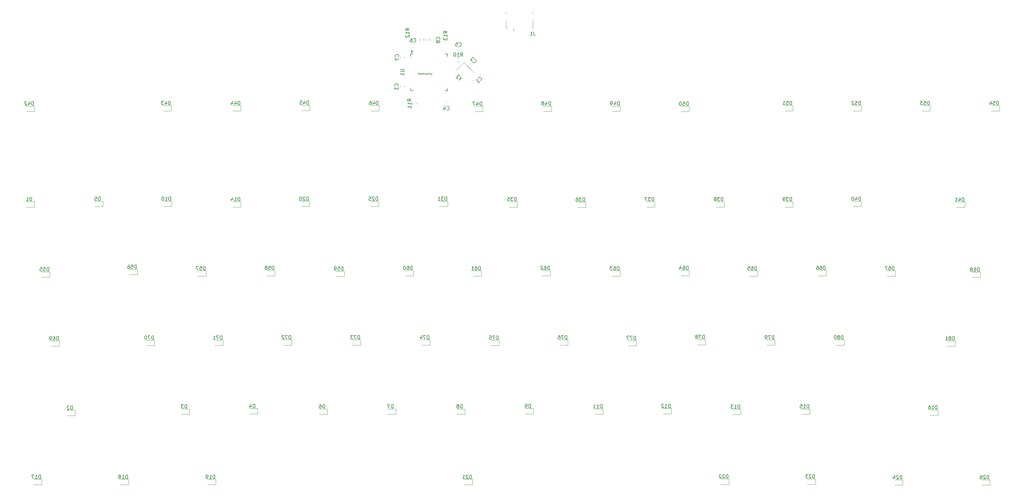
<source format=gbr>
%TF.GenerationSoftware,KiCad,Pcbnew,8.0.3*%
%TF.CreationDate,2024-06-29T11:43:36-07:00*%
%TF.ProjectId,CustomKeyboard,43757374-6f6d-44b6-9579-626f6172642e,rev?*%
%TF.SameCoordinates,Original*%
%TF.FileFunction,Legend,Bot*%
%TF.FilePolarity,Positive*%
%FSLAX46Y46*%
G04 Gerber Fmt 4.6, Leading zero omitted, Abs format (unit mm)*
G04 Created by KiCad (PCBNEW 8.0.3) date 2024-06-29 11:43:36*
%MOMM*%
%LPD*%
G01*
G04 APERTURE LIST*
%ADD10C,0.100000*%
%ADD11C,0.150000*%
%ADD12C,0.120000*%
G04 APERTURE END LIST*
D10*
X150412217Y-31508609D02*
X150531265Y-32008609D01*
X150531265Y-32008609D02*
X150626503Y-31651466D01*
X150626503Y-31651466D02*
X150721741Y-32008609D01*
X150721741Y-32008609D02*
X150840789Y-31508609D01*
X151245551Y-32008609D02*
X151245551Y-31746704D01*
X151245551Y-31746704D02*
X151221741Y-31699085D01*
X151221741Y-31699085D02*
X151174122Y-31675276D01*
X151174122Y-31675276D02*
X151078884Y-31675276D01*
X151078884Y-31675276D02*
X151031265Y-31699085D01*
X151245551Y-31984800D02*
X151197932Y-32008609D01*
X151197932Y-32008609D02*
X151078884Y-32008609D01*
X151078884Y-32008609D02*
X151031265Y-31984800D01*
X151031265Y-31984800D02*
X151007456Y-31937180D01*
X151007456Y-31937180D02*
X151007456Y-31889561D01*
X151007456Y-31889561D02*
X151031265Y-31841942D01*
X151031265Y-31841942D02*
X151078884Y-31818133D01*
X151078884Y-31818133D02*
X151197932Y-31818133D01*
X151197932Y-31818133D02*
X151245551Y-31794323D01*
X151436027Y-31675276D02*
X151555075Y-32008609D01*
X151674122Y-31675276D02*
X151555075Y-32008609D01*
X151555075Y-32008609D02*
X151507456Y-32127657D01*
X151507456Y-32127657D02*
X151483646Y-32151466D01*
X151483646Y-32151466D02*
X151436027Y-32175276D01*
X151816979Y-31508609D02*
X151936027Y-32008609D01*
X151936027Y-32008609D02*
X152031265Y-31651466D01*
X152031265Y-31651466D02*
X152126503Y-32008609D01*
X152126503Y-32008609D02*
X152245551Y-31508609D01*
X152650313Y-32008609D02*
X152650313Y-31746704D01*
X152650313Y-31746704D02*
X152626503Y-31699085D01*
X152626503Y-31699085D02*
X152578884Y-31675276D01*
X152578884Y-31675276D02*
X152483646Y-31675276D01*
X152483646Y-31675276D02*
X152436027Y-31699085D01*
X152650313Y-31984800D02*
X152602694Y-32008609D01*
X152602694Y-32008609D02*
X152483646Y-32008609D01*
X152483646Y-32008609D02*
X152436027Y-31984800D01*
X152436027Y-31984800D02*
X152412218Y-31937180D01*
X152412218Y-31937180D02*
X152412218Y-31889561D01*
X152412218Y-31889561D02*
X152436027Y-31841942D01*
X152436027Y-31841942D02*
X152483646Y-31818133D01*
X152483646Y-31818133D02*
X152602694Y-31818133D01*
X152602694Y-31818133D02*
X152650313Y-31794323D01*
X152840789Y-31675276D02*
X152959837Y-32008609D01*
X153078884Y-31675276D02*
X152959837Y-32008609D01*
X152959837Y-32008609D02*
X152912218Y-32127657D01*
X152912218Y-32127657D02*
X152888408Y-32151466D01*
X152888408Y-32151466D02*
X152840789Y-32175276D01*
X153221741Y-31508609D02*
X153340789Y-32008609D01*
X153340789Y-32008609D02*
X153436027Y-31651466D01*
X153436027Y-31651466D02*
X153531265Y-32008609D01*
X153531265Y-32008609D02*
X153650313Y-31508609D01*
X154055075Y-32008609D02*
X154055075Y-31746704D01*
X154055075Y-31746704D02*
X154031265Y-31699085D01*
X154031265Y-31699085D02*
X153983646Y-31675276D01*
X153983646Y-31675276D02*
X153888408Y-31675276D01*
X153888408Y-31675276D02*
X153840789Y-31699085D01*
X154055075Y-31984800D02*
X154007456Y-32008609D01*
X154007456Y-32008609D02*
X153888408Y-32008609D01*
X153888408Y-32008609D02*
X153840789Y-31984800D01*
X153840789Y-31984800D02*
X153816980Y-31937180D01*
X153816980Y-31937180D02*
X153816980Y-31889561D01*
X153816980Y-31889561D02*
X153840789Y-31841942D01*
X153840789Y-31841942D02*
X153888408Y-31818133D01*
X153888408Y-31818133D02*
X154007456Y-31818133D01*
X154007456Y-31818133D02*
X154055075Y-31794323D01*
X154245551Y-31675276D02*
X154364599Y-32008609D01*
X154483646Y-31675276D02*
X154364599Y-32008609D01*
X154364599Y-32008609D02*
X154316980Y-32127657D01*
X154316980Y-32127657D02*
X154293170Y-32151466D01*
X154293170Y-32151466D02*
X154245551Y-32175276D01*
D11*
X119814285Y-40424819D02*
X119814285Y-39424819D01*
X119814285Y-39424819D02*
X119576190Y-39424819D01*
X119576190Y-39424819D02*
X119433333Y-39472438D01*
X119433333Y-39472438D02*
X119338095Y-39567676D01*
X119338095Y-39567676D02*
X119290476Y-39662914D01*
X119290476Y-39662914D02*
X119242857Y-39853390D01*
X119242857Y-39853390D02*
X119242857Y-39996247D01*
X119242857Y-39996247D02*
X119290476Y-40186723D01*
X119290476Y-40186723D02*
X119338095Y-40281961D01*
X119338095Y-40281961D02*
X119433333Y-40377200D01*
X119433333Y-40377200D02*
X119576190Y-40424819D01*
X119576190Y-40424819D02*
X119814285Y-40424819D01*
X118385714Y-39758152D02*
X118385714Y-40424819D01*
X118623809Y-39377200D02*
X118861904Y-40091485D01*
X118861904Y-40091485D02*
X118242857Y-40091485D01*
X117385714Y-39424819D02*
X117861904Y-39424819D01*
X117861904Y-39424819D02*
X117909523Y-39901009D01*
X117909523Y-39901009D02*
X117861904Y-39853390D01*
X117861904Y-39853390D02*
X117766666Y-39805771D01*
X117766666Y-39805771D02*
X117528571Y-39805771D01*
X117528571Y-39805771D02*
X117433333Y-39853390D01*
X117433333Y-39853390D02*
X117385714Y-39901009D01*
X117385714Y-39901009D02*
X117338095Y-39996247D01*
X117338095Y-39996247D02*
X117338095Y-40234342D01*
X117338095Y-40234342D02*
X117385714Y-40329580D01*
X117385714Y-40329580D02*
X117433333Y-40377200D01*
X117433333Y-40377200D02*
X117528571Y-40424819D01*
X117528571Y-40424819D02*
X117766666Y-40424819D01*
X117766666Y-40424819D02*
X117861904Y-40377200D01*
X117861904Y-40377200D02*
X117909523Y-40329580D01*
X165501785Y-145524819D02*
X165501785Y-144524819D01*
X165501785Y-144524819D02*
X165263690Y-144524819D01*
X165263690Y-144524819D02*
X165120833Y-144572438D01*
X165120833Y-144572438D02*
X165025595Y-144667676D01*
X165025595Y-144667676D02*
X164977976Y-144762914D01*
X164977976Y-144762914D02*
X164930357Y-144953390D01*
X164930357Y-144953390D02*
X164930357Y-145096247D01*
X164930357Y-145096247D02*
X164977976Y-145286723D01*
X164977976Y-145286723D02*
X165025595Y-145381961D01*
X165025595Y-145381961D02*
X165120833Y-145477200D01*
X165120833Y-145477200D02*
X165263690Y-145524819D01*
X165263690Y-145524819D02*
X165501785Y-145524819D01*
X164549404Y-144620057D02*
X164501785Y-144572438D01*
X164501785Y-144572438D02*
X164406547Y-144524819D01*
X164406547Y-144524819D02*
X164168452Y-144524819D01*
X164168452Y-144524819D02*
X164073214Y-144572438D01*
X164073214Y-144572438D02*
X164025595Y-144620057D01*
X164025595Y-144620057D02*
X163977976Y-144715295D01*
X163977976Y-144715295D02*
X163977976Y-144810533D01*
X163977976Y-144810533D02*
X164025595Y-144953390D01*
X164025595Y-144953390D02*
X164597023Y-145524819D01*
X164597023Y-145524819D02*
X163977976Y-145524819D01*
X163025595Y-145524819D02*
X163597023Y-145524819D01*
X163311309Y-145524819D02*
X163311309Y-144524819D01*
X163311309Y-144524819D02*
X163406547Y-144667676D01*
X163406547Y-144667676D02*
X163501785Y-144762914D01*
X163501785Y-144762914D02*
X163597023Y-144810533D01*
X240814285Y-125824819D02*
X240814285Y-124824819D01*
X240814285Y-124824819D02*
X240576190Y-124824819D01*
X240576190Y-124824819D02*
X240433333Y-124872438D01*
X240433333Y-124872438D02*
X240338095Y-124967676D01*
X240338095Y-124967676D02*
X240290476Y-125062914D01*
X240290476Y-125062914D02*
X240242857Y-125253390D01*
X240242857Y-125253390D02*
X240242857Y-125396247D01*
X240242857Y-125396247D02*
X240290476Y-125586723D01*
X240290476Y-125586723D02*
X240338095Y-125681961D01*
X240338095Y-125681961D02*
X240433333Y-125777200D01*
X240433333Y-125777200D02*
X240576190Y-125824819D01*
X240576190Y-125824819D02*
X240814285Y-125824819D01*
X239290476Y-125824819D02*
X239861904Y-125824819D01*
X239576190Y-125824819D02*
X239576190Y-124824819D01*
X239576190Y-124824819D02*
X239671428Y-124967676D01*
X239671428Y-124967676D02*
X239766666Y-125062914D01*
X239766666Y-125062914D02*
X239861904Y-125110533D01*
X238957142Y-124824819D02*
X238338095Y-124824819D01*
X238338095Y-124824819D02*
X238671428Y-125205771D01*
X238671428Y-125205771D02*
X238528571Y-125205771D01*
X238528571Y-125205771D02*
X238433333Y-125253390D01*
X238433333Y-125253390D02*
X238385714Y-125301009D01*
X238385714Y-125301009D02*
X238338095Y-125396247D01*
X238338095Y-125396247D02*
X238338095Y-125634342D01*
X238338095Y-125634342D02*
X238385714Y-125729580D01*
X238385714Y-125729580D02*
X238433333Y-125777200D01*
X238433333Y-125777200D02*
X238528571Y-125824819D01*
X238528571Y-125824819D02*
X238814285Y-125824819D01*
X238814285Y-125824819D02*
X238909523Y-125777200D01*
X238909523Y-125777200D02*
X238957142Y-125729580D01*
X255414285Y-67524819D02*
X255414285Y-66524819D01*
X255414285Y-66524819D02*
X255176190Y-66524819D01*
X255176190Y-66524819D02*
X255033333Y-66572438D01*
X255033333Y-66572438D02*
X254938095Y-66667676D01*
X254938095Y-66667676D02*
X254890476Y-66762914D01*
X254890476Y-66762914D02*
X254842857Y-66953390D01*
X254842857Y-66953390D02*
X254842857Y-67096247D01*
X254842857Y-67096247D02*
X254890476Y-67286723D01*
X254890476Y-67286723D02*
X254938095Y-67381961D01*
X254938095Y-67381961D02*
X255033333Y-67477200D01*
X255033333Y-67477200D02*
X255176190Y-67524819D01*
X255176190Y-67524819D02*
X255414285Y-67524819D01*
X254509523Y-66524819D02*
X253890476Y-66524819D01*
X253890476Y-66524819D02*
X254223809Y-66905771D01*
X254223809Y-66905771D02*
X254080952Y-66905771D01*
X254080952Y-66905771D02*
X253985714Y-66953390D01*
X253985714Y-66953390D02*
X253938095Y-67001009D01*
X253938095Y-67001009D02*
X253890476Y-67096247D01*
X253890476Y-67096247D02*
X253890476Y-67334342D01*
X253890476Y-67334342D02*
X253938095Y-67429580D01*
X253938095Y-67429580D02*
X253985714Y-67477200D01*
X253985714Y-67477200D02*
X254080952Y-67524819D01*
X254080952Y-67524819D02*
X254366666Y-67524819D01*
X254366666Y-67524819D02*
X254461904Y-67477200D01*
X254461904Y-67477200D02*
X254509523Y-67429580D01*
X253414285Y-67524819D02*
X253223809Y-67524819D01*
X253223809Y-67524819D02*
X253128571Y-67477200D01*
X253128571Y-67477200D02*
X253080952Y-67429580D01*
X253080952Y-67429580D02*
X252985714Y-67286723D01*
X252985714Y-67286723D02*
X252938095Y-67096247D01*
X252938095Y-67096247D02*
X252938095Y-66715295D01*
X252938095Y-66715295D02*
X252985714Y-66620057D01*
X252985714Y-66620057D02*
X253033333Y-66572438D01*
X253033333Y-66572438D02*
X253128571Y-66524819D01*
X253128571Y-66524819D02*
X253319047Y-66524819D01*
X253319047Y-66524819D02*
X253414285Y-66572438D01*
X253414285Y-66572438D02*
X253461904Y-66620057D01*
X253461904Y-66620057D02*
X253509523Y-66715295D01*
X253509523Y-66715295D02*
X253509523Y-66953390D01*
X253509523Y-66953390D02*
X253461904Y-67048628D01*
X253461904Y-67048628D02*
X253414285Y-67096247D01*
X253414285Y-67096247D02*
X253319047Y-67143866D01*
X253319047Y-67143866D02*
X253128571Y-67143866D01*
X253128571Y-67143866D02*
X253033333Y-67096247D01*
X253033333Y-67096247D02*
X252985714Y-67048628D01*
X252985714Y-67048628D02*
X252938095Y-66953390D01*
X284114285Y-86924819D02*
X284114285Y-85924819D01*
X284114285Y-85924819D02*
X283876190Y-85924819D01*
X283876190Y-85924819D02*
X283733333Y-85972438D01*
X283733333Y-85972438D02*
X283638095Y-86067676D01*
X283638095Y-86067676D02*
X283590476Y-86162914D01*
X283590476Y-86162914D02*
X283542857Y-86353390D01*
X283542857Y-86353390D02*
X283542857Y-86496247D01*
X283542857Y-86496247D02*
X283590476Y-86686723D01*
X283590476Y-86686723D02*
X283638095Y-86781961D01*
X283638095Y-86781961D02*
X283733333Y-86877200D01*
X283733333Y-86877200D02*
X283876190Y-86924819D01*
X283876190Y-86924819D02*
X284114285Y-86924819D01*
X282685714Y-85924819D02*
X282876190Y-85924819D01*
X282876190Y-85924819D02*
X282971428Y-85972438D01*
X282971428Y-85972438D02*
X283019047Y-86020057D01*
X283019047Y-86020057D02*
X283114285Y-86162914D01*
X283114285Y-86162914D02*
X283161904Y-86353390D01*
X283161904Y-86353390D02*
X283161904Y-86734342D01*
X283161904Y-86734342D02*
X283114285Y-86829580D01*
X283114285Y-86829580D02*
X283066666Y-86877200D01*
X283066666Y-86877200D02*
X282971428Y-86924819D01*
X282971428Y-86924819D02*
X282780952Y-86924819D01*
X282780952Y-86924819D02*
X282685714Y-86877200D01*
X282685714Y-86877200D02*
X282638095Y-86829580D01*
X282638095Y-86829580D02*
X282590476Y-86734342D01*
X282590476Y-86734342D02*
X282590476Y-86496247D01*
X282590476Y-86496247D02*
X282638095Y-86401009D01*
X282638095Y-86401009D02*
X282685714Y-86353390D01*
X282685714Y-86353390D02*
X282780952Y-86305771D01*
X282780952Y-86305771D02*
X282971428Y-86305771D01*
X282971428Y-86305771D02*
X283066666Y-86353390D01*
X283066666Y-86353390D02*
X283114285Y-86401009D01*
X283114285Y-86401009D02*
X283161904Y-86496247D01*
X282257142Y-85924819D02*
X281590476Y-85924819D01*
X281590476Y-85924819D02*
X282019047Y-86924819D01*
X294014285Y-40524819D02*
X294014285Y-39524819D01*
X294014285Y-39524819D02*
X293776190Y-39524819D01*
X293776190Y-39524819D02*
X293633333Y-39572438D01*
X293633333Y-39572438D02*
X293538095Y-39667676D01*
X293538095Y-39667676D02*
X293490476Y-39762914D01*
X293490476Y-39762914D02*
X293442857Y-39953390D01*
X293442857Y-39953390D02*
X293442857Y-40096247D01*
X293442857Y-40096247D02*
X293490476Y-40286723D01*
X293490476Y-40286723D02*
X293538095Y-40381961D01*
X293538095Y-40381961D02*
X293633333Y-40477200D01*
X293633333Y-40477200D02*
X293776190Y-40524819D01*
X293776190Y-40524819D02*
X294014285Y-40524819D01*
X292538095Y-39524819D02*
X293014285Y-39524819D01*
X293014285Y-39524819D02*
X293061904Y-40001009D01*
X293061904Y-40001009D02*
X293014285Y-39953390D01*
X293014285Y-39953390D02*
X292919047Y-39905771D01*
X292919047Y-39905771D02*
X292680952Y-39905771D01*
X292680952Y-39905771D02*
X292585714Y-39953390D01*
X292585714Y-39953390D02*
X292538095Y-40001009D01*
X292538095Y-40001009D02*
X292490476Y-40096247D01*
X292490476Y-40096247D02*
X292490476Y-40334342D01*
X292490476Y-40334342D02*
X292538095Y-40429580D01*
X292538095Y-40429580D02*
X292585714Y-40477200D01*
X292585714Y-40477200D02*
X292680952Y-40524819D01*
X292680952Y-40524819D02*
X292919047Y-40524819D01*
X292919047Y-40524819D02*
X293014285Y-40477200D01*
X293014285Y-40477200D02*
X293061904Y-40429580D01*
X292157142Y-39524819D02*
X291538095Y-39524819D01*
X291538095Y-39524819D02*
X291871428Y-39905771D01*
X291871428Y-39905771D02*
X291728571Y-39905771D01*
X291728571Y-39905771D02*
X291633333Y-39953390D01*
X291633333Y-39953390D02*
X291585714Y-40001009D01*
X291585714Y-40001009D02*
X291538095Y-40096247D01*
X291538095Y-40096247D02*
X291538095Y-40334342D01*
X291538095Y-40334342D02*
X291585714Y-40429580D01*
X291585714Y-40429580D02*
X291633333Y-40477200D01*
X291633333Y-40477200D02*
X291728571Y-40524819D01*
X291728571Y-40524819D02*
X292014285Y-40524819D01*
X292014285Y-40524819D02*
X292109523Y-40477200D01*
X292109523Y-40477200D02*
X292157142Y-40429580D01*
X313414285Y-40524819D02*
X313414285Y-39524819D01*
X313414285Y-39524819D02*
X313176190Y-39524819D01*
X313176190Y-39524819D02*
X313033333Y-39572438D01*
X313033333Y-39572438D02*
X312938095Y-39667676D01*
X312938095Y-39667676D02*
X312890476Y-39762914D01*
X312890476Y-39762914D02*
X312842857Y-39953390D01*
X312842857Y-39953390D02*
X312842857Y-40096247D01*
X312842857Y-40096247D02*
X312890476Y-40286723D01*
X312890476Y-40286723D02*
X312938095Y-40381961D01*
X312938095Y-40381961D02*
X313033333Y-40477200D01*
X313033333Y-40477200D02*
X313176190Y-40524819D01*
X313176190Y-40524819D02*
X313414285Y-40524819D01*
X311938095Y-39524819D02*
X312414285Y-39524819D01*
X312414285Y-39524819D02*
X312461904Y-40001009D01*
X312461904Y-40001009D02*
X312414285Y-39953390D01*
X312414285Y-39953390D02*
X312319047Y-39905771D01*
X312319047Y-39905771D02*
X312080952Y-39905771D01*
X312080952Y-39905771D02*
X311985714Y-39953390D01*
X311985714Y-39953390D02*
X311938095Y-40001009D01*
X311938095Y-40001009D02*
X311890476Y-40096247D01*
X311890476Y-40096247D02*
X311890476Y-40334342D01*
X311890476Y-40334342D02*
X311938095Y-40429580D01*
X311938095Y-40429580D02*
X311985714Y-40477200D01*
X311985714Y-40477200D02*
X312080952Y-40524819D01*
X312080952Y-40524819D02*
X312319047Y-40524819D01*
X312319047Y-40524819D02*
X312414285Y-40477200D01*
X312414285Y-40477200D02*
X312461904Y-40429580D01*
X311033333Y-39858152D02*
X311033333Y-40524819D01*
X311271428Y-39477200D02*
X311509523Y-40191485D01*
X311509523Y-40191485D02*
X310890476Y-40191485D01*
X144885580Y-35233333D02*
X144933200Y-35185714D01*
X144933200Y-35185714D02*
X144980819Y-35042857D01*
X144980819Y-35042857D02*
X144980819Y-34947619D01*
X144980819Y-34947619D02*
X144933200Y-34804762D01*
X144933200Y-34804762D02*
X144837961Y-34709524D01*
X144837961Y-34709524D02*
X144742723Y-34661905D01*
X144742723Y-34661905D02*
X144552247Y-34614286D01*
X144552247Y-34614286D02*
X144409390Y-34614286D01*
X144409390Y-34614286D02*
X144218914Y-34661905D01*
X144218914Y-34661905D02*
X144123676Y-34709524D01*
X144123676Y-34709524D02*
X144028438Y-34804762D01*
X144028438Y-34804762D02*
X143980819Y-34947619D01*
X143980819Y-34947619D02*
X143980819Y-35042857D01*
X143980819Y-35042857D02*
X144028438Y-35185714D01*
X144028438Y-35185714D02*
X144076057Y-35233333D01*
X143980819Y-35566667D02*
X143980819Y-36185714D01*
X143980819Y-36185714D02*
X144361771Y-35852381D01*
X144361771Y-35852381D02*
X144361771Y-35995238D01*
X144361771Y-35995238D02*
X144409390Y-36090476D01*
X144409390Y-36090476D02*
X144457009Y-36138095D01*
X144457009Y-36138095D02*
X144552247Y-36185714D01*
X144552247Y-36185714D02*
X144790342Y-36185714D01*
X144790342Y-36185714D02*
X144885580Y-36138095D01*
X144885580Y-36138095D02*
X144933200Y-36090476D01*
X144933200Y-36090476D02*
X144980819Y-35995238D01*
X144980819Y-35995238D02*
X144980819Y-35709524D01*
X144980819Y-35709524D02*
X144933200Y-35614286D01*
X144933200Y-35614286D02*
X144885580Y-35566667D01*
X85638094Y-125724819D02*
X85638094Y-124724819D01*
X85638094Y-124724819D02*
X85399999Y-124724819D01*
X85399999Y-124724819D02*
X85257142Y-124772438D01*
X85257142Y-124772438D02*
X85161904Y-124867676D01*
X85161904Y-124867676D02*
X85114285Y-124962914D01*
X85114285Y-124962914D02*
X85066666Y-125153390D01*
X85066666Y-125153390D02*
X85066666Y-125296247D01*
X85066666Y-125296247D02*
X85114285Y-125486723D01*
X85114285Y-125486723D02*
X85161904Y-125581961D01*
X85161904Y-125581961D02*
X85257142Y-125677200D01*
X85257142Y-125677200D02*
X85399999Y-125724819D01*
X85399999Y-125724819D02*
X85638094Y-125724819D01*
X84733332Y-124724819D02*
X84114285Y-124724819D01*
X84114285Y-124724819D02*
X84447618Y-125105771D01*
X84447618Y-125105771D02*
X84304761Y-125105771D01*
X84304761Y-125105771D02*
X84209523Y-125153390D01*
X84209523Y-125153390D02*
X84161904Y-125201009D01*
X84161904Y-125201009D02*
X84114285Y-125296247D01*
X84114285Y-125296247D02*
X84114285Y-125534342D01*
X84114285Y-125534342D02*
X84161904Y-125629580D01*
X84161904Y-125629580D02*
X84209523Y-125677200D01*
X84209523Y-125677200D02*
X84304761Y-125724819D01*
X84304761Y-125724819D02*
X84590475Y-125724819D01*
X84590475Y-125724819D02*
X84685713Y-125677200D01*
X84685713Y-125677200D02*
X84733332Y-125629580D01*
X261814285Y-145424819D02*
X261814285Y-144424819D01*
X261814285Y-144424819D02*
X261576190Y-144424819D01*
X261576190Y-144424819D02*
X261433333Y-144472438D01*
X261433333Y-144472438D02*
X261338095Y-144567676D01*
X261338095Y-144567676D02*
X261290476Y-144662914D01*
X261290476Y-144662914D02*
X261242857Y-144853390D01*
X261242857Y-144853390D02*
X261242857Y-144996247D01*
X261242857Y-144996247D02*
X261290476Y-145186723D01*
X261290476Y-145186723D02*
X261338095Y-145281961D01*
X261338095Y-145281961D02*
X261433333Y-145377200D01*
X261433333Y-145377200D02*
X261576190Y-145424819D01*
X261576190Y-145424819D02*
X261814285Y-145424819D01*
X260861904Y-144520057D02*
X260814285Y-144472438D01*
X260814285Y-144472438D02*
X260719047Y-144424819D01*
X260719047Y-144424819D02*
X260480952Y-144424819D01*
X260480952Y-144424819D02*
X260385714Y-144472438D01*
X260385714Y-144472438D02*
X260338095Y-144520057D01*
X260338095Y-144520057D02*
X260290476Y-144615295D01*
X260290476Y-144615295D02*
X260290476Y-144710533D01*
X260290476Y-144710533D02*
X260338095Y-144853390D01*
X260338095Y-144853390D02*
X260909523Y-145424819D01*
X260909523Y-145424819D02*
X260290476Y-145424819D01*
X259957142Y-144424819D02*
X259338095Y-144424819D01*
X259338095Y-144424819D02*
X259671428Y-144805771D01*
X259671428Y-144805771D02*
X259528571Y-144805771D01*
X259528571Y-144805771D02*
X259433333Y-144853390D01*
X259433333Y-144853390D02*
X259385714Y-144901009D01*
X259385714Y-144901009D02*
X259338095Y-144996247D01*
X259338095Y-144996247D02*
X259338095Y-145234342D01*
X259338095Y-145234342D02*
X259385714Y-145329580D01*
X259385714Y-145329580D02*
X259433333Y-145377200D01*
X259433333Y-145377200D02*
X259528571Y-145424819D01*
X259528571Y-145424819D02*
X259814285Y-145424819D01*
X259814285Y-145424819D02*
X259909523Y-145377200D01*
X259909523Y-145377200D02*
X259957142Y-145329580D01*
X187714285Y-40624819D02*
X187714285Y-39624819D01*
X187714285Y-39624819D02*
X187476190Y-39624819D01*
X187476190Y-39624819D02*
X187333333Y-39672438D01*
X187333333Y-39672438D02*
X187238095Y-39767676D01*
X187238095Y-39767676D02*
X187190476Y-39862914D01*
X187190476Y-39862914D02*
X187142857Y-40053390D01*
X187142857Y-40053390D02*
X187142857Y-40196247D01*
X187142857Y-40196247D02*
X187190476Y-40386723D01*
X187190476Y-40386723D02*
X187238095Y-40481961D01*
X187238095Y-40481961D02*
X187333333Y-40577200D01*
X187333333Y-40577200D02*
X187476190Y-40624819D01*
X187476190Y-40624819D02*
X187714285Y-40624819D01*
X186285714Y-39958152D02*
X186285714Y-40624819D01*
X186523809Y-39577200D02*
X186761904Y-40291485D01*
X186761904Y-40291485D02*
X186142857Y-40291485D01*
X185619047Y-40053390D02*
X185714285Y-40005771D01*
X185714285Y-40005771D02*
X185761904Y-39958152D01*
X185761904Y-39958152D02*
X185809523Y-39862914D01*
X185809523Y-39862914D02*
X185809523Y-39815295D01*
X185809523Y-39815295D02*
X185761904Y-39720057D01*
X185761904Y-39720057D02*
X185714285Y-39672438D01*
X185714285Y-39672438D02*
X185619047Y-39624819D01*
X185619047Y-39624819D02*
X185428571Y-39624819D01*
X185428571Y-39624819D02*
X185333333Y-39672438D01*
X185333333Y-39672438D02*
X185285714Y-39720057D01*
X185285714Y-39720057D02*
X185238095Y-39815295D01*
X185238095Y-39815295D02*
X185238095Y-39862914D01*
X185238095Y-39862914D02*
X185285714Y-39958152D01*
X185285714Y-39958152D02*
X185333333Y-40005771D01*
X185333333Y-40005771D02*
X185428571Y-40053390D01*
X185428571Y-40053390D02*
X185619047Y-40053390D01*
X185619047Y-40053390D02*
X185714285Y-40101009D01*
X185714285Y-40101009D02*
X185761904Y-40148628D01*
X185761904Y-40148628D02*
X185809523Y-40243866D01*
X185809523Y-40243866D02*
X185809523Y-40434342D01*
X185809523Y-40434342D02*
X185761904Y-40529580D01*
X185761904Y-40529580D02*
X185714285Y-40577200D01*
X185714285Y-40577200D02*
X185619047Y-40624819D01*
X185619047Y-40624819D02*
X185428571Y-40624819D01*
X185428571Y-40624819D02*
X185333333Y-40577200D01*
X185333333Y-40577200D02*
X185285714Y-40529580D01*
X185285714Y-40529580D02*
X185238095Y-40434342D01*
X185238095Y-40434342D02*
X185238095Y-40243866D01*
X185238095Y-40243866D02*
X185285714Y-40148628D01*
X185285714Y-40148628D02*
X185333333Y-40101009D01*
X185333333Y-40101009D02*
X185428571Y-40053390D01*
X310714285Y-145624819D02*
X310714285Y-144624819D01*
X310714285Y-144624819D02*
X310476190Y-144624819D01*
X310476190Y-144624819D02*
X310333333Y-144672438D01*
X310333333Y-144672438D02*
X310238095Y-144767676D01*
X310238095Y-144767676D02*
X310190476Y-144862914D01*
X310190476Y-144862914D02*
X310142857Y-145053390D01*
X310142857Y-145053390D02*
X310142857Y-145196247D01*
X310142857Y-145196247D02*
X310190476Y-145386723D01*
X310190476Y-145386723D02*
X310238095Y-145481961D01*
X310238095Y-145481961D02*
X310333333Y-145577200D01*
X310333333Y-145577200D02*
X310476190Y-145624819D01*
X310476190Y-145624819D02*
X310714285Y-145624819D01*
X309761904Y-144720057D02*
X309714285Y-144672438D01*
X309714285Y-144672438D02*
X309619047Y-144624819D01*
X309619047Y-144624819D02*
X309380952Y-144624819D01*
X309380952Y-144624819D02*
X309285714Y-144672438D01*
X309285714Y-144672438D02*
X309238095Y-144720057D01*
X309238095Y-144720057D02*
X309190476Y-144815295D01*
X309190476Y-144815295D02*
X309190476Y-144910533D01*
X309190476Y-144910533D02*
X309238095Y-145053390D01*
X309238095Y-145053390D02*
X309809523Y-145624819D01*
X309809523Y-145624819D02*
X309190476Y-145624819D01*
X308333333Y-144624819D02*
X308523809Y-144624819D01*
X308523809Y-144624819D02*
X308619047Y-144672438D01*
X308619047Y-144672438D02*
X308666666Y-144720057D01*
X308666666Y-144720057D02*
X308761904Y-144862914D01*
X308761904Y-144862914D02*
X308809523Y-145053390D01*
X308809523Y-145053390D02*
X308809523Y-145434342D01*
X308809523Y-145434342D02*
X308761904Y-145529580D01*
X308761904Y-145529580D02*
X308714285Y-145577200D01*
X308714285Y-145577200D02*
X308619047Y-145624819D01*
X308619047Y-145624819D02*
X308428571Y-145624819D01*
X308428571Y-145624819D02*
X308333333Y-145577200D01*
X308333333Y-145577200D02*
X308285714Y-145529580D01*
X308285714Y-145529580D02*
X308238095Y-145434342D01*
X308238095Y-145434342D02*
X308238095Y-145196247D01*
X308238095Y-145196247D02*
X308285714Y-145101009D01*
X308285714Y-145101009D02*
X308333333Y-145053390D01*
X308333333Y-145053390D02*
X308428571Y-145005771D01*
X308428571Y-145005771D02*
X308619047Y-145005771D01*
X308619047Y-145005771D02*
X308714285Y-145053390D01*
X308714285Y-145053390D02*
X308761904Y-145101009D01*
X308761904Y-145101009D02*
X308809523Y-145196247D01*
X134114285Y-106324819D02*
X134114285Y-105324819D01*
X134114285Y-105324819D02*
X133876190Y-105324819D01*
X133876190Y-105324819D02*
X133733333Y-105372438D01*
X133733333Y-105372438D02*
X133638095Y-105467676D01*
X133638095Y-105467676D02*
X133590476Y-105562914D01*
X133590476Y-105562914D02*
X133542857Y-105753390D01*
X133542857Y-105753390D02*
X133542857Y-105896247D01*
X133542857Y-105896247D02*
X133590476Y-106086723D01*
X133590476Y-106086723D02*
X133638095Y-106181961D01*
X133638095Y-106181961D02*
X133733333Y-106277200D01*
X133733333Y-106277200D02*
X133876190Y-106324819D01*
X133876190Y-106324819D02*
X134114285Y-106324819D01*
X133209523Y-105324819D02*
X132542857Y-105324819D01*
X132542857Y-105324819D02*
X132971428Y-106324819D01*
X132257142Y-105324819D02*
X131638095Y-105324819D01*
X131638095Y-105324819D02*
X131971428Y-105705771D01*
X131971428Y-105705771D02*
X131828571Y-105705771D01*
X131828571Y-105705771D02*
X131733333Y-105753390D01*
X131733333Y-105753390D02*
X131685714Y-105801009D01*
X131685714Y-105801009D02*
X131638095Y-105896247D01*
X131638095Y-105896247D02*
X131638095Y-106134342D01*
X131638095Y-106134342D02*
X131685714Y-106229580D01*
X131685714Y-106229580D02*
X131733333Y-106277200D01*
X131733333Y-106277200D02*
X131828571Y-106324819D01*
X131828571Y-106324819D02*
X132114285Y-106324819D01*
X132114285Y-106324819D02*
X132209523Y-106277200D01*
X132209523Y-106277200D02*
X132257142Y-106229580D01*
X207014285Y-40624819D02*
X207014285Y-39624819D01*
X207014285Y-39624819D02*
X206776190Y-39624819D01*
X206776190Y-39624819D02*
X206633333Y-39672438D01*
X206633333Y-39672438D02*
X206538095Y-39767676D01*
X206538095Y-39767676D02*
X206490476Y-39862914D01*
X206490476Y-39862914D02*
X206442857Y-40053390D01*
X206442857Y-40053390D02*
X206442857Y-40196247D01*
X206442857Y-40196247D02*
X206490476Y-40386723D01*
X206490476Y-40386723D02*
X206538095Y-40481961D01*
X206538095Y-40481961D02*
X206633333Y-40577200D01*
X206633333Y-40577200D02*
X206776190Y-40624819D01*
X206776190Y-40624819D02*
X207014285Y-40624819D01*
X205585714Y-39958152D02*
X205585714Y-40624819D01*
X205823809Y-39577200D02*
X206061904Y-40291485D01*
X206061904Y-40291485D02*
X205442857Y-40291485D01*
X205014285Y-40624819D02*
X204823809Y-40624819D01*
X204823809Y-40624819D02*
X204728571Y-40577200D01*
X204728571Y-40577200D02*
X204680952Y-40529580D01*
X204680952Y-40529580D02*
X204585714Y-40386723D01*
X204585714Y-40386723D02*
X204538095Y-40196247D01*
X204538095Y-40196247D02*
X204538095Y-39815295D01*
X204538095Y-39815295D02*
X204585714Y-39720057D01*
X204585714Y-39720057D02*
X204633333Y-39672438D01*
X204633333Y-39672438D02*
X204728571Y-39624819D01*
X204728571Y-39624819D02*
X204919047Y-39624819D01*
X204919047Y-39624819D02*
X205014285Y-39672438D01*
X205014285Y-39672438D02*
X205061904Y-39720057D01*
X205061904Y-39720057D02*
X205109523Y-39815295D01*
X205109523Y-39815295D02*
X205109523Y-40053390D01*
X205109523Y-40053390D02*
X205061904Y-40148628D01*
X205061904Y-40148628D02*
X205014285Y-40196247D01*
X205014285Y-40196247D02*
X204919047Y-40243866D01*
X204919047Y-40243866D02*
X204728571Y-40243866D01*
X204728571Y-40243866D02*
X204633333Y-40196247D01*
X204633333Y-40196247D02*
X204585714Y-40148628D01*
X204585714Y-40148628D02*
X204538095Y-40053390D01*
X165926743Y-28412941D02*
X165926743Y-28480285D01*
X165926743Y-28480285D02*
X165994087Y-28614972D01*
X165994087Y-28614972D02*
X166061430Y-28682315D01*
X166061430Y-28682315D02*
X166196117Y-28749659D01*
X166196117Y-28749659D02*
X166330804Y-28749659D01*
X166330804Y-28749659D02*
X166431819Y-28715987D01*
X166431819Y-28715987D02*
X166600178Y-28614972D01*
X166600178Y-28614972D02*
X166701193Y-28513957D01*
X166701193Y-28513957D02*
X166802209Y-28345598D01*
X166802209Y-28345598D02*
X166835880Y-28244583D01*
X166835880Y-28244583D02*
X166835880Y-28109896D01*
X166835880Y-28109896D02*
X166768537Y-27975209D01*
X166768537Y-27975209D02*
X166701193Y-27907865D01*
X166701193Y-27907865D02*
X166566506Y-27840522D01*
X166566506Y-27840522D02*
X166499163Y-27840522D01*
X166229789Y-27571148D02*
X166229789Y-27503804D01*
X166229789Y-27503804D02*
X166196117Y-27402789D01*
X166196117Y-27402789D02*
X166027758Y-27234430D01*
X166027758Y-27234430D02*
X165926743Y-27200758D01*
X165926743Y-27200758D02*
X165859400Y-27200758D01*
X165859400Y-27200758D02*
X165758384Y-27234430D01*
X165758384Y-27234430D02*
X165691041Y-27301774D01*
X165691041Y-27301774D02*
X165623697Y-27436461D01*
X165623697Y-27436461D02*
X165623697Y-28244583D01*
X165623697Y-28244583D02*
X165185965Y-27806850D01*
X255414285Y-40524819D02*
X255414285Y-39524819D01*
X255414285Y-39524819D02*
X255176190Y-39524819D01*
X255176190Y-39524819D02*
X255033333Y-39572438D01*
X255033333Y-39572438D02*
X254938095Y-39667676D01*
X254938095Y-39667676D02*
X254890476Y-39762914D01*
X254890476Y-39762914D02*
X254842857Y-39953390D01*
X254842857Y-39953390D02*
X254842857Y-40096247D01*
X254842857Y-40096247D02*
X254890476Y-40286723D01*
X254890476Y-40286723D02*
X254938095Y-40381961D01*
X254938095Y-40381961D02*
X255033333Y-40477200D01*
X255033333Y-40477200D02*
X255176190Y-40524819D01*
X255176190Y-40524819D02*
X255414285Y-40524819D01*
X253938095Y-39524819D02*
X254414285Y-39524819D01*
X254414285Y-39524819D02*
X254461904Y-40001009D01*
X254461904Y-40001009D02*
X254414285Y-39953390D01*
X254414285Y-39953390D02*
X254319047Y-39905771D01*
X254319047Y-39905771D02*
X254080952Y-39905771D01*
X254080952Y-39905771D02*
X253985714Y-39953390D01*
X253985714Y-39953390D02*
X253938095Y-40001009D01*
X253938095Y-40001009D02*
X253890476Y-40096247D01*
X253890476Y-40096247D02*
X253890476Y-40334342D01*
X253890476Y-40334342D02*
X253938095Y-40429580D01*
X253938095Y-40429580D02*
X253985714Y-40477200D01*
X253985714Y-40477200D02*
X254080952Y-40524819D01*
X254080952Y-40524819D02*
X254319047Y-40524819D01*
X254319047Y-40524819D02*
X254414285Y-40477200D01*
X254414285Y-40477200D02*
X254461904Y-40429580D01*
X252938095Y-40524819D02*
X253509523Y-40524819D01*
X253223809Y-40524819D02*
X253223809Y-39524819D01*
X253223809Y-39524819D02*
X253319047Y-39667676D01*
X253319047Y-39667676D02*
X253414285Y-39762914D01*
X253414285Y-39762914D02*
X253509523Y-39810533D01*
X129514285Y-87024819D02*
X129514285Y-86024819D01*
X129514285Y-86024819D02*
X129276190Y-86024819D01*
X129276190Y-86024819D02*
X129133333Y-86072438D01*
X129133333Y-86072438D02*
X129038095Y-86167676D01*
X129038095Y-86167676D02*
X128990476Y-86262914D01*
X128990476Y-86262914D02*
X128942857Y-86453390D01*
X128942857Y-86453390D02*
X128942857Y-86596247D01*
X128942857Y-86596247D02*
X128990476Y-86786723D01*
X128990476Y-86786723D02*
X129038095Y-86881961D01*
X129038095Y-86881961D02*
X129133333Y-86977200D01*
X129133333Y-86977200D02*
X129276190Y-87024819D01*
X129276190Y-87024819D02*
X129514285Y-87024819D01*
X128038095Y-86024819D02*
X128514285Y-86024819D01*
X128514285Y-86024819D02*
X128561904Y-86501009D01*
X128561904Y-86501009D02*
X128514285Y-86453390D01*
X128514285Y-86453390D02*
X128419047Y-86405771D01*
X128419047Y-86405771D02*
X128180952Y-86405771D01*
X128180952Y-86405771D02*
X128085714Y-86453390D01*
X128085714Y-86453390D02*
X128038095Y-86501009D01*
X128038095Y-86501009D02*
X127990476Y-86596247D01*
X127990476Y-86596247D02*
X127990476Y-86834342D01*
X127990476Y-86834342D02*
X128038095Y-86929580D01*
X128038095Y-86929580D02*
X128085714Y-86977200D01*
X128085714Y-86977200D02*
X128180952Y-87024819D01*
X128180952Y-87024819D02*
X128419047Y-87024819D01*
X128419047Y-87024819D02*
X128514285Y-86977200D01*
X128514285Y-86977200D02*
X128561904Y-86929580D01*
X127514285Y-87024819D02*
X127323809Y-87024819D01*
X127323809Y-87024819D02*
X127228571Y-86977200D01*
X127228571Y-86977200D02*
X127180952Y-86929580D01*
X127180952Y-86929580D02*
X127085714Y-86786723D01*
X127085714Y-86786723D02*
X127038095Y-86596247D01*
X127038095Y-86596247D02*
X127038095Y-86215295D01*
X127038095Y-86215295D02*
X127085714Y-86120057D01*
X127085714Y-86120057D02*
X127133333Y-86072438D01*
X127133333Y-86072438D02*
X127228571Y-86024819D01*
X127228571Y-86024819D02*
X127419047Y-86024819D01*
X127419047Y-86024819D02*
X127514285Y-86072438D01*
X127514285Y-86072438D02*
X127561904Y-86120057D01*
X127561904Y-86120057D02*
X127609523Y-86215295D01*
X127609523Y-86215295D02*
X127609523Y-86453390D01*
X127609523Y-86453390D02*
X127561904Y-86548628D01*
X127561904Y-86548628D02*
X127514285Y-86596247D01*
X127514285Y-86596247D02*
X127419047Y-86643866D01*
X127419047Y-86643866D02*
X127228571Y-86643866D01*
X127228571Y-86643866D02*
X127133333Y-86596247D01*
X127133333Y-86596247D02*
X127085714Y-86548628D01*
X127085714Y-86548628D02*
X127038095Y-86453390D01*
X139314285Y-40524819D02*
X139314285Y-39524819D01*
X139314285Y-39524819D02*
X139076190Y-39524819D01*
X139076190Y-39524819D02*
X138933333Y-39572438D01*
X138933333Y-39572438D02*
X138838095Y-39667676D01*
X138838095Y-39667676D02*
X138790476Y-39762914D01*
X138790476Y-39762914D02*
X138742857Y-39953390D01*
X138742857Y-39953390D02*
X138742857Y-40096247D01*
X138742857Y-40096247D02*
X138790476Y-40286723D01*
X138790476Y-40286723D02*
X138838095Y-40381961D01*
X138838095Y-40381961D02*
X138933333Y-40477200D01*
X138933333Y-40477200D02*
X139076190Y-40524819D01*
X139076190Y-40524819D02*
X139314285Y-40524819D01*
X137885714Y-39858152D02*
X137885714Y-40524819D01*
X138123809Y-39477200D02*
X138361904Y-40191485D01*
X138361904Y-40191485D02*
X137742857Y-40191485D01*
X136933333Y-39524819D02*
X137123809Y-39524819D01*
X137123809Y-39524819D02*
X137219047Y-39572438D01*
X137219047Y-39572438D02*
X137266666Y-39620057D01*
X137266666Y-39620057D02*
X137361904Y-39762914D01*
X137361904Y-39762914D02*
X137409523Y-39953390D01*
X137409523Y-39953390D02*
X137409523Y-40334342D01*
X137409523Y-40334342D02*
X137361904Y-40429580D01*
X137361904Y-40429580D02*
X137314285Y-40477200D01*
X137314285Y-40477200D02*
X137219047Y-40524819D01*
X137219047Y-40524819D02*
X137028571Y-40524819D01*
X137028571Y-40524819D02*
X136933333Y-40477200D01*
X136933333Y-40477200D02*
X136885714Y-40429580D01*
X136885714Y-40429580D02*
X136838095Y-40334342D01*
X136838095Y-40334342D02*
X136838095Y-40096247D01*
X136838095Y-40096247D02*
X136885714Y-40001009D01*
X136885714Y-40001009D02*
X136933333Y-39953390D01*
X136933333Y-39953390D02*
X137028571Y-39905771D01*
X137028571Y-39905771D02*
X137219047Y-39905771D01*
X137219047Y-39905771D02*
X137314285Y-39953390D01*
X137314285Y-39953390D02*
X137361904Y-40001009D01*
X137361904Y-40001009D02*
X137409523Y-40096247D01*
X183022333Y-20028819D02*
X183022333Y-20743104D01*
X183022333Y-20743104D02*
X183069952Y-20885961D01*
X183069952Y-20885961D02*
X183165190Y-20981200D01*
X183165190Y-20981200D02*
X183308047Y-21028819D01*
X183308047Y-21028819D02*
X183403285Y-21028819D01*
X182022333Y-21028819D02*
X182593761Y-21028819D01*
X182308047Y-21028819D02*
X182308047Y-20028819D01*
X182308047Y-20028819D02*
X182403285Y-20171676D01*
X182403285Y-20171676D02*
X182498523Y-20266914D01*
X182498523Y-20266914D02*
X182593761Y-20314533D01*
X187414285Y-86824819D02*
X187414285Y-85824819D01*
X187414285Y-85824819D02*
X187176190Y-85824819D01*
X187176190Y-85824819D02*
X187033333Y-85872438D01*
X187033333Y-85872438D02*
X186938095Y-85967676D01*
X186938095Y-85967676D02*
X186890476Y-86062914D01*
X186890476Y-86062914D02*
X186842857Y-86253390D01*
X186842857Y-86253390D02*
X186842857Y-86396247D01*
X186842857Y-86396247D02*
X186890476Y-86586723D01*
X186890476Y-86586723D02*
X186938095Y-86681961D01*
X186938095Y-86681961D02*
X187033333Y-86777200D01*
X187033333Y-86777200D02*
X187176190Y-86824819D01*
X187176190Y-86824819D02*
X187414285Y-86824819D01*
X185985714Y-85824819D02*
X186176190Y-85824819D01*
X186176190Y-85824819D02*
X186271428Y-85872438D01*
X186271428Y-85872438D02*
X186319047Y-85920057D01*
X186319047Y-85920057D02*
X186414285Y-86062914D01*
X186414285Y-86062914D02*
X186461904Y-86253390D01*
X186461904Y-86253390D02*
X186461904Y-86634342D01*
X186461904Y-86634342D02*
X186414285Y-86729580D01*
X186414285Y-86729580D02*
X186366666Y-86777200D01*
X186366666Y-86777200D02*
X186271428Y-86824819D01*
X186271428Y-86824819D02*
X186080952Y-86824819D01*
X186080952Y-86824819D02*
X185985714Y-86777200D01*
X185985714Y-86777200D02*
X185938095Y-86729580D01*
X185938095Y-86729580D02*
X185890476Y-86634342D01*
X185890476Y-86634342D02*
X185890476Y-86396247D01*
X185890476Y-86396247D02*
X185938095Y-86301009D01*
X185938095Y-86301009D02*
X185985714Y-86253390D01*
X185985714Y-86253390D02*
X186080952Y-86205771D01*
X186080952Y-86205771D02*
X186271428Y-86205771D01*
X186271428Y-86205771D02*
X186366666Y-86253390D01*
X186366666Y-86253390D02*
X186414285Y-86301009D01*
X186414285Y-86301009D02*
X186461904Y-86396247D01*
X185509523Y-85920057D02*
X185461904Y-85872438D01*
X185461904Y-85872438D02*
X185366666Y-85824819D01*
X185366666Y-85824819D02*
X185128571Y-85824819D01*
X185128571Y-85824819D02*
X185033333Y-85872438D01*
X185033333Y-85872438D02*
X184985714Y-85920057D01*
X184985714Y-85920057D02*
X184938095Y-86015295D01*
X184938095Y-86015295D02*
X184938095Y-86110533D01*
X184938095Y-86110533D02*
X184985714Y-86253390D01*
X184985714Y-86253390D02*
X185557142Y-86824819D01*
X185557142Y-86824819D02*
X184938095Y-86824819D01*
X168414285Y-40724819D02*
X168414285Y-39724819D01*
X168414285Y-39724819D02*
X168176190Y-39724819D01*
X168176190Y-39724819D02*
X168033333Y-39772438D01*
X168033333Y-39772438D02*
X167938095Y-39867676D01*
X167938095Y-39867676D02*
X167890476Y-39962914D01*
X167890476Y-39962914D02*
X167842857Y-40153390D01*
X167842857Y-40153390D02*
X167842857Y-40296247D01*
X167842857Y-40296247D02*
X167890476Y-40486723D01*
X167890476Y-40486723D02*
X167938095Y-40581961D01*
X167938095Y-40581961D02*
X168033333Y-40677200D01*
X168033333Y-40677200D02*
X168176190Y-40724819D01*
X168176190Y-40724819D02*
X168414285Y-40724819D01*
X166985714Y-40058152D02*
X166985714Y-40724819D01*
X167223809Y-39677200D02*
X167461904Y-40391485D01*
X167461904Y-40391485D02*
X166842857Y-40391485D01*
X166557142Y-39724819D02*
X165890476Y-39724819D01*
X165890476Y-39724819D02*
X166319047Y-40724819D01*
X119714285Y-67424819D02*
X119714285Y-66424819D01*
X119714285Y-66424819D02*
X119476190Y-66424819D01*
X119476190Y-66424819D02*
X119333333Y-66472438D01*
X119333333Y-66472438D02*
X119238095Y-66567676D01*
X119238095Y-66567676D02*
X119190476Y-66662914D01*
X119190476Y-66662914D02*
X119142857Y-66853390D01*
X119142857Y-66853390D02*
X119142857Y-66996247D01*
X119142857Y-66996247D02*
X119190476Y-67186723D01*
X119190476Y-67186723D02*
X119238095Y-67281961D01*
X119238095Y-67281961D02*
X119333333Y-67377200D01*
X119333333Y-67377200D02*
X119476190Y-67424819D01*
X119476190Y-67424819D02*
X119714285Y-67424819D01*
X118761904Y-66520057D02*
X118714285Y-66472438D01*
X118714285Y-66472438D02*
X118619047Y-66424819D01*
X118619047Y-66424819D02*
X118380952Y-66424819D01*
X118380952Y-66424819D02*
X118285714Y-66472438D01*
X118285714Y-66472438D02*
X118238095Y-66520057D01*
X118238095Y-66520057D02*
X118190476Y-66615295D01*
X118190476Y-66615295D02*
X118190476Y-66710533D01*
X118190476Y-66710533D02*
X118238095Y-66853390D01*
X118238095Y-66853390D02*
X118809523Y-67424819D01*
X118809523Y-67424819D02*
X118190476Y-67424819D01*
X117571428Y-66424819D02*
X117476190Y-66424819D01*
X117476190Y-66424819D02*
X117380952Y-66472438D01*
X117380952Y-66472438D02*
X117333333Y-66520057D01*
X117333333Y-66520057D02*
X117285714Y-66615295D01*
X117285714Y-66615295D02*
X117238095Y-66805771D01*
X117238095Y-66805771D02*
X117238095Y-67043866D01*
X117238095Y-67043866D02*
X117285714Y-67234342D01*
X117285714Y-67234342D02*
X117333333Y-67329580D01*
X117333333Y-67329580D02*
X117380952Y-67377200D01*
X117380952Y-67377200D02*
X117476190Y-67424819D01*
X117476190Y-67424819D02*
X117571428Y-67424819D01*
X117571428Y-67424819D02*
X117666666Y-67377200D01*
X117666666Y-67377200D02*
X117714285Y-67329580D01*
X117714285Y-67329580D02*
X117761904Y-67234342D01*
X117761904Y-67234342D02*
X117809523Y-67043866D01*
X117809523Y-67043866D02*
X117809523Y-66805771D01*
X117809523Y-66805771D02*
X117761904Y-66615295D01*
X117761904Y-66615295D02*
X117714285Y-66520057D01*
X117714285Y-66520057D02*
X117666666Y-66472438D01*
X117666666Y-66472438D02*
X117571428Y-66424819D01*
X81114285Y-67424819D02*
X81114285Y-66424819D01*
X81114285Y-66424819D02*
X80876190Y-66424819D01*
X80876190Y-66424819D02*
X80733333Y-66472438D01*
X80733333Y-66472438D02*
X80638095Y-66567676D01*
X80638095Y-66567676D02*
X80590476Y-66662914D01*
X80590476Y-66662914D02*
X80542857Y-66853390D01*
X80542857Y-66853390D02*
X80542857Y-66996247D01*
X80542857Y-66996247D02*
X80590476Y-67186723D01*
X80590476Y-67186723D02*
X80638095Y-67281961D01*
X80638095Y-67281961D02*
X80733333Y-67377200D01*
X80733333Y-67377200D02*
X80876190Y-67424819D01*
X80876190Y-67424819D02*
X81114285Y-67424819D01*
X79590476Y-67424819D02*
X80161904Y-67424819D01*
X79876190Y-67424819D02*
X79876190Y-66424819D01*
X79876190Y-66424819D02*
X79971428Y-66567676D01*
X79971428Y-66567676D02*
X80066666Y-66662914D01*
X80066666Y-66662914D02*
X80161904Y-66710533D01*
X78971428Y-66424819D02*
X78876190Y-66424819D01*
X78876190Y-66424819D02*
X78780952Y-66472438D01*
X78780952Y-66472438D02*
X78733333Y-66520057D01*
X78733333Y-66520057D02*
X78685714Y-66615295D01*
X78685714Y-66615295D02*
X78638095Y-66805771D01*
X78638095Y-66805771D02*
X78638095Y-67043866D01*
X78638095Y-67043866D02*
X78685714Y-67234342D01*
X78685714Y-67234342D02*
X78733333Y-67329580D01*
X78733333Y-67329580D02*
X78780952Y-67377200D01*
X78780952Y-67377200D02*
X78876190Y-67424819D01*
X78876190Y-67424819D02*
X78971428Y-67424819D01*
X78971428Y-67424819D02*
X79066666Y-67377200D01*
X79066666Y-67377200D02*
X79114285Y-67329580D01*
X79114285Y-67329580D02*
X79161904Y-67234342D01*
X79161904Y-67234342D02*
X79209523Y-67043866D01*
X79209523Y-67043866D02*
X79209523Y-66805771D01*
X79209523Y-66805771D02*
X79161904Y-66615295D01*
X79161904Y-66615295D02*
X79114285Y-66520057D01*
X79114285Y-66520057D02*
X79066666Y-66472438D01*
X79066666Y-66472438D02*
X78971428Y-66424819D01*
X296214285Y-126024819D02*
X296214285Y-125024819D01*
X296214285Y-125024819D02*
X295976190Y-125024819D01*
X295976190Y-125024819D02*
X295833333Y-125072438D01*
X295833333Y-125072438D02*
X295738095Y-125167676D01*
X295738095Y-125167676D02*
X295690476Y-125262914D01*
X295690476Y-125262914D02*
X295642857Y-125453390D01*
X295642857Y-125453390D02*
X295642857Y-125596247D01*
X295642857Y-125596247D02*
X295690476Y-125786723D01*
X295690476Y-125786723D02*
X295738095Y-125881961D01*
X295738095Y-125881961D02*
X295833333Y-125977200D01*
X295833333Y-125977200D02*
X295976190Y-126024819D01*
X295976190Y-126024819D02*
X296214285Y-126024819D01*
X294690476Y-126024819D02*
X295261904Y-126024819D01*
X294976190Y-126024819D02*
X294976190Y-125024819D01*
X294976190Y-125024819D02*
X295071428Y-125167676D01*
X295071428Y-125167676D02*
X295166666Y-125262914D01*
X295166666Y-125262914D02*
X295261904Y-125310533D01*
X293833333Y-125024819D02*
X294023809Y-125024819D01*
X294023809Y-125024819D02*
X294119047Y-125072438D01*
X294119047Y-125072438D02*
X294166666Y-125120057D01*
X294166666Y-125120057D02*
X294261904Y-125262914D01*
X294261904Y-125262914D02*
X294309523Y-125453390D01*
X294309523Y-125453390D02*
X294309523Y-125834342D01*
X294309523Y-125834342D02*
X294261904Y-125929580D01*
X294261904Y-125929580D02*
X294214285Y-125977200D01*
X294214285Y-125977200D02*
X294119047Y-126024819D01*
X294119047Y-126024819D02*
X293928571Y-126024819D01*
X293928571Y-126024819D02*
X293833333Y-125977200D01*
X293833333Y-125977200D02*
X293785714Y-125929580D01*
X293785714Y-125929580D02*
X293738095Y-125834342D01*
X293738095Y-125834342D02*
X293738095Y-125596247D01*
X293738095Y-125596247D02*
X293785714Y-125501009D01*
X293785714Y-125501009D02*
X293833333Y-125453390D01*
X293833333Y-125453390D02*
X293928571Y-125405771D01*
X293928571Y-125405771D02*
X294119047Y-125405771D01*
X294119047Y-125405771D02*
X294214285Y-125453390D01*
X294214285Y-125453390D02*
X294261904Y-125501009D01*
X294261904Y-125501009D02*
X294309523Y-125596247D01*
X173014285Y-106424819D02*
X173014285Y-105424819D01*
X173014285Y-105424819D02*
X172776190Y-105424819D01*
X172776190Y-105424819D02*
X172633333Y-105472438D01*
X172633333Y-105472438D02*
X172538095Y-105567676D01*
X172538095Y-105567676D02*
X172490476Y-105662914D01*
X172490476Y-105662914D02*
X172442857Y-105853390D01*
X172442857Y-105853390D02*
X172442857Y-105996247D01*
X172442857Y-105996247D02*
X172490476Y-106186723D01*
X172490476Y-106186723D02*
X172538095Y-106281961D01*
X172538095Y-106281961D02*
X172633333Y-106377200D01*
X172633333Y-106377200D02*
X172776190Y-106424819D01*
X172776190Y-106424819D02*
X173014285Y-106424819D01*
X172109523Y-105424819D02*
X171442857Y-105424819D01*
X171442857Y-105424819D02*
X171871428Y-106424819D01*
X170585714Y-105424819D02*
X171061904Y-105424819D01*
X171061904Y-105424819D02*
X171109523Y-105901009D01*
X171109523Y-105901009D02*
X171061904Y-105853390D01*
X171061904Y-105853390D02*
X170966666Y-105805771D01*
X170966666Y-105805771D02*
X170728571Y-105805771D01*
X170728571Y-105805771D02*
X170633333Y-105853390D01*
X170633333Y-105853390D02*
X170585714Y-105901009D01*
X170585714Y-105901009D02*
X170538095Y-105996247D01*
X170538095Y-105996247D02*
X170538095Y-106234342D01*
X170538095Y-106234342D02*
X170585714Y-106329580D01*
X170585714Y-106329580D02*
X170633333Y-106377200D01*
X170633333Y-106377200D02*
X170728571Y-106424819D01*
X170728571Y-106424819D02*
X170966666Y-106424819D01*
X170966666Y-106424819D02*
X171061904Y-106377200D01*
X171061904Y-106377200D02*
X171109523Y-106329580D01*
X182138094Y-125624819D02*
X182138094Y-124624819D01*
X182138094Y-124624819D02*
X181899999Y-124624819D01*
X181899999Y-124624819D02*
X181757142Y-124672438D01*
X181757142Y-124672438D02*
X181661904Y-124767676D01*
X181661904Y-124767676D02*
X181614285Y-124862914D01*
X181614285Y-124862914D02*
X181566666Y-125053390D01*
X181566666Y-125053390D02*
X181566666Y-125196247D01*
X181566666Y-125196247D02*
X181614285Y-125386723D01*
X181614285Y-125386723D02*
X181661904Y-125481961D01*
X181661904Y-125481961D02*
X181757142Y-125577200D01*
X181757142Y-125577200D02*
X181899999Y-125624819D01*
X181899999Y-125624819D02*
X182138094Y-125624819D01*
X181090475Y-125624819D02*
X180899999Y-125624819D01*
X180899999Y-125624819D02*
X180804761Y-125577200D01*
X180804761Y-125577200D02*
X180757142Y-125529580D01*
X180757142Y-125529580D02*
X180661904Y-125386723D01*
X180661904Y-125386723D02*
X180614285Y-125196247D01*
X180614285Y-125196247D02*
X180614285Y-124815295D01*
X180614285Y-124815295D02*
X180661904Y-124720057D01*
X180661904Y-124720057D02*
X180709523Y-124672438D01*
X180709523Y-124672438D02*
X180804761Y-124624819D01*
X180804761Y-124624819D02*
X180995237Y-124624819D01*
X180995237Y-124624819D02*
X181090475Y-124672438D01*
X181090475Y-124672438D02*
X181138094Y-124720057D01*
X181138094Y-124720057D02*
X181185713Y-124815295D01*
X181185713Y-124815295D02*
X181185713Y-125053390D01*
X181185713Y-125053390D02*
X181138094Y-125148628D01*
X181138094Y-125148628D02*
X181090475Y-125196247D01*
X181090475Y-125196247D02*
X180995237Y-125243866D01*
X180995237Y-125243866D02*
X180804761Y-125243866D01*
X180804761Y-125243866D02*
X180709523Y-125196247D01*
X180709523Y-125196247D02*
X180661904Y-125148628D01*
X180661904Y-125148628D02*
X180614285Y-125053390D01*
X110101785Y-86824819D02*
X110101785Y-85824819D01*
X110101785Y-85824819D02*
X109863690Y-85824819D01*
X109863690Y-85824819D02*
X109720833Y-85872438D01*
X109720833Y-85872438D02*
X109625595Y-85967676D01*
X109625595Y-85967676D02*
X109577976Y-86062914D01*
X109577976Y-86062914D02*
X109530357Y-86253390D01*
X109530357Y-86253390D02*
X109530357Y-86396247D01*
X109530357Y-86396247D02*
X109577976Y-86586723D01*
X109577976Y-86586723D02*
X109625595Y-86681961D01*
X109625595Y-86681961D02*
X109720833Y-86777200D01*
X109720833Y-86777200D02*
X109863690Y-86824819D01*
X109863690Y-86824819D02*
X110101785Y-86824819D01*
X108625595Y-85824819D02*
X109101785Y-85824819D01*
X109101785Y-85824819D02*
X109149404Y-86301009D01*
X109149404Y-86301009D02*
X109101785Y-86253390D01*
X109101785Y-86253390D02*
X109006547Y-86205771D01*
X109006547Y-86205771D02*
X108768452Y-86205771D01*
X108768452Y-86205771D02*
X108673214Y-86253390D01*
X108673214Y-86253390D02*
X108625595Y-86301009D01*
X108625595Y-86301009D02*
X108577976Y-86396247D01*
X108577976Y-86396247D02*
X108577976Y-86634342D01*
X108577976Y-86634342D02*
X108625595Y-86729580D01*
X108625595Y-86729580D02*
X108673214Y-86777200D01*
X108673214Y-86777200D02*
X108768452Y-86824819D01*
X108768452Y-86824819D02*
X109006547Y-86824819D01*
X109006547Y-86824819D02*
X109101785Y-86777200D01*
X109101785Y-86777200D02*
X109149404Y-86729580D01*
X108006547Y-86253390D02*
X108101785Y-86205771D01*
X108101785Y-86205771D02*
X108149404Y-86158152D01*
X108149404Y-86158152D02*
X108197023Y-86062914D01*
X108197023Y-86062914D02*
X108197023Y-86015295D01*
X108197023Y-86015295D02*
X108149404Y-85920057D01*
X108149404Y-85920057D02*
X108101785Y-85872438D01*
X108101785Y-85872438D02*
X108006547Y-85824819D01*
X108006547Y-85824819D02*
X107816071Y-85824819D01*
X107816071Y-85824819D02*
X107720833Y-85872438D01*
X107720833Y-85872438D02*
X107673214Y-85920057D01*
X107673214Y-85920057D02*
X107625595Y-86015295D01*
X107625595Y-86015295D02*
X107625595Y-86062914D01*
X107625595Y-86062914D02*
X107673214Y-86158152D01*
X107673214Y-86158152D02*
X107720833Y-86205771D01*
X107720833Y-86205771D02*
X107816071Y-86253390D01*
X107816071Y-86253390D02*
X108006547Y-86253390D01*
X108006547Y-86253390D02*
X108101785Y-86301009D01*
X108101785Y-86301009D02*
X108149404Y-86348628D01*
X108149404Y-86348628D02*
X108197023Y-86443866D01*
X108197023Y-86443866D02*
X108197023Y-86634342D01*
X108197023Y-86634342D02*
X108149404Y-86729580D01*
X108149404Y-86729580D02*
X108101785Y-86777200D01*
X108101785Y-86777200D02*
X108006547Y-86824819D01*
X108006547Y-86824819D02*
X107816071Y-86824819D01*
X107816071Y-86824819D02*
X107720833Y-86777200D01*
X107720833Y-86777200D02*
X107673214Y-86729580D01*
X107673214Y-86729580D02*
X107625595Y-86634342D01*
X107625595Y-86634342D02*
X107625595Y-86443866D01*
X107625595Y-86443866D02*
X107673214Y-86348628D01*
X107673214Y-86348628D02*
X107720833Y-86301009D01*
X107720833Y-86301009D02*
X107816071Y-86253390D01*
X260214285Y-125724819D02*
X260214285Y-124724819D01*
X260214285Y-124724819D02*
X259976190Y-124724819D01*
X259976190Y-124724819D02*
X259833333Y-124772438D01*
X259833333Y-124772438D02*
X259738095Y-124867676D01*
X259738095Y-124867676D02*
X259690476Y-124962914D01*
X259690476Y-124962914D02*
X259642857Y-125153390D01*
X259642857Y-125153390D02*
X259642857Y-125296247D01*
X259642857Y-125296247D02*
X259690476Y-125486723D01*
X259690476Y-125486723D02*
X259738095Y-125581961D01*
X259738095Y-125581961D02*
X259833333Y-125677200D01*
X259833333Y-125677200D02*
X259976190Y-125724819D01*
X259976190Y-125724819D02*
X260214285Y-125724819D01*
X258690476Y-125724819D02*
X259261904Y-125724819D01*
X258976190Y-125724819D02*
X258976190Y-124724819D01*
X258976190Y-124724819D02*
X259071428Y-124867676D01*
X259071428Y-124867676D02*
X259166666Y-124962914D01*
X259166666Y-124962914D02*
X259261904Y-125010533D01*
X257785714Y-124724819D02*
X258261904Y-124724819D01*
X258261904Y-124724819D02*
X258309523Y-125201009D01*
X258309523Y-125201009D02*
X258261904Y-125153390D01*
X258261904Y-125153390D02*
X258166666Y-125105771D01*
X258166666Y-125105771D02*
X257928571Y-125105771D01*
X257928571Y-125105771D02*
X257833333Y-125153390D01*
X257833333Y-125153390D02*
X257785714Y-125201009D01*
X257785714Y-125201009D02*
X257738095Y-125296247D01*
X257738095Y-125296247D02*
X257738095Y-125534342D01*
X257738095Y-125534342D02*
X257785714Y-125629580D01*
X257785714Y-125629580D02*
X257833333Y-125677200D01*
X257833333Y-125677200D02*
X257928571Y-125724819D01*
X257928571Y-125724819D02*
X258166666Y-125724819D01*
X258166666Y-125724819D02*
X258261904Y-125677200D01*
X258261904Y-125677200D02*
X258309523Y-125629580D01*
X149266666Y-22829580D02*
X149314285Y-22877200D01*
X149314285Y-22877200D02*
X149457142Y-22924819D01*
X149457142Y-22924819D02*
X149552380Y-22924819D01*
X149552380Y-22924819D02*
X149695237Y-22877200D01*
X149695237Y-22877200D02*
X149790475Y-22781961D01*
X149790475Y-22781961D02*
X149838094Y-22686723D01*
X149838094Y-22686723D02*
X149885713Y-22496247D01*
X149885713Y-22496247D02*
X149885713Y-22353390D01*
X149885713Y-22353390D02*
X149838094Y-22162914D01*
X149838094Y-22162914D02*
X149790475Y-22067676D01*
X149790475Y-22067676D02*
X149695237Y-21972438D01*
X149695237Y-21972438D02*
X149552380Y-21924819D01*
X149552380Y-21924819D02*
X149457142Y-21924819D01*
X149457142Y-21924819D02*
X149314285Y-21972438D01*
X149314285Y-21972438D02*
X149266666Y-22020057D01*
X148409523Y-21924819D02*
X148599999Y-21924819D01*
X148599999Y-21924819D02*
X148695237Y-21972438D01*
X148695237Y-21972438D02*
X148742856Y-22020057D01*
X148742856Y-22020057D02*
X148838094Y-22162914D01*
X148838094Y-22162914D02*
X148885713Y-22353390D01*
X148885713Y-22353390D02*
X148885713Y-22734342D01*
X148885713Y-22734342D02*
X148838094Y-22829580D01*
X148838094Y-22829580D02*
X148790475Y-22877200D01*
X148790475Y-22877200D02*
X148695237Y-22924819D01*
X148695237Y-22924819D02*
X148504761Y-22924819D01*
X148504761Y-22924819D02*
X148409523Y-22877200D01*
X148409523Y-22877200D02*
X148361904Y-22829580D01*
X148361904Y-22829580D02*
X148314285Y-22734342D01*
X148314285Y-22734342D02*
X148314285Y-22496247D01*
X148314285Y-22496247D02*
X148361904Y-22401009D01*
X148361904Y-22401009D02*
X148409523Y-22353390D01*
X148409523Y-22353390D02*
X148504761Y-22305771D01*
X148504761Y-22305771D02*
X148695237Y-22305771D01*
X148695237Y-22305771D02*
X148790475Y-22353390D01*
X148790475Y-22353390D02*
X148838094Y-22401009D01*
X148838094Y-22401009D02*
X148885713Y-22496247D01*
X264801785Y-86824819D02*
X264801785Y-85824819D01*
X264801785Y-85824819D02*
X264563690Y-85824819D01*
X264563690Y-85824819D02*
X264420833Y-85872438D01*
X264420833Y-85872438D02*
X264325595Y-85967676D01*
X264325595Y-85967676D02*
X264277976Y-86062914D01*
X264277976Y-86062914D02*
X264230357Y-86253390D01*
X264230357Y-86253390D02*
X264230357Y-86396247D01*
X264230357Y-86396247D02*
X264277976Y-86586723D01*
X264277976Y-86586723D02*
X264325595Y-86681961D01*
X264325595Y-86681961D02*
X264420833Y-86777200D01*
X264420833Y-86777200D02*
X264563690Y-86824819D01*
X264563690Y-86824819D02*
X264801785Y-86824819D01*
X263373214Y-85824819D02*
X263563690Y-85824819D01*
X263563690Y-85824819D02*
X263658928Y-85872438D01*
X263658928Y-85872438D02*
X263706547Y-85920057D01*
X263706547Y-85920057D02*
X263801785Y-86062914D01*
X263801785Y-86062914D02*
X263849404Y-86253390D01*
X263849404Y-86253390D02*
X263849404Y-86634342D01*
X263849404Y-86634342D02*
X263801785Y-86729580D01*
X263801785Y-86729580D02*
X263754166Y-86777200D01*
X263754166Y-86777200D02*
X263658928Y-86824819D01*
X263658928Y-86824819D02*
X263468452Y-86824819D01*
X263468452Y-86824819D02*
X263373214Y-86777200D01*
X263373214Y-86777200D02*
X263325595Y-86729580D01*
X263325595Y-86729580D02*
X263277976Y-86634342D01*
X263277976Y-86634342D02*
X263277976Y-86396247D01*
X263277976Y-86396247D02*
X263325595Y-86301009D01*
X263325595Y-86301009D02*
X263373214Y-86253390D01*
X263373214Y-86253390D02*
X263468452Y-86205771D01*
X263468452Y-86205771D02*
X263658928Y-86205771D01*
X263658928Y-86205771D02*
X263754166Y-86253390D01*
X263754166Y-86253390D02*
X263801785Y-86301009D01*
X263801785Y-86301009D02*
X263849404Y-86396247D01*
X262420833Y-85824819D02*
X262611309Y-85824819D01*
X262611309Y-85824819D02*
X262706547Y-85872438D01*
X262706547Y-85872438D02*
X262754166Y-85920057D01*
X262754166Y-85920057D02*
X262849404Y-86062914D01*
X262849404Y-86062914D02*
X262897023Y-86253390D01*
X262897023Y-86253390D02*
X262897023Y-86634342D01*
X262897023Y-86634342D02*
X262849404Y-86729580D01*
X262849404Y-86729580D02*
X262801785Y-86777200D01*
X262801785Y-86777200D02*
X262706547Y-86824819D01*
X262706547Y-86824819D02*
X262516071Y-86824819D01*
X262516071Y-86824819D02*
X262420833Y-86777200D01*
X262420833Y-86777200D02*
X262373214Y-86729580D01*
X262373214Y-86729580D02*
X262325595Y-86634342D01*
X262325595Y-86634342D02*
X262325595Y-86396247D01*
X262325595Y-86396247D02*
X262373214Y-86301009D01*
X262373214Y-86301009D02*
X262420833Y-86253390D01*
X262420833Y-86253390D02*
X262516071Y-86205771D01*
X262516071Y-86205771D02*
X262706547Y-86205771D01*
X262706547Y-86205771D02*
X262801785Y-86253390D01*
X262801785Y-86253390D02*
X262849404Y-86301009D01*
X262849404Y-86301009D02*
X262897023Y-86396247D01*
X245514285Y-86924819D02*
X245514285Y-85924819D01*
X245514285Y-85924819D02*
X245276190Y-85924819D01*
X245276190Y-85924819D02*
X245133333Y-85972438D01*
X245133333Y-85972438D02*
X245038095Y-86067676D01*
X245038095Y-86067676D02*
X244990476Y-86162914D01*
X244990476Y-86162914D02*
X244942857Y-86353390D01*
X244942857Y-86353390D02*
X244942857Y-86496247D01*
X244942857Y-86496247D02*
X244990476Y-86686723D01*
X244990476Y-86686723D02*
X245038095Y-86781961D01*
X245038095Y-86781961D02*
X245133333Y-86877200D01*
X245133333Y-86877200D02*
X245276190Y-86924819D01*
X245276190Y-86924819D02*
X245514285Y-86924819D01*
X244085714Y-85924819D02*
X244276190Y-85924819D01*
X244276190Y-85924819D02*
X244371428Y-85972438D01*
X244371428Y-85972438D02*
X244419047Y-86020057D01*
X244419047Y-86020057D02*
X244514285Y-86162914D01*
X244514285Y-86162914D02*
X244561904Y-86353390D01*
X244561904Y-86353390D02*
X244561904Y-86734342D01*
X244561904Y-86734342D02*
X244514285Y-86829580D01*
X244514285Y-86829580D02*
X244466666Y-86877200D01*
X244466666Y-86877200D02*
X244371428Y-86924819D01*
X244371428Y-86924819D02*
X244180952Y-86924819D01*
X244180952Y-86924819D02*
X244085714Y-86877200D01*
X244085714Y-86877200D02*
X244038095Y-86829580D01*
X244038095Y-86829580D02*
X243990476Y-86734342D01*
X243990476Y-86734342D02*
X243990476Y-86496247D01*
X243990476Y-86496247D02*
X244038095Y-86401009D01*
X244038095Y-86401009D02*
X244085714Y-86353390D01*
X244085714Y-86353390D02*
X244180952Y-86305771D01*
X244180952Y-86305771D02*
X244371428Y-86305771D01*
X244371428Y-86305771D02*
X244466666Y-86353390D01*
X244466666Y-86353390D02*
X244514285Y-86401009D01*
X244514285Y-86401009D02*
X244561904Y-86496247D01*
X243085714Y-85924819D02*
X243561904Y-85924819D01*
X243561904Y-85924819D02*
X243609523Y-86401009D01*
X243609523Y-86401009D02*
X243561904Y-86353390D01*
X243561904Y-86353390D02*
X243466666Y-86305771D01*
X243466666Y-86305771D02*
X243228571Y-86305771D01*
X243228571Y-86305771D02*
X243133333Y-86353390D01*
X243133333Y-86353390D02*
X243085714Y-86401009D01*
X243085714Y-86401009D02*
X243038095Y-86496247D01*
X243038095Y-86496247D02*
X243038095Y-86734342D01*
X243038095Y-86734342D02*
X243085714Y-86829580D01*
X243085714Y-86829580D02*
X243133333Y-86877200D01*
X243133333Y-86877200D02*
X243228571Y-86924819D01*
X243228571Y-86924819D02*
X243466666Y-86924819D01*
X243466666Y-86924819D02*
X243561904Y-86877200D01*
X243561904Y-86877200D02*
X243609523Y-86829580D01*
X168012112Y-33664411D02*
X168079456Y-33664411D01*
X168079456Y-33664411D02*
X168214143Y-33597067D01*
X168214143Y-33597067D02*
X168281486Y-33529724D01*
X168281486Y-33529724D02*
X168348830Y-33395037D01*
X168348830Y-33395037D02*
X168348830Y-33260350D01*
X168348830Y-33260350D02*
X168315158Y-33159335D01*
X168315158Y-33159335D02*
X168214143Y-32990976D01*
X168214143Y-32990976D02*
X168113128Y-32889961D01*
X168113128Y-32889961D02*
X167944769Y-32788945D01*
X167944769Y-32788945D02*
X167843754Y-32755274D01*
X167843754Y-32755274D02*
X167709067Y-32755274D01*
X167709067Y-32755274D02*
X167574380Y-32822617D01*
X167574380Y-32822617D02*
X167507036Y-32889961D01*
X167507036Y-32889961D02*
X167439693Y-33024648D01*
X167439693Y-33024648D02*
X167439693Y-33091991D01*
X167406021Y-34405189D02*
X167810082Y-34001128D01*
X167608051Y-34203159D02*
X166900945Y-33496052D01*
X166900945Y-33496052D02*
X167069303Y-33529724D01*
X167069303Y-33529724D02*
X167203990Y-33529724D01*
X167203990Y-33529724D02*
X167305006Y-33496052D01*
X42138094Y-67524819D02*
X42138094Y-66524819D01*
X42138094Y-66524819D02*
X41899999Y-66524819D01*
X41899999Y-66524819D02*
X41757142Y-66572438D01*
X41757142Y-66572438D02*
X41661904Y-66667676D01*
X41661904Y-66667676D02*
X41614285Y-66762914D01*
X41614285Y-66762914D02*
X41566666Y-66953390D01*
X41566666Y-66953390D02*
X41566666Y-67096247D01*
X41566666Y-67096247D02*
X41614285Y-67286723D01*
X41614285Y-67286723D02*
X41661904Y-67381961D01*
X41661904Y-67381961D02*
X41757142Y-67477200D01*
X41757142Y-67477200D02*
X41899999Y-67524819D01*
X41899999Y-67524819D02*
X42138094Y-67524819D01*
X40614285Y-67524819D02*
X41185713Y-67524819D01*
X40899999Y-67524819D02*
X40899999Y-66524819D01*
X40899999Y-66524819D02*
X40995237Y-66667676D01*
X40995237Y-66667676D02*
X41090475Y-66762914D01*
X41090475Y-66762914D02*
X41185713Y-66810533D01*
X145029580Y-27033333D02*
X145077200Y-26985714D01*
X145077200Y-26985714D02*
X145124819Y-26842857D01*
X145124819Y-26842857D02*
X145124819Y-26747619D01*
X145124819Y-26747619D02*
X145077200Y-26604762D01*
X145077200Y-26604762D02*
X144981961Y-26509524D01*
X144981961Y-26509524D02*
X144886723Y-26461905D01*
X144886723Y-26461905D02*
X144696247Y-26414286D01*
X144696247Y-26414286D02*
X144553390Y-26414286D01*
X144553390Y-26414286D02*
X144362914Y-26461905D01*
X144362914Y-26461905D02*
X144267676Y-26509524D01*
X144267676Y-26509524D02*
X144172438Y-26604762D01*
X144172438Y-26604762D02*
X144124819Y-26747619D01*
X144124819Y-26747619D02*
X144124819Y-26842857D01*
X144124819Y-26842857D02*
X144172438Y-26985714D01*
X144172438Y-26985714D02*
X144220057Y-27033333D01*
X144124819Y-27366667D02*
X144124819Y-28033333D01*
X144124819Y-28033333D02*
X145124819Y-27604762D01*
X100514285Y-67524819D02*
X100514285Y-66524819D01*
X100514285Y-66524819D02*
X100276190Y-66524819D01*
X100276190Y-66524819D02*
X100133333Y-66572438D01*
X100133333Y-66572438D02*
X100038095Y-66667676D01*
X100038095Y-66667676D02*
X99990476Y-66762914D01*
X99990476Y-66762914D02*
X99942857Y-66953390D01*
X99942857Y-66953390D02*
X99942857Y-67096247D01*
X99942857Y-67096247D02*
X99990476Y-67286723D01*
X99990476Y-67286723D02*
X100038095Y-67381961D01*
X100038095Y-67381961D02*
X100133333Y-67477200D01*
X100133333Y-67477200D02*
X100276190Y-67524819D01*
X100276190Y-67524819D02*
X100514285Y-67524819D01*
X98990476Y-67524819D02*
X99561904Y-67524819D01*
X99276190Y-67524819D02*
X99276190Y-66524819D01*
X99276190Y-66524819D02*
X99371428Y-66667676D01*
X99371428Y-66667676D02*
X99466666Y-66762914D01*
X99466666Y-66762914D02*
X99561904Y-66810533D01*
X98133333Y-66858152D02*
X98133333Y-67524819D01*
X98371428Y-66477200D02*
X98609523Y-67191485D01*
X98609523Y-67191485D02*
X97990476Y-67191485D01*
X139214285Y-67424819D02*
X139214285Y-66424819D01*
X139214285Y-66424819D02*
X138976190Y-66424819D01*
X138976190Y-66424819D02*
X138833333Y-66472438D01*
X138833333Y-66472438D02*
X138738095Y-66567676D01*
X138738095Y-66567676D02*
X138690476Y-66662914D01*
X138690476Y-66662914D02*
X138642857Y-66853390D01*
X138642857Y-66853390D02*
X138642857Y-66996247D01*
X138642857Y-66996247D02*
X138690476Y-67186723D01*
X138690476Y-67186723D02*
X138738095Y-67281961D01*
X138738095Y-67281961D02*
X138833333Y-67377200D01*
X138833333Y-67377200D02*
X138976190Y-67424819D01*
X138976190Y-67424819D02*
X139214285Y-67424819D01*
X138261904Y-66520057D02*
X138214285Y-66472438D01*
X138214285Y-66472438D02*
X138119047Y-66424819D01*
X138119047Y-66424819D02*
X137880952Y-66424819D01*
X137880952Y-66424819D02*
X137785714Y-66472438D01*
X137785714Y-66472438D02*
X137738095Y-66520057D01*
X137738095Y-66520057D02*
X137690476Y-66615295D01*
X137690476Y-66615295D02*
X137690476Y-66710533D01*
X137690476Y-66710533D02*
X137738095Y-66853390D01*
X137738095Y-66853390D02*
X138309523Y-67424819D01*
X138309523Y-67424819D02*
X137690476Y-67424819D01*
X136785714Y-66424819D02*
X137261904Y-66424819D01*
X137261904Y-66424819D02*
X137309523Y-66901009D01*
X137309523Y-66901009D02*
X137261904Y-66853390D01*
X137261904Y-66853390D02*
X137166666Y-66805771D01*
X137166666Y-66805771D02*
X136928571Y-66805771D01*
X136928571Y-66805771D02*
X136833333Y-66853390D01*
X136833333Y-66853390D02*
X136785714Y-66901009D01*
X136785714Y-66901009D02*
X136738095Y-66996247D01*
X136738095Y-66996247D02*
X136738095Y-67234342D01*
X136738095Y-67234342D02*
X136785714Y-67329580D01*
X136785714Y-67329580D02*
X136833333Y-67377200D01*
X136833333Y-67377200D02*
X136928571Y-67424819D01*
X136928571Y-67424819D02*
X137166666Y-67424819D01*
X137166666Y-67424819D02*
X137261904Y-67377200D01*
X137261904Y-67377200D02*
X137309523Y-67329580D01*
X95514285Y-106424819D02*
X95514285Y-105424819D01*
X95514285Y-105424819D02*
X95276190Y-105424819D01*
X95276190Y-105424819D02*
X95133333Y-105472438D01*
X95133333Y-105472438D02*
X95038095Y-105567676D01*
X95038095Y-105567676D02*
X94990476Y-105662914D01*
X94990476Y-105662914D02*
X94942857Y-105853390D01*
X94942857Y-105853390D02*
X94942857Y-105996247D01*
X94942857Y-105996247D02*
X94990476Y-106186723D01*
X94990476Y-106186723D02*
X95038095Y-106281961D01*
X95038095Y-106281961D02*
X95133333Y-106377200D01*
X95133333Y-106377200D02*
X95276190Y-106424819D01*
X95276190Y-106424819D02*
X95514285Y-106424819D01*
X94609523Y-105424819D02*
X93942857Y-105424819D01*
X93942857Y-105424819D02*
X94371428Y-106424819D01*
X93038095Y-106424819D02*
X93609523Y-106424819D01*
X93323809Y-106424819D02*
X93323809Y-105424819D01*
X93323809Y-105424819D02*
X93419047Y-105567676D01*
X93419047Y-105567676D02*
X93514285Y-105662914D01*
X93514285Y-105662914D02*
X93609523Y-105710533D01*
X216714285Y-67524819D02*
X216714285Y-66524819D01*
X216714285Y-66524819D02*
X216476190Y-66524819D01*
X216476190Y-66524819D02*
X216333333Y-66572438D01*
X216333333Y-66572438D02*
X216238095Y-66667676D01*
X216238095Y-66667676D02*
X216190476Y-66762914D01*
X216190476Y-66762914D02*
X216142857Y-66953390D01*
X216142857Y-66953390D02*
X216142857Y-67096247D01*
X216142857Y-67096247D02*
X216190476Y-67286723D01*
X216190476Y-67286723D02*
X216238095Y-67381961D01*
X216238095Y-67381961D02*
X216333333Y-67477200D01*
X216333333Y-67477200D02*
X216476190Y-67524819D01*
X216476190Y-67524819D02*
X216714285Y-67524819D01*
X215809523Y-66524819D02*
X215190476Y-66524819D01*
X215190476Y-66524819D02*
X215523809Y-66905771D01*
X215523809Y-66905771D02*
X215380952Y-66905771D01*
X215380952Y-66905771D02*
X215285714Y-66953390D01*
X215285714Y-66953390D02*
X215238095Y-67001009D01*
X215238095Y-67001009D02*
X215190476Y-67096247D01*
X215190476Y-67096247D02*
X215190476Y-67334342D01*
X215190476Y-67334342D02*
X215238095Y-67429580D01*
X215238095Y-67429580D02*
X215285714Y-67477200D01*
X215285714Y-67477200D02*
X215380952Y-67524819D01*
X215380952Y-67524819D02*
X215666666Y-67524819D01*
X215666666Y-67524819D02*
X215761904Y-67477200D01*
X215761904Y-67477200D02*
X215809523Y-67429580D01*
X214857142Y-66524819D02*
X214190476Y-66524819D01*
X214190476Y-66524819D02*
X214619047Y-67524819D01*
X158662666Y-41921580D02*
X158710285Y-41969200D01*
X158710285Y-41969200D02*
X158853142Y-42016819D01*
X158853142Y-42016819D02*
X158948380Y-42016819D01*
X158948380Y-42016819D02*
X159091237Y-41969200D01*
X159091237Y-41969200D02*
X159186475Y-41873961D01*
X159186475Y-41873961D02*
X159234094Y-41778723D01*
X159234094Y-41778723D02*
X159281713Y-41588247D01*
X159281713Y-41588247D02*
X159281713Y-41445390D01*
X159281713Y-41445390D02*
X159234094Y-41254914D01*
X159234094Y-41254914D02*
X159186475Y-41159676D01*
X159186475Y-41159676D02*
X159091237Y-41064438D01*
X159091237Y-41064438D02*
X158948380Y-41016819D01*
X158948380Y-41016819D02*
X158853142Y-41016819D01*
X158853142Y-41016819D02*
X158710285Y-41064438D01*
X158710285Y-41064438D02*
X158662666Y-41112057D01*
X157805523Y-41350152D02*
X157805523Y-42016819D01*
X158043618Y-40969200D02*
X158281713Y-41683485D01*
X158281713Y-41683485D02*
X157662666Y-41683485D01*
X301014285Y-106624819D02*
X301014285Y-105624819D01*
X301014285Y-105624819D02*
X300776190Y-105624819D01*
X300776190Y-105624819D02*
X300633333Y-105672438D01*
X300633333Y-105672438D02*
X300538095Y-105767676D01*
X300538095Y-105767676D02*
X300490476Y-105862914D01*
X300490476Y-105862914D02*
X300442857Y-106053390D01*
X300442857Y-106053390D02*
X300442857Y-106196247D01*
X300442857Y-106196247D02*
X300490476Y-106386723D01*
X300490476Y-106386723D02*
X300538095Y-106481961D01*
X300538095Y-106481961D02*
X300633333Y-106577200D01*
X300633333Y-106577200D02*
X300776190Y-106624819D01*
X300776190Y-106624819D02*
X301014285Y-106624819D01*
X299871428Y-106053390D02*
X299966666Y-106005771D01*
X299966666Y-106005771D02*
X300014285Y-105958152D01*
X300014285Y-105958152D02*
X300061904Y-105862914D01*
X300061904Y-105862914D02*
X300061904Y-105815295D01*
X300061904Y-105815295D02*
X300014285Y-105720057D01*
X300014285Y-105720057D02*
X299966666Y-105672438D01*
X299966666Y-105672438D02*
X299871428Y-105624819D01*
X299871428Y-105624819D02*
X299680952Y-105624819D01*
X299680952Y-105624819D02*
X299585714Y-105672438D01*
X299585714Y-105672438D02*
X299538095Y-105720057D01*
X299538095Y-105720057D02*
X299490476Y-105815295D01*
X299490476Y-105815295D02*
X299490476Y-105862914D01*
X299490476Y-105862914D02*
X299538095Y-105958152D01*
X299538095Y-105958152D02*
X299585714Y-106005771D01*
X299585714Y-106005771D02*
X299680952Y-106053390D01*
X299680952Y-106053390D02*
X299871428Y-106053390D01*
X299871428Y-106053390D02*
X299966666Y-106101009D01*
X299966666Y-106101009D02*
X300014285Y-106148628D01*
X300014285Y-106148628D02*
X300061904Y-106243866D01*
X300061904Y-106243866D02*
X300061904Y-106434342D01*
X300061904Y-106434342D02*
X300014285Y-106529580D01*
X300014285Y-106529580D02*
X299966666Y-106577200D01*
X299966666Y-106577200D02*
X299871428Y-106624819D01*
X299871428Y-106624819D02*
X299680952Y-106624819D01*
X299680952Y-106624819D02*
X299585714Y-106577200D01*
X299585714Y-106577200D02*
X299538095Y-106529580D01*
X299538095Y-106529580D02*
X299490476Y-106434342D01*
X299490476Y-106434342D02*
X299490476Y-106243866D01*
X299490476Y-106243866D02*
X299538095Y-106148628D01*
X299538095Y-106148628D02*
X299585714Y-106101009D01*
X299585714Y-106101009D02*
X299680952Y-106053390D01*
X298538095Y-106624819D02*
X299109523Y-106624819D01*
X298823809Y-106624819D02*
X298823809Y-105624819D01*
X298823809Y-105624819D02*
X298919047Y-105767676D01*
X298919047Y-105767676D02*
X299014285Y-105862914D01*
X299014285Y-105862914D02*
X299109523Y-105910533D01*
X158696819Y-20439142D02*
X158220628Y-20105809D01*
X158696819Y-19867714D02*
X157696819Y-19867714D01*
X157696819Y-19867714D02*
X157696819Y-20248666D01*
X157696819Y-20248666D02*
X157744438Y-20343904D01*
X157744438Y-20343904D02*
X157792057Y-20391523D01*
X157792057Y-20391523D02*
X157887295Y-20439142D01*
X157887295Y-20439142D02*
X158030152Y-20439142D01*
X158030152Y-20439142D02*
X158125390Y-20391523D01*
X158125390Y-20391523D02*
X158173009Y-20343904D01*
X158173009Y-20343904D02*
X158220628Y-20248666D01*
X158220628Y-20248666D02*
X158220628Y-19867714D01*
X158696819Y-21391523D02*
X158696819Y-20820095D01*
X158696819Y-21105809D02*
X157696819Y-21105809D01*
X157696819Y-21105809D02*
X157839676Y-21010571D01*
X157839676Y-21010571D02*
X157934914Y-20915333D01*
X157934914Y-20915333D02*
X157982533Y-20820095D01*
X157696819Y-21724857D02*
X157696819Y-22343904D01*
X157696819Y-22343904D02*
X158077771Y-22010571D01*
X158077771Y-22010571D02*
X158077771Y-22153428D01*
X158077771Y-22153428D02*
X158125390Y-22248666D01*
X158125390Y-22248666D02*
X158173009Y-22296285D01*
X158173009Y-22296285D02*
X158268247Y-22343904D01*
X158268247Y-22343904D02*
X158506342Y-22343904D01*
X158506342Y-22343904D02*
X158601580Y-22296285D01*
X158601580Y-22296285D02*
X158649200Y-22248666D01*
X158649200Y-22248666D02*
X158696819Y-22153428D01*
X158696819Y-22153428D02*
X158696819Y-21867714D01*
X158696819Y-21867714D02*
X158649200Y-21772476D01*
X158649200Y-21772476D02*
X158601580Y-21724857D01*
X42614285Y-40624819D02*
X42614285Y-39624819D01*
X42614285Y-39624819D02*
X42376190Y-39624819D01*
X42376190Y-39624819D02*
X42233333Y-39672438D01*
X42233333Y-39672438D02*
X42138095Y-39767676D01*
X42138095Y-39767676D02*
X42090476Y-39862914D01*
X42090476Y-39862914D02*
X42042857Y-40053390D01*
X42042857Y-40053390D02*
X42042857Y-40196247D01*
X42042857Y-40196247D02*
X42090476Y-40386723D01*
X42090476Y-40386723D02*
X42138095Y-40481961D01*
X42138095Y-40481961D02*
X42233333Y-40577200D01*
X42233333Y-40577200D02*
X42376190Y-40624819D01*
X42376190Y-40624819D02*
X42614285Y-40624819D01*
X41185714Y-39958152D02*
X41185714Y-40624819D01*
X41423809Y-39577200D02*
X41661904Y-40291485D01*
X41661904Y-40291485D02*
X41042857Y-40291485D01*
X40709523Y-39720057D02*
X40661904Y-39672438D01*
X40661904Y-39672438D02*
X40566666Y-39624819D01*
X40566666Y-39624819D02*
X40328571Y-39624819D01*
X40328571Y-39624819D02*
X40233333Y-39672438D01*
X40233333Y-39672438D02*
X40185714Y-39720057D01*
X40185714Y-39720057D02*
X40138095Y-39815295D01*
X40138095Y-39815295D02*
X40138095Y-39910533D01*
X40138095Y-39910533D02*
X40185714Y-40053390D01*
X40185714Y-40053390D02*
X40757142Y-40624819D01*
X40757142Y-40624819D02*
X40138095Y-40624819D01*
X145604819Y-30638095D02*
X146414342Y-30638095D01*
X146414342Y-30638095D02*
X146509580Y-30685714D01*
X146509580Y-30685714D02*
X146557200Y-30733333D01*
X146557200Y-30733333D02*
X146604819Y-30828571D01*
X146604819Y-30828571D02*
X146604819Y-31019047D01*
X146604819Y-31019047D02*
X146557200Y-31114285D01*
X146557200Y-31114285D02*
X146509580Y-31161904D01*
X146509580Y-31161904D02*
X146414342Y-31209523D01*
X146414342Y-31209523D02*
X145604819Y-31209523D01*
X146604819Y-32209523D02*
X146604819Y-31638095D01*
X146604819Y-31923809D02*
X145604819Y-31923809D01*
X145604819Y-31923809D02*
X145747676Y-31828571D01*
X145747676Y-31828571D02*
X145842914Y-31733333D01*
X145842914Y-31733333D02*
X145890533Y-31638095D01*
X206914285Y-86924819D02*
X206914285Y-85924819D01*
X206914285Y-85924819D02*
X206676190Y-85924819D01*
X206676190Y-85924819D02*
X206533333Y-85972438D01*
X206533333Y-85972438D02*
X206438095Y-86067676D01*
X206438095Y-86067676D02*
X206390476Y-86162914D01*
X206390476Y-86162914D02*
X206342857Y-86353390D01*
X206342857Y-86353390D02*
X206342857Y-86496247D01*
X206342857Y-86496247D02*
X206390476Y-86686723D01*
X206390476Y-86686723D02*
X206438095Y-86781961D01*
X206438095Y-86781961D02*
X206533333Y-86877200D01*
X206533333Y-86877200D02*
X206676190Y-86924819D01*
X206676190Y-86924819D02*
X206914285Y-86924819D01*
X205485714Y-85924819D02*
X205676190Y-85924819D01*
X205676190Y-85924819D02*
X205771428Y-85972438D01*
X205771428Y-85972438D02*
X205819047Y-86020057D01*
X205819047Y-86020057D02*
X205914285Y-86162914D01*
X205914285Y-86162914D02*
X205961904Y-86353390D01*
X205961904Y-86353390D02*
X205961904Y-86734342D01*
X205961904Y-86734342D02*
X205914285Y-86829580D01*
X205914285Y-86829580D02*
X205866666Y-86877200D01*
X205866666Y-86877200D02*
X205771428Y-86924819D01*
X205771428Y-86924819D02*
X205580952Y-86924819D01*
X205580952Y-86924819D02*
X205485714Y-86877200D01*
X205485714Y-86877200D02*
X205438095Y-86829580D01*
X205438095Y-86829580D02*
X205390476Y-86734342D01*
X205390476Y-86734342D02*
X205390476Y-86496247D01*
X205390476Y-86496247D02*
X205438095Y-86401009D01*
X205438095Y-86401009D02*
X205485714Y-86353390D01*
X205485714Y-86353390D02*
X205580952Y-86305771D01*
X205580952Y-86305771D02*
X205771428Y-86305771D01*
X205771428Y-86305771D02*
X205866666Y-86353390D01*
X205866666Y-86353390D02*
X205914285Y-86401009D01*
X205914285Y-86401009D02*
X205961904Y-86496247D01*
X205057142Y-85924819D02*
X204438095Y-85924819D01*
X204438095Y-85924819D02*
X204771428Y-86305771D01*
X204771428Y-86305771D02*
X204628571Y-86305771D01*
X204628571Y-86305771D02*
X204533333Y-86353390D01*
X204533333Y-86353390D02*
X204485714Y-86401009D01*
X204485714Y-86401009D02*
X204438095Y-86496247D01*
X204438095Y-86496247D02*
X204438095Y-86734342D01*
X204438095Y-86734342D02*
X204485714Y-86829580D01*
X204485714Y-86829580D02*
X204533333Y-86877200D01*
X204533333Y-86877200D02*
X204628571Y-86924819D01*
X204628571Y-86924819D02*
X204914285Y-86924819D01*
X204914285Y-86924819D02*
X205009523Y-86877200D01*
X205009523Y-86877200D02*
X205057142Y-86829580D01*
X202201785Y-125724819D02*
X202201785Y-124724819D01*
X202201785Y-124724819D02*
X201963690Y-124724819D01*
X201963690Y-124724819D02*
X201820833Y-124772438D01*
X201820833Y-124772438D02*
X201725595Y-124867676D01*
X201725595Y-124867676D02*
X201677976Y-124962914D01*
X201677976Y-124962914D02*
X201630357Y-125153390D01*
X201630357Y-125153390D02*
X201630357Y-125296247D01*
X201630357Y-125296247D02*
X201677976Y-125486723D01*
X201677976Y-125486723D02*
X201725595Y-125581961D01*
X201725595Y-125581961D02*
X201820833Y-125677200D01*
X201820833Y-125677200D02*
X201963690Y-125724819D01*
X201963690Y-125724819D02*
X202201785Y-125724819D01*
X200677976Y-125724819D02*
X201249404Y-125724819D01*
X200963690Y-125724819D02*
X200963690Y-124724819D01*
X200963690Y-124724819D02*
X201058928Y-124867676D01*
X201058928Y-124867676D02*
X201154166Y-124962914D01*
X201154166Y-124962914D02*
X201249404Y-125010533D01*
X199725595Y-125724819D02*
X200297023Y-125724819D01*
X200011309Y-125724819D02*
X200011309Y-124724819D01*
X200011309Y-124724819D02*
X200106547Y-124867676D01*
X200106547Y-124867676D02*
X200201785Y-124962914D01*
X200201785Y-124962914D02*
X200297023Y-125010533D01*
X226314285Y-86824819D02*
X226314285Y-85824819D01*
X226314285Y-85824819D02*
X226076190Y-85824819D01*
X226076190Y-85824819D02*
X225933333Y-85872438D01*
X225933333Y-85872438D02*
X225838095Y-85967676D01*
X225838095Y-85967676D02*
X225790476Y-86062914D01*
X225790476Y-86062914D02*
X225742857Y-86253390D01*
X225742857Y-86253390D02*
X225742857Y-86396247D01*
X225742857Y-86396247D02*
X225790476Y-86586723D01*
X225790476Y-86586723D02*
X225838095Y-86681961D01*
X225838095Y-86681961D02*
X225933333Y-86777200D01*
X225933333Y-86777200D02*
X226076190Y-86824819D01*
X226076190Y-86824819D02*
X226314285Y-86824819D01*
X224885714Y-85824819D02*
X225076190Y-85824819D01*
X225076190Y-85824819D02*
X225171428Y-85872438D01*
X225171428Y-85872438D02*
X225219047Y-85920057D01*
X225219047Y-85920057D02*
X225314285Y-86062914D01*
X225314285Y-86062914D02*
X225361904Y-86253390D01*
X225361904Y-86253390D02*
X225361904Y-86634342D01*
X225361904Y-86634342D02*
X225314285Y-86729580D01*
X225314285Y-86729580D02*
X225266666Y-86777200D01*
X225266666Y-86777200D02*
X225171428Y-86824819D01*
X225171428Y-86824819D02*
X224980952Y-86824819D01*
X224980952Y-86824819D02*
X224885714Y-86777200D01*
X224885714Y-86777200D02*
X224838095Y-86729580D01*
X224838095Y-86729580D02*
X224790476Y-86634342D01*
X224790476Y-86634342D02*
X224790476Y-86396247D01*
X224790476Y-86396247D02*
X224838095Y-86301009D01*
X224838095Y-86301009D02*
X224885714Y-86253390D01*
X224885714Y-86253390D02*
X224980952Y-86205771D01*
X224980952Y-86205771D02*
X225171428Y-86205771D01*
X225171428Y-86205771D02*
X225266666Y-86253390D01*
X225266666Y-86253390D02*
X225314285Y-86301009D01*
X225314285Y-86301009D02*
X225361904Y-86396247D01*
X223933333Y-86158152D02*
X223933333Y-86824819D01*
X224171428Y-85777200D02*
X224409523Y-86491485D01*
X224409523Y-86491485D02*
X223790476Y-86491485D01*
X236114285Y-67524819D02*
X236114285Y-66524819D01*
X236114285Y-66524819D02*
X235876190Y-66524819D01*
X235876190Y-66524819D02*
X235733333Y-66572438D01*
X235733333Y-66572438D02*
X235638095Y-66667676D01*
X235638095Y-66667676D02*
X235590476Y-66762914D01*
X235590476Y-66762914D02*
X235542857Y-66953390D01*
X235542857Y-66953390D02*
X235542857Y-67096247D01*
X235542857Y-67096247D02*
X235590476Y-67286723D01*
X235590476Y-67286723D02*
X235638095Y-67381961D01*
X235638095Y-67381961D02*
X235733333Y-67477200D01*
X235733333Y-67477200D02*
X235876190Y-67524819D01*
X235876190Y-67524819D02*
X236114285Y-67524819D01*
X235209523Y-66524819D02*
X234590476Y-66524819D01*
X234590476Y-66524819D02*
X234923809Y-66905771D01*
X234923809Y-66905771D02*
X234780952Y-66905771D01*
X234780952Y-66905771D02*
X234685714Y-66953390D01*
X234685714Y-66953390D02*
X234638095Y-67001009D01*
X234638095Y-67001009D02*
X234590476Y-67096247D01*
X234590476Y-67096247D02*
X234590476Y-67334342D01*
X234590476Y-67334342D02*
X234638095Y-67429580D01*
X234638095Y-67429580D02*
X234685714Y-67477200D01*
X234685714Y-67477200D02*
X234780952Y-67524819D01*
X234780952Y-67524819D02*
X235066666Y-67524819D01*
X235066666Y-67524819D02*
X235161904Y-67477200D01*
X235161904Y-67477200D02*
X235209523Y-67429580D01*
X234019047Y-66953390D02*
X234114285Y-66905771D01*
X234114285Y-66905771D02*
X234161904Y-66858152D01*
X234161904Y-66858152D02*
X234209523Y-66762914D01*
X234209523Y-66762914D02*
X234209523Y-66715295D01*
X234209523Y-66715295D02*
X234161904Y-66620057D01*
X234161904Y-66620057D02*
X234114285Y-66572438D01*
X234114285Y-66572438D02*
X234019047Y-66524819D01*
X234019047Y-66524819D02*
X233828571Y-66524819D01*
X233828571Y-66524819D02*
X233733333Y-66572438D01*
X233733333Y-66572438D02*
X233685714Y-66620057D01*
X233685714Y-66620057D02*
X233638095Y-66715295D01*
X233638095Y-66715295D02*
X233638095Y-66762914D01*
X233638095Y-66762914D02*
X233685714Y-66858152D01*
X233685714Y-66858152D02*
X233733333Y-66905771D01*
X233733333Y-66905771D02*
X233828571Y-66953390D01*
X233828571Y-66953390D02*
X234019047Y-66953390D01*
X234019047Y-66953390D02*
X234114285Y-67001009D01*
X234114285Y-67001009D02*
X234161904Y-67048628D01*
X234161904Y-67048628D02*
X234209523Y-67143866D01*
X234209523Y-67143866D02*
X234209523Y-67334342D01*
X234209523Y-67334342D02*
X234161904Y-67429580D01*
X234161904Y-67429580D02*
X234114285Y-67477200D01*
X234114285Y-67477200D02*
X234019047Y-67524819D01*
X234019047Y-67524819D02*
X233828571Y-67524819D01*
X233828571Y-67524819D02*
X233733333Y-67477200D01*
X233733333Y-67477200D02*
X233685714Y-67429580D01*
X233685714Y-67429580D02*
X233638095Y-67334342D01*
X233638095Y-67334342D02*
X233638095Y-67143866D01*
X233638095Y-67143866D02*
X233685714Y-67048628D01*
X233685714Y-67048628D02*
X233733333Y-67001009D01*
X233733333Y-67001009D02*
X233828571Y-66953390D01*
X308014285Y-87324819D02*
X308014285Y-86324819D01*
X308014285Y-86324819D02*
X307776190Y-86324819D01*
X307776190Y-86324819D02*
X307633333Y-86372438D01*
X307633333Y-86372438D02*
X307538095Y-86467676D01*
X307538095Y-86467676D02*
X307490476Y-86562914D01*
X307490476Y-86562914D02*
X307442857Y-86753390D01*
X307442857Y-86753390D02*
X307442857Y-86896247D01*
X307442857Y-86896247D02*
X307490476Y-87086723D01*
X307490476Y-87086723D02*
X307538095Y-87181961D01*
X307538095Y-87181961D02*
X307633333Y-87277200D01*
X307633333Y-87277200D02*
X307776190Y-87324819D01*
X307776190Y-87324819D02*
X308014285Y-87324819D01*
X306585714Y-86324819D02*
X306776190Y-86324819D01*
X306776190Y-86324819D02*
X306871428Y-86372438D01*
X306871428Y-86372438D02*
X306919047Y-86420057D01*
X306919047Y-86420057D02*
X307014285Y-86562914D01*
X307014285Y-86562914D02*
X307061904Y-86753390D01*
X307061904Y-86753390D02*
X307061904Y-87134342D01*
X307061904Y-87134342D02*
X307014285Y-87229580D01*
X307014285Y-87229580D02*
X306966666Y-87277200D01*
X306966666Y-87277200D02*
X306871428Y-87324819D01*
X306871428Y-87324819D02*
X306680952Y-87324819D01*
X306680952Y-87324819D02*
X306585714Y-87277200D01*
X306585714Y-87277200D02*
X306538095Y-87229580D01*
X306538095Y-87229580D02*
X306490476Y-87134342D01*
X306490476Y-87134342D02*
X306490476Y-86896247D01*
X306490476Y-86896247D02*
X306538095Y-86801009D01*
X306538095Y-86801009D02*
X306585714Y-86753390D01*
X306585714Y-86753390D02*
X306680952Y-86705771D01*
X306680952Y-86705771D02*
X306871428Y-86705771D01*
X306871428Y-86705771D02*
X306966666Y-86753390D01*
X306966666Y-86753390D02*
X307014285Y-86801009D01*
X307014285Y-86801009D02*
X307061904Y-86896247D01*
X305919047Y-86753390D02*
X306014285Y-86705771D01*
X306014285Y-86705771D02*
X306061904Y-86658152D01*
X306061904Y-86658152D02*
X306109523Y-86562914D01*
X306109523Y-86562914D02*
X306109523Y-86515295D01*
X306109523Y-86515295D02*
X306061904Y-86420057D01*
X306061904Y-86420057D02*
X306014285Y-86372438D01*
X306014285Y-86372438D02*
X305919047Y-86324819D01*
X305919047Y-86324819D02*
X305728571Y-86324819D01*
X305728571Y-86324819D02*
X305633333Y-86372438D01*
X305633333Y-86372438D02*
X305585714Y-86420057D01*
X305585714Y-86420057D02*
X305538095Y-86515295D01*
X305538095Y-86515295D02*
X305538095Y-86562914D01*
X305538095Y-86562914D02*
X305585714Y-86658152D01*
X305585714Y-86658152D02*
X305633333Y-86705771D01*
X305633333Y-86705771D02*
X305728571Y-86753390D01*
X305728571Y-86753390D02*
X305919047Y-86753390D01*
X305919047Y-86753390D02*
X306014285Y-86801009D01*
X306014285Y-86801009D02*
X306061904Y-86848628D01*
X306061904Y-86848628D02*
X306109523Y-86943866D01*
X306109523Y-86943866D02*
X306109523Y-87134342D01*
X306109523Y-87134342D02*
X306061904Y-87229580D01*
X306061904Y-87229580D02*
X306014285Y-87277200D01*
X306014285Y-87277200D02*
X305919047Y-87324819D01*
X305919047Y-87324819D02*
X305728571Y-87324819D01*
X305728571Y-87324819D02*
X305633333Y-87277200D01*
X305633333Y-87277200D02*
X305585714Y-87229580D01*
X305585714Y-87229580D02*
X305538095Y-87134342D01*
X305538095Y-87134342D02*
X305538095Y-86943866D01*
X305538095Y-86943866D02*
X305585714Y-86848628D01*
X305585714Y-86848628D02*
X305633333Y-86801009D01*
X305633333Y-86801009D02*
X305728571Y-86753390D01*
X69014285Y-145524819D02*
X69014285Y-144524819D01*
X69014285Y-144524819D02*
X68776190Y-144524819D01*
X68776190Y-144524819D02*
X68633333Y-144572438D01*
X68633333Y-144572438D02*
X68538095Y-144667676D01*
X68538095Y-144667676D02*
X68490476Y-144762914D01*
X68490476Y-144762914D02*
X68442857Y-144953390D01*
X68442857Y-144953390D02*
X68442857Y-145096247D01*
X68442857Y-145096247D02*
X68490476Y-145286723D01*
X68490476Y-145286723D02*
X68538095Y-145381961D01*
X68538095Y-145381961D02*
X68633333Y-145477200D01*
X68633333Y-145477200D02*
X68776190Y-145524819D01*
X68776190Y-145524819D02*
X69014285Y-145524819D01*
X67490476Y-145524819D02*
X68061904Y-145524819D01*
X67776190Y-145524819D02*
X67776190Y-144524819D01*
X67776190Y-144524819D02*
X67871428Y-144667676D01*
X67871428Y-144667676D02*
X67966666Y-144762914D01*
X67966666Y-144762914D02*
X68061904Y-144810533D01*
X66919047Y-144953390D02*
X67014285Y-144905771D01*
X67014285Y-144905771D02*
X67061904Y-144858152D01*
X67061904Y-144858152D02*
X67109523Y-144762914D01*
X67109523Y-144762914D02*
X67109523Y-144715295D01*
X67109523Y-144715295D02*
X67061904Y-144620057D01*
X67061904Y-144620057D02*
X67014285Y-144572438D01*
X67014285Y-144572438D02*
X66919047Y-144524819D01*
X66919047Y-144524819D02*
X66728571Y-144524819D01*
X66728571Y-144524819D02*
X66633333Y-144572438D01*
X66633333Y-144572438D02*
X66585714Y-144620057D01*
X66585714Y-144620057D02*
X66538095Y-144715295D01*
X66538095Y-144715295D02*
X66538095Y-144762914D01*
X66538095Y-144762914D02*
X66585714Y-144858152D01*
X66585714Y-144858152D02*
X66633333Y-144905771D01*
X66633333Y-144905771D02*
X66728571Y-144953390D01*
X66728571Y-144953390D02*
X66919047Y-144953390D01*
X66919047Y-144953390D02*
X67014285Y-145001009D01*
X67014285Y-145001009D02*
X67061904Y-145048628D01*
X67061904Y-145048628D02*
X67109523Y-145143866D01*
X67109523Y-145143866D02*
X67109523Y-145334342D01*
X67109523Y-145334342D02*
X67061904Y-145429580D01*
X67061904Y-145429580D02*
X67014285Y-145477200D01*
X67014285Y-145477200D02*
X66919047Y-145524819D01*
X66919047Y-145524819D02*
X66728571Y-145524819D01*
X66728571Y-145524819D02*
X66633333Y-145477200D01*
X66633333Y-145477200D02*
X66585714Y-145429580D01*
X66585714Y-145429580D02*
X66538095Y-145334342D01*
X66538095Y-145334342D02*
X66538095Y-145143866D01*
X66538095Y-145143866D02*
X66585714Y-145048628D01*
X66585714Y-145048628D02*
X66633333Y-145001009D01*
X66633333Y-145001009D02*
X66728571Y-144953390D01*
X192314285Y-106324819D02*
X192314285Y-105324819D01*
X192314285Y-105324819D02*
X192076190Y-105324819D01*
X192076190Y-105324819D02*
X191933333Y-105372438D01*
X191933333Y-105372438D02*
X191838095Y-105467676D01*
X191838095Y-105467676D02*
X191790476Y-105562914D01*
X191790476Y-105562914D02*
X191742857Y-105753390D01*
X191742857Y-105753390D02*
X191742857Y-105896247D01*
X191742857Y-105896247D02*
X191790476Y-106086723D01*
X191790476Y-106086723D02*
X191838095Y-106181961D01*
X191838095Y-106181961D02*
X191933333Y-106277200D01*
X191933333Y-106277200D02*
X192076190Y-106324819D01*
X192076190Y-106324819D02*
X192314285Y-106324819D01*
X191409523Y-105324819D02*
X190742857Y-105324819D01*
X190742857Y-105324819D02*
X191171428Y-106324819D01*
X189933333Y-105324819D02*
X190123809Y-105324819D01*
X190123809Y-105324819D02*
X190219047Y-105372438D01*
X190219047Y-105372438D02*
X190266666Y-105420057D01*
X190266666Y-105420057D02*
X190361904Y-105562914D01*
X190361904Y-105562914D02*
X190409523Y-105753390D01*
X190409523Y-105753390D02*
X190409523Y-106134342D01*
X190409523Y-106134342D02*
X190361904Y-106229580D01*
X190361904Y-106229580D02*
X190314285Y-106277200D01*
X190314285Y-106277200D02*
X190219047Y-106324819D01*
X190219047Y-106324819D02*
X190028571Y-106324819D01*
X190028571Y-106324819D02*
X189933333Y-106277200D01*
X189933333Y-106277200D02*
X189885714Y-106229580D01*
X189885714Y-106229580D02*
X189838095Y-106134342D01*
X189838095Y-106134342D02*
X189838095Y-105896247D01*
X189838095Y-105896247D02*
X189885714Y-105801009D01*
X189885714Y-105801009D02*
X189933333Y-105753390D01*
X189933333Y-105753390D02*
X190028571Y-105705771D01*
X190028571Y-105705771D02*
X190219047Y-105705771D01*
X190219047Y-105705771D02*
X190314285Y-105753390D01*
X190314285Y-105753390D02*
X190361904Y-105801009D01*
X190361904Y-105801009D02*
X190409523Y-105896247D01*
X44614285Y-145524819D02*
X44614285Y-144524819D01*
X44614285Y-144524819D02*
X44376190Y-144524819D01*
X44376190Y-144524819D02*
X44233333Y-144572438D01*
X44233333Y-144572438D02*
X44138095Y-144667676D01*
X44138095Y-144667676D02*
X44090476Y-144762914D01*
X44090476Y-144762914D02*
X44042857Y-144953390D01*
X44042857Y-144953390D02*
X44042857Y-145096247D01*
X44042857Y-145096247D02*
X44090476Y-145286723D01*
X44090476Y-145286723D02*
X44138095Y-145381961D01*
X44138095Y-145381961D02*
X44233333Y-145477200D01*
X44233333Y-145477200D02*
X44376190Y-145524819D01*
X44376190Y-145524819D02*
X44614285Y-145524819D01*
X43090476Y-145524819D02*
X43661904Y-145524819D01*
X43376190Y-145524819D02*
X43376190Y-144524819D01*
X43376190Y-144524819D02*
X43471428Y-144667676D01*
X43471428Y-144667676D02*
X43566666Y-144762914D01*
X43566666Y-144762914D02*
X43661904Y-144810533D01*
X42757142Y-144524819D02*
X42090476Y-144524819D01*
X42090476Y-144524819D02*
X42519047Y-145524819D01*
X148914285Y-86824819D02*
X148914285Y-85824819D01*
X148914285Y-85824819D02*
X148676190Y-85824819D01*
X148676190Y-85824819D02*
X148533333Y-85872438D01*
X148533333Y-85872438D02*
X148438095Y-85967676D01*
X148438095Y-85967676D02*
X148390476Y-86062914D01*
X148390476Y-86062914D02*
X148342857Y-86253390D01*
X148342857Y-86253390D02*
X148342857Y-86396247D01*
X148342857Y-86396247D02*
X148390476Y-86586723D01*
X148390476Y-86586723D02*
X148438095Y-86681961D01*
X148438095Y-86681961D02*
X148533333Y-86777200D01*
X148533333Y-86777200D02*
X148676190Y-86824819D01*
X148676190Y-86824819D02*
X148914285Y-86824819D01*
X147485714Y-85824819D02*
X147676190Y-85824819D01*
X147676190Y-85824819D02*
X147771428Y-85872438D01*
X147771428Y-85872438D02*
X147819047Y-85920057D01*
X147819047Y-85920057D02*
X147914285Y-86062914D01*
X147914285Y-86062914D02*
X147961904Y-86253390D01*
X147961904Y-86253390D02*
X147961904Y-86634342D01*
X147961904Y-86634342D02*
X147914285Y-86729580D01*
X147914285Y-86729580D02*
X147866666Y-86777200D01*
X147866666Y-86777200D02*
X147771428Y-86824819D01*
X147771428Y-86824819D02*
X147580952Y-86824819D01*
X147580952Y-86824819D02*
X147485714Y-86777200D01*
X147485714Y-86777200D02*
X147438095Y-86729580D01*
X147438095Y-86729580D02*
X147390476Y-86634342D01*
X147390476Y-86634342D02*
X147390476Y-86396247D01*
X147390476Y-86396247D02*
X147438095Y-86301009D01*
X147438095Y-86301009D02*
X147485714Y-86253390D01*
X147485714Y-86253390D02*
X147580952Y-86205771D01*
X147580952Y-86205771D02*
X147771428Y-86205771D01*
X147771428Y-86205771D02*
X147866666Y-86253390D01*
X147866666Y-86253390D02*
X147914285Y-86301009D01*
X147914285Y-86301009D02*
X147961904Y-86396247D01*
X146771428Y-85824819D02*
X146676190Y-85824819D01*
X146676190Y-85824819D02*
X146580952Y-85872438D01*
X146580952Y-85872438D02*
X146533333Y-85920057D01*
X146533333Y-85920057D02*
X146485714Y-86015295D01*
X146485714Y-86015295D02*
X146438095Y-86205771D01*
X146438095Y-86205771D02*
X146438095Y-86443866D01*
X146438095Y-86443866D02*
X146485714Y-86634342D01*
X146485714Y-86634342D02*
X146533333Y-86729580D01*
X146533333Y-86729580D02*
X146580952Y-86777200D01*
X146580952Y-86777200D02*
X146676190Y-86824819D01*
X146676190Y-86824819D02*
X146771428Y-86824819D01*
X146771428Y-86824819D02*
X146866666Y-86777200D01*
X146866666Y-86777200D02*
X146914285Y-86729580D01*
X146914285Y-86729580D02*
X146961904Y-86634342D01*
X146961904Y-86634342D02*
X147009523Y-86443866D01*
X147009523Y-86443866D02*
X147009523Y-86205771D01*
X147009523Y-86205771D02*
X146961904Y-86015295D01*
X146961904Y-86015295D02*
X146914285Y-85920057D01*
X146914285Y-85920057D02*
X146866666Y-85872438D01*
X146866666Y-85872438D02*
X146771428Y-85824819D01*
X114801785Y-106324819D02*
X114801785Y-105324819D01*
X114801785Y-105324819D02*
X114563690Y-105324819D01*
X114563690Y-105324819D02*
X114420833Y-105372438D01*
X114420833Y-105372438D02*
X114325595Y-105467676D01*
X114325595Y-105467676D02*
X114277976Y-105562914D01*
X114277976Y-105562914D02*
X114230357Y-105753390D01*
X114230357Y-105753390D02*
X114230357Y-105896247D01*
X114230357Y-105896247D02*
X114277976Y-106086723D01*
X114277976Y-106086723D02*
X114325595Y-106181961D01*
X114325595Y-106181961D02*
X114420833Y-106277200D01*
X114420833Y-106277200D02*
X114563690Y-106324819D01*
X114563690Y-106324819D02*
X114801785Y-106324819D01*
X113897023Y-105324819D02*
X113230357Y-105324819D01*
X113230357Y-105324819D02*
X113658928Y-106324819D01*
X112897023Y-105420057D02*
X112849404Y-105372438D01*
X112849404Y-105372438D02*
X112754166Y-105324819D01*
X112754166Y-105324819D02*
X112516071Y-105324819D01*
X112516071Y-105324819D02*
X112420833Y-105372438D01*
X112420833Y-105372438D02*
X112373214Y-105420057D01*
X112373214Y-105420057D02*
X112325595Y-105515295D01*
X112325595Y-105515295D02*
X112325595Y-105610533D01*
X112325595Y-105610533D02*
X112373214Y-105753390D01*
X112373214Y-105753390D02*
X112944642Y-106324819D01*
X112944642Y-106324819D02*
X112325595Y-106324819D01*
X274714285Y-40524819D02*
X274714285Y-39524819D01*
X274714285Y-39524819D02*
X274476190Y-39524819D01*
X274476190Y-39524819D02*
X274333333Y-39572438D01*
X274333333Y-39572438D02*
X274238095Y-39667676D01*
X274238095Y-39667676D02*
X274190476Y-39762914D01*
X274190476Y-39762914D02*
X274142857Y-39953390D01*
X274142857Y-39953390D02*
X274142857Y-40096247D01*
X274142857Y-40096247D02*
X274190476Y-40286723D01*
X274190476Y-40286723D02*
X274238095Y-40381961D01*
X274238095Y-40381961D02*
X274333333Y-40477200D01*
X274333333Y-40477200D02*
X274476190Y-40524819D01*
X274476190Y-40524819D02*
X274714285Y-40524819D01*
X273238095Y-39524819D02*
X273714285Y-39524819D01*
X273714285Y-39524819D02*
X273761904Y-40001009D01*
X273761904Y-40001009D02*
X273714285Y-39953390D01*
X273714285Y-39953390D02*
X273619047Y-39905771D01*
X273619047Y-39905771D02*
X273380952Y-39905771D01*
X273380952Y-39905771D02*
X273285714Y-39953390D01*
X273285714Y-39953390D02*
X273238095Y-40001009D01*
X273238095Y-40001009D02*
X273190476Y-40096247D01*
X273190476Y-40096247D02*
X273190476Y-40334342D01*
X273190476Y-40334342D02*
X273238095Y-40429580D01*
X273238095Y-40429580D02*
X273285714Y-40477200D01*
X273285714Y-40477200D02*
X273380952Y-40524819D01*
X273380952Y-40524819D02*
X273619047Y-40524819D01*
X273619047Y-40524819D02*
X273714285Y-40477200D01*
X273714285Y-40477200D02*
X273761904Y-40429580D01*
X272809523Y-39620057D02*
X272761904Y-39572438D01*
X272761904Y-39572438D02*
X272666666Y-39524819D01*
X272666666Y-39524819D02*
X272428571Y-39524819D01*
X272428571Y-39524819D02*
X272333333Y-39572438D01*
X272333333Y-39572438D02*
X272285714Y-39620057D01*
X272285714Y-39620057D02*
X272238095Y-39715295D01*
X272238095Y-39715295D02*
X272238095Y-39810533D01*
X272238095Y-39810533D02*
X272285714Y-39953390D01*
X272285714Y-39953390D02*
X272857142Y-40524819D01*
X272857142Y-40524819D02*
X272238095Y-40524819D01*
X124338094Y-125724819D02*
X124338094Y-124724819D01*
X124338094Y-124724819D02*
X124099999Y-124724819D01*
X124099999Y-124724819D02*
X123957142Y-124772438D01*
X123957142Y-124772438D02*
X123861904Y-124867676D01*
X123861904Y-124867676D02*
X123814285Y-124962914D01*
X123814285Y-124962914D02*
X123766666Y-125153390D01*
X123766666Y-125153390D02*
X123766666Y-125296247D01*
X123766666Y-125296247D02*
X123814285Y-125486723D01*
X123814285Y-125486723D02*
X123861904Y-125581961D01*
X123861904Y-125581961D02*
X123957142Y-125677200D01*
X123957142Y-125677200D02*
X124099999Y-125724819D01*
X124099999Y-125724819D02*
X124338094Y-125724819D01*
X122909523Y-124724819D02*
X123099999Y-124724819D01*
X123099999Y-124724819D02*
X123195237Y-124772438D01*
X123195237Y-124772438D02*
X123242856Y-124820057D01*
X123242856Y-124820057D02*
X123338094Y-124962914D01*
X123338094Y-124962914D02*
X123385713Y-125153390D01*
X123385713Y-125153390D02*
X123385713Y-125534342D01*
X123385713Y-125534342D02*
X123338094Y-125629580D01*
X123338094Y-125629580D02*
X123290475Y-125677200D01*
X123290475Y-125677200D02*
X123195237Y-125724819D01*
X123195237Y-125724819D02*
X123004761Y-125724819D01*
X123004761Y-125724819D02*
X122909523Y-125677200D01*
X122909523Y-125677200D02*
X122861904Y-125629580D01*
X122861904Y-125629580D02*
X122814285Y-125534342D01*
X122814285Y-125534342D02*
X122814285Y-125296247D01*
X122814285Y-125296247D02*
X122861904Y-125201009D01*
X122861904Y-125201009D02*
X122909523Y-125153390D01*
X122909523Y-125153390D02*
X123004761Y-125105771D01*
X123004761Y-125105771D02*
X123195237Y-125105771D01*
X123195237Y-125105771D02*
X123290475Y-125153390D01*
X123290475Y-125153390D02*
X123338094Y-125201009D01*
X123338094Y-125201009D02*
X123385713Y-125296247D01*
X211614285Y-106524819D02*
X211614285Y-105524819D01*
X211614285Y-105524819D02*
X211376190Y-105524819D01*
X211376190Y-105524819D02*
X211233333Y-105572438D01*
X211233333Y-105572438D02*
X211138095Y-105667676D01*
X211138095Y-105667676D02*
X211090476Y-105762914D01*
X211090476Y-105762914D02*
X211042857Y-105953390D01*
X211042857Y-105953390D02*
X211042857Y-106096247D01*
X211042857Y-106096247D02*
X211090476Y-106286723D01*
X211090476Y-106286723D02*
X211138095Y-106381961D01*
X211138095Y-106381961D02*
X211233333Y-106477200D01*
X211233333Y-106477200D02*
X211376190Y-106524819D01*
X211376190Y-106524819D02*
X211614285Y-106524819D01*
X210709523Y-105524819D02*
X210042857Y-105524819D01*
X210042857Y-105524819D02*
X210471428Y-106524819D01*
X209757142Y-105524819D02*
X209090476Y-105524819D01*
X209090476Y-105524819D02*
X209519047Y-106524819D01*
X81014285Y-40524819D02*
X81014285Y-39524819D01*
X81014285Y-39524819D02*
X80776190Y-39524819D01*
X80776190Y-39524819D02*
X80633333Y-39572438D01*
X80633333Y-39572438D02*
X80538095Y-39667676D01*
X80538095Y-39667676D02*
X80490476Y-39762914D01*
X80490476Y-39762914D02*
X80442857Y-39953390D01*
X80442857Y-39953390D02*
X80442857Y-40096247D01*
X80442857Y-40096247D02*
X80490476Y-40286723D01*
X80490476Y-40286723D02*
X80538095Y-40381961D01*
X80538095Y-40381961D02*
X80633333Y-40477200D01*
X80633333Y-40477200D02*
X80776190Y-40524819D01*
X80776190Y-40524819D02*
X81014285Y-40524819D01*
X79585714Y-39858152D02*
X79585714Y-40524819D01*
X79823809Y-39477200D02*
X80061904Y-40191485D01*
X80061904Y-40191485D02*
X79442857Y-40191485D01*
X79157142Y-39524819D02*
X78538095Y-39524819D01*
X78538095Y-39524819D02*
X78871428Y-39905771D01*
X78871428Y-39905771D02*
X78728571Y-39905771D01*
X78728571Y-39905771D02*
X78633333Y-39953390D01*
X78633333Y-39953390D02*
X78585714Y-40001009D01*
X78585714Y-40001009D02*
X78538095Y-40096247D01*
X78538095Y-40096247D02*
X78538095Y-40334342D01*
X78538095Y-40334342D02*
X78585714Y-40429580D01*
X78585714Y-40429580D02*
X78633333Y-40477200D01*
X78633333Y-40477200D02*
X78728571Y-40524819D01*
X78728571Y-40524819D02*
X79014285Y-40524819D01*
X79014285Y-40524819D02*
X79109523Y-40477200D01*
X79109523Y-40477200D02*
X79157142Y-40429580D01*
X226314285Y-40724819D02*
X226314285Y-39724819D01*
X226314285Y-39724819D02*
X226076190Y-39724819D01*
X226076190Y-39724819D02*
X225933333Y-39772438D01*
X225933333Y-39772438D02*
X225838095Y-39867676D01*
X225838095Y-39867676D02*
X225790476Y-39962914D01*
X225790476Y-39962914D02*
X225742857Y-40153390D01*
X225742857Y-40153390D02*
X225742857Y-40296247D01*
X225742857Y-40296247D02*
X225790476Y-40486723D01*
X225790476Y-40486723D02*
X225838095Y-40581961D01*
X225838095Y-40581961D02*
X225933333Y-40677200D01*
X225933333Y-40677200D02*
X226076190Y-40724819D01*
X226076190Y-40724819D02*
X226314285Y-40724819D01*
X224838095Y-39724819D02*
X225314285Y-39724819D01*
X225314285Y-39724819D02*
X225361904Y-40201009D01*
X225361904Y-40201009D02*
X225314285Y-40153390D01*
X225314285Y-40153390D02*
X225219047Y-40105771D01*
X225219047Y-40105771D02*
X224980952Y-40105771D01*
X224980952Y-40105771D02*
X224885714Y-40153390D01*
X224885714Y-40153390D02*
X224838095Y-40201009D01*
X224838095Y-40201009D02*
X224790476Y-40296247D01*
X224790476Y-40296247D02*
X224790476Y-40534342D01*
X224790476Y-40534342D02*
X224838095Y-40629580D01*
X224838095Y-40629580D02*
X224885714Y-40677200D01*
X224885714Y-40677200D02*
X224980952Y-40724819D01*
X224980952Y-40724819D02*
X225219047Y-40724819D01*
X225219047Y-40724819D02*
X225314285Y-40677200D01*
X225314285Y-40677200D02*
X225361904Y-40629580D01*
X224171428Y-39724819D02*
X224076190Y-39724819D01*
X224076190Y-39724819D02*
X223980952Y-39772438D01*
X223980952Y-39772438D02*
X223933333Y-39820057D01*
X223933333Y-39820057D02*
X223885714Y-39915295D01*
X223885714Y-39915295D02*
X223838095Y-40105771D01*
X223838095Y-40105771D02*
X223838095Y-40343866D01*
X223838095Y-40343866D02*
X223885714Y-40534342D01*
X223885714Y-40534342D02*
X223933333Y-40629580D01*
X223933333Y-40629580D02*
X223980952Y-40677200D01*
X223980952Y-40677200D02*
X224076190Y-40724819D01*
X224076190Y-40724819D02*
X224171428Y-40724819D01*
X224171428Y-40724819D02*
X224266666Y-40677200D01*
X224266666Y-40677200D02*
X224314285Y-40629580D01*
X224314285Y-40629580D02*
X224361904Y-40534342D01*
X224361904Y-40534342D02*
X224409523Y-40343866D01*
X224409523Y-40343866D02*
X224409523Y-40105771D01*
X224409523Y-40105771D02*
X224361904Y-39915295D01*
X224361904Y-39915295D02*
X224314285Y-39820057D01*
X224314285Y-39820057D02*
X224266666Y-39772438D01*
X224266666Y-39772438D02*
X224171428Y-39724819D01*
X269814285Y-106324819D02*
X269814285Y-105324819D01*
X269814285Y-105324819D02*
X269576190Y-105324819D01*
X269576190Y-105324819D02*
X269433333Y-105372438D01*
X269433333Y-105372438D02*
X269338095Y-105467676D01*
X269338095Y-105467676D02*
X269290476Y-105562914D01*
X269290476Y-105562914D02*
X269242857Y-105753390D01*
X269242857Y-105753390D02*
X269242857Y-105896247D01*
X269242857Y-105896247D02*
X269290476Y-106086723D01*
X269290476Y-106086723D02*
X269338095Y-106181961D01*
X269338095Y-106181961D02*
X269433333Y-106277200D01*
X269433333Y-106277200D02*
X269576190Y-106324819D01*
X269576190Y-106324819D02*
X269814285Y-106324819D01*
X268671428Y-105753390D02*
X268766666Y-105705771D01*
X268766666Y-105705771D02*
X268814285Y-105658152D01*
X268814285Y-105658152D02*
X268861904Y-105562914D01*
X268861904Y-105562914D02*
X268861904Y-105515295D01*
X268861904Y-105515295D02*
X268814285Y-105420057D01*
X268814285Y-105420057D02*
X268766666Y-105372438D01*
X268766666Y-105372438D02*
X268671428Y-105324819D01*
X268671428Y-105324819D02*
X268480952Y-105324819D01*
X268480952Y-105324819D02*
X268385714Y-105372438D01*
X268385714Y-105372438D02*
X268338095Y-105420057D01*
X268338095Y-105420057D02*
X268290476Y-105515295D01*
X268290476Y-105515295D02*
X268290476Y-105562914D01*
X268290476Y-105562914D02*
X268338095Y-105658152D01*
X268338095Y-105658152D02*
X268385714Y-105705771D01*
X268385714Y-105705771D02*
X268480952Y-105753390D01*
X268480952Y-105753390D02*
X268671428Y-105753390D01*
X268671428Y-105753390D02*
X268766666Y-105801009D01*
X268766666Y-105801009D02*
X268814285Y-105848628D01*
X268814285Y-105848628D02*
X268861904Y-105943866D01*
X268861904Y-105943866D02*
X268861904Y-106134342D01*
X268861904Y-106134342D02*
X268814285Y-106229580D01*
X268814285Y-106229580D02*
X268766666Y-106277200D01*
X268766666Y-106277200D02*
X268671428Y-106324819D01*
X268671428Y-106324819D02*
X268480952Y-106324819D01*
X268480952Y-106324819D02*
X268385714Y-106277200D01*
X268385714Y-106277200D02*
X268338095Y-106229580D01*
X268338095Y-106229580D02*
X268290476Y-106134342D01*
X268290476Y-106134342D02*
X268290476Y-105943866D01*
X268290476Y-105943866D02*
X268338095Y-105848628D01*
X268338095Y-105848628D02*
X268385714Y-105801009D01*
X268385714Y-105801009D02*
X268480952Y-105753390D01*
X267671428Y-105324819D02*
X267576190Y-105324819D01*
X267576190Y-105324819D02*
X267480952Y-105372438D01*
X267480952Y-105372438D02*
X267433333Y-105420057D01*
X267433333Y-105420057D02*
X267385714Y-105515295D01*
X267385714Y-105515295D02*
X267338095Y-105705771D01*
X267338095Y-105705771D02*
X267338095Y-105943866D01*
X267338095Y-105943866D02*
X267385714Y-106134342D01*
X267385714Y-106134342D02*
X267433333Y-106229580D01*
X267433333Y-106229580D02*
X267480952Y-106277200D01*
X267480952Y-106277200D02*
X267576190Y-106324819D01*
X267576190Y-106324819D02*
X267671428Y-106324819D01*
X267671428Y-106324819D02*
X267766666Y-106277200D01*
X267766666Y-106277200D02*
X267814285Y-106229580D01*
X267814285Y-106229580D02*
X267861904Y-106134342D01*
X267861904Y-106134342D02*
X267909523Y-105943866D01*
X267909523Y-105943866D02*
X267909523Y-105705771D01*
X267909523Y-105705771D02*
X267861904Y-105515295D01*
X267861904Y-105515295D02*
X267814285Y-105420057D01*
X267814285Y-105420057D02*
X267766666Y-105372438D01*
X267766666Y-105372438D02*
X267671428Y-105324819D01*
X104738094Y-125624819D02*
X104738094Y-124624819D01*
X104738094Y-124624819D02*
X104499999Y-124624819D01*
X104499999Y-124624819D02*
X104357142Y-124672438D01*
X104357142Y-124672438D02*
X104261904Y-124767676D01*
X104261904Y-124767676D02*
X104214285Y-124862914D01*
X104214285Y-124862914D02*
X104166666Y-125053390D01*
X104166666Y-125053390D02*
X104166666Y-125196247D01*
X104166666Y-125196247D02*
X104214285Y-125386723D01*
X104214285Y-125386723D02*
X104261904Y-125481961D01*
X104261904Y-125481961D02*
X104357142Y-125577200D01*
X104357142Y-125577200D02*
X104499999Y-125624819D01*
X104499999Y-125624819D02*
X104738094Y-125624819D01*
X103309523Y-124958152D02*
X103309523Y-125624819D01*
X103547618Y-124577200D02*
X103785713Y-125291485D01*
X103785713Y-125291485D02*
X103166666Y-125291485D01*
X90814285Y-86924819D02*
X90814285Y-85924819D01*
X90814285Y-85924819D02*
X90576190Y-85924819D01*
X90576190Y-85924819D02*
X90433333Y-85972438D01*
X90433333Y-85972438D02*
X90338095Y-86067676D01*
X90338095Y-86067676D02*
X90290476Y-86162914D01*
X90290476Y-86162914D02*
X90242857Y-86353390D01*
X90242857Y-86353390D02*
X90242857Y-86496247D01*
X90242857Y-86496247D02*
X90290476Y-86686723D01*
X90290476Y-86686723D02*
X90338095Y-86781961D01*
X90338095Y-86781961D02*
X90433333Y-86877200D01*
X90433333Y-86877200D02*
X90576190Y-86924819D01*
X90576190Y-86924819D02*
X90814285Y-86924819D01*
X89338095Y-85924819D02*
X89814285Y-85924819D01*
X89814285Y-85924819D02*
X89861904Y-86401009D01*
X89861904Y-86401009D02*
X89814285Y-86353390D01*
X89814285Y-86353390D02*
X89719047Y-86305771D01*
X89719047Y-86305771D02*
X89480952Y-86305771D01*
X89480952Y-86305771D02*
X89385714Y-86353390D01*
X89385714Y-86353390D02*
X89338095Y-86401009D01*
X89338095Y-86401009D02*
X89290476Y-86496247D01*
X89290476Y-86496247D02*
X89290476Y-86734342D01*
X89290476Y-86734342D02*
X89338095Y-86829580D01*
X89338095Y-86829580D02*
X89385714Y-86877200D01*
X89385714Y-86877200D02*
X89480952Y-86924819D01*
X89480952Y-86924819D02*
X89719047Y-86924819D01*
X89719047Y-86924819D02*
X89814285Y-86877200D01*
X89814285Y-86877200D02*
X89861904Y-86829580D01*
X88957142Y-85924819D02*
X88290476Y-85924819D01*
X88290476Y-85924819D02*
X88719047Y-86924819D01*
X274701785Y-67424819D02*
X274701785Y-66424819D01*
X274701785Y-66424819D02*
X274463690Y-66424819D01*
X274463690Y-66424819D02*
X274320833Y-66472438D01*
X274320833Y-66472438D02*
X274225595Y-66567676D01*
X274225595Y-66567676D02*
X274177976Y-66662914D01*
X274177976Y-66662914D02*
X274130357Y-66853390D01*
X274130357Y-66853390D02*
X274130357Y-66996247D01*
X274130357Y-66996247D02*
X274177976Y-67186723D01*
X274177976Y-67186723D02*
X274225595Y-67281961D01*
X274225595Y-67281961D02*
X274320833Y-67377200D01*
X274320833Y-67377200D02*
X274463690Y-67424819D01*
X274463690Y-67424819D02*
X274701785Y-67424819D01*
X273273214Y-66758152D02*
X273273214Y-67424819D01*
X273511309Y-66377200D02*
X273749404Y-67091485D01*
X273749404Y-67091485D02*
X273130357Y-67091485D01*
X272558928Y-66424819D02*
X272463690Y-66424819D01*
X272463690Y-66424819D02*
X272368452Y-66472438D01*
X272368452Y-66472438D02*
X272320833Y-66520057D01*
X272320833Y-66520057D02*
X272273214Y-66615295D01*
X272273214Y-66615295D02*
X272225595Y-66805771D01*
X272225595Y-66805771D02*
X272225595Y-67043866D01*
X272225595Y-67043866D02*
X272273214Y-67234342D01*
X272273214Y-67234342D02*
X272320833Y-67329580D01*
X272320833Y-67329580D02*
X272368452Y-67377200D01*
X272368452Y-67377200D02*
X272463690Y-67424819D01*
X272463690Y-67424819D02*
X272558928Y-67424819D01*
X272558928Y-67424819D02*
X272654166Y-67377200D01*
X272654166Y-67377200D02*
X272701785Y-67329580D01*
X272701785Y-67329580D02*
X272749404Y-67234342D01*
X272749404Y-67234342D02*
X272797023Y-67043866D01*
X272797023Y-67043866D02*
X272797023Y-66805771D01*
X272797023Y-66805771D02*
X272749404Y-66615295D01*
X272749404Y-66615295D02*
X272701785Y-66520057D01*
X272701785Y-66520057D02*
X272654166Y-66472438D01*
X272654166Y-66472438D02*
X272558928Y-66424819D01*
X61325594Y-67424819D02*
X61325594Y-66424819D01*
X61325594Y-66424819D02*
X61087499Y-66424819D01*
X61087499Y-66424819D02*
X60944642Y-66472438D01*
X60944642Y-66472438D02*
X60849404Y-66567676D01*
X60849404Y-66567676D02*
X60801785Y-66662914D01*
X60801785Y-66662914D02*
X60754166Y-66853390D01*
X60754166Y-66853390D02*
X60754166Y-66996247D01*
X60754166Y-66996247D02*
X60801785Y-67186723D01*
X60801785Y-67186723D02*
X60849404Y-67281961D01*
X60849404Y-67281961D02*
X60944642Y-67377200D01*
X60944642Y-67377200D02*
X61087499Y-67424819D01*
X61087499Y-67424819D02*
X61325594Y-67424819D01*
X59849404Y-66424819D02*
X60325594Y-66424819D01*
X60325594Y-66424819D02*
X60373213Y-66901009D01*
X60373213Y-66901009D02*
X60325594Y-66853390D01*
X60325594Y-66853390D02*
X60230356Y-66805771D01*
X60230356Y-66805771D02*
X59992261Y-66805771D01*
X59992261Y-66805771D02*
X59897023Y-66853390D01*
X59897023Y-66853390D02*
X59849404Y-66901009D01*
X59849404Y-66901009D02*
X59801785Y-66996247D01*
X59801785Y-66996247D02*
X59801785Y-67234342D01*
X59801785Y-67234342D02*
X59849404Y-67329580D01*
X59849404Y-67329580D02*
X59897023Y-67377200D01*
X59897023Y-67377200D02*
X59992261Y-67424819D01*
X59992261Y-67424819D02*
X60230356Y-67424819D01*
X60230356Y-67424819D02*
X60325594Y-67377200D01*
X60325594Y-67377200D02*
X60373213Y-67329580D01*
X237514285Y-145424819D02*
X237514285Y-144424819D01*
X237514285Y-144424819D02*
X237276190Y-144424819D01*
X237276190Y-144424819D02*
X237133333Y-144472438D01*
X237133333Y-144472438D02*
X237038095Y-144567676D01*
X237038095Y-144567676D02*
X236990476Y-144662914D01*
X236990476Y-144662914D02*
X236942857Y-144853390D01*
X236942857Y-144853390D02*
X236942857Y-144996247D01*
X236942857Y-144996247D02*
X236990476Y-145186723D01*
X236990476Y-145186723D02*
X237038095Y-145281961D01*
X237038095Y-145281961D02*
X237133333Y-145377200D01*
X237133333Y-145377200D02*
X237276190Y-145424819D01*
X237276190Y-145424819D02*
X237514285Y-145424819D01*
X236561904Y-144520057D02*
X236514285Y-144472438D01*
X236514285Y-144472438D02*
X236419047Y-144424819D01*
X236419047Y-144424819D02*
X236180952Y-144424819D01*
X236180952Y-144424819D02*
X236085714Y-144472438D01*
X236085714Y-144472438D02*
X236038095Y-144520057D01*
X236038095Y-144520057D02*
X235990476Y-144615295D01*
X235990476Y-144615295D02*
X235990476Y-144710533D01*
X235990476Y-144710533D02*
X236038095Y-144853390D01*
X236038095Y-144853390D02*
X236609523Y-145424819D01*
X236609523Y-145424819D02*
X235990476Y-145424819D01*
X235609523Y-144520057D02*
X235561904Y-144472438D01*
X235561904Y-144472438D02*
X235466666Y-144424819D01*
X235466666Y-144424819D02*
X235228571Y-144424819D01*
X235228571Y-144424819D02*
X235133333Y-144472438D01*
X235133333Y-144472438D02*
X235085714Y-144520057D01*
X235085714Y-144520057D02*
X235038095Y-144615295D01*
X235038095Y-144615295D02*
X235038095Y-144710533D01*
X235038095Y-144710533D02*
X235085714Y-144853390D01*
X235085714Y-144853390D02*
X235657142Y-145424819D01*
X235657142Y-145424819D02*
X235038095Y-145424819D01*
X303714285Y-67624819D02*
X303714285Y-66624819D01*
X303714285Y-66624819D02*
X303476190Y-66624819D01*
X303476190Y-66624819D02*
X303333333Y-66672438D01*
X303333333Y-66672438D02*
X303238095Y-66767676D01*
X303238095Y-66767676D02*
X303190476Y-66862914D01*
X303190476Y-66862914D02*
X303142857Y-67053390D01*
X303142857Y-67053390D02*
X303142857Y-67196247D01*
X303142857Y-67196247D02*
X303190476Y-67386723D01*
X303190476Y-67386723D02*
X303238095Y-67481961D01*
X303238095Y-67481961D02*
X303333333Y-67577200D01*
X303333333Y-67577200D02*
X303476190Y-67624819D01*
X303476190Y-67624819D02*
X303714285Y-67624819D01*
X302285714Y-66958152D02*
X302285714Y-67624819D01*
X302523809Y-66577200D02*
X302761904Y-67291485D01*
X302761904Y-67291485D02*
X302142857Y-67291485D01*
X301238095Y-67624819D02*
X301809523Y-67624819D01*
X301523809Y-67624819D02*
X301523809Y-66624819D01*
X301523809Y-66624819D02*
X301619047Y-66767676D01*
X301619047Y-66767676D02*
X301714285Y-66862914D01*
X301714285Y-66862914D02*
X301809523Y-66910533D01*
X49614285Y-106624819D02*
X49614285Y-105624819D01*
X49614285Y-105624819D02*
X49376190Y-105624819D01*
X49376190Y-105624819D02*
X49233333Y-105672438D01*
X49233333Y-105672438D02*
X49138095Y-105767676D01*
X49138095Y-105767676D02*
X49090476Y-105862914D01*
X49090476Y-105862914D02*
X49042857Y-106053390D01*
X49042857Y-106053390D02*
X49042857Y-106196247D01*
X49042857Y-106196247D02*
X49090476Y-106386723D01*
X49090476Y-106386723D02*
X49138095Y-106481961D01*
X49138095Y-106481961D02*
X49233333Y-106577200D01*
X49233333Y-106577200D02*
X49376190Y-106624819D01*
X49376190Y-106624819D02*
X49614285Y-106624819D01*
X48185714Y-105624819D02*
X48376190Y-105624819D01*
X48376190Y-105624819D02*
X48471428Y-105672438D01*
X48471428Y-105672438D02*
X48519047Y-105720057D01*
X48519047Y-105720057D02*
X48614285Y-105862914D01*
X48614285Y-105862914D02*
X48661904Y-106053390D01*
X48661904Y-106053390D02*
X48661904Y-106434342D01*
X48661904Y-106434342D02*
X48614285Y-106529580D01*
X48614285Y-106529580D02*
X48566666Y-106577200D01*
X48566666Y-106577200D02*
X48471428Y-106624819D01*
X48471428Y-106624819D02*
X48280952Y-106624819D01*
X48280952Y-106624819D02*
X48185714Y-106577200D01*
X48185714Y-106577200D02*
X48138095Y-106529580D01*
X48138095Y-106529580D02*
X48090476Y-106434342D01*
X48090476Y-106434342D02*
X48090476Y-106196247D01*
X48090476Y-106196247D02*
X48138095Y-106101009D01*
X48138095Y-106101009D02*
X48185714Y-106053390D01*
X48185714Y-106053390D02*
X48280952Y-106005771D01*
X48280952Y-106005771D02*
X48471428Y-106005771D01*
X48471428Y-106005771D02*
X48566666Y-106053390D01*
X48566666Y-106053390D02*
X48614285Y-106101009D01*
X48614285Y-106101009D02*
X48661904Y-106196247D01*
X47614285Y-106624819D02*
X47423809Y-106624819D01*
X47423809Y-106624819D02*
X47328571Y-106577200D01*
X47328571Y-106577200D02*
X47280952Y-106529580D01*
X47280952Y-106529580D02*
X47185714Y-106386723D01*
X47185714Y-106386723D02*
X47138095Y-106196247D01*
X47138095Y-106196247D02*
X47138095Y-105815295D01*
X47138095Y-105815295D02*
X47185714Y-105720057D01*
X47185714Y-105720057D02*
X47233333Y-105672438D01*
X47233333Y-105672438D02*
X47328571Y-105624819D01*
X47328571Y-105624819D02*
X47519047Y-105624819D01*
X47519047Y-105624819D02*
X47614285Y-105672438D01*
X47614285Y-105672438D02*
X47661904Y-105720057D01*
X47661904Y-105720057D02*
X47709523Y-105815295D01*
X47709523Y-105815295D02*
X47709523Y-106053390D01*
X47709523Y-106053390D02*
X47661904Y-106148628D01*
X47661904Y-106148628D02*
X47614285Y-106196247D01*
X47614285Y-106196247D02*
X47519047Y-106243866D01*
X47519047Y-106243866D02*
X47328571Y-106243866D01*
X47328571Y-106243866D02*
X47233333Y-106196247D01*
X47233333Y-106196247D02*
X47185714Y-106148628D01*
X47185714Y-106148628D02*
X47138095Y-106053390D01*
X197314285Y-67624819D02*
X197314285Y-66624819D01*
X197314285Y-66624819D02*
X197076190Y-66624819D01*
X197076190Y-66624819D02*
X196933333Y-66672438D01*
X196933333Y-66672438D02*
X196838095Y-66767676D01*
X196838095Y-66767676D02*
X196790476Y-66862914D01*
X196790476Y-66862914D02*
X196742857Y-67053390D01*
X196742857Y-67053390D02*
X196742857Y-67196247D01*
X196742857Y-67196247D02*
X196790476Y-67386723D01*
X196790476Y-67386723D02*
X196838095Y-67481961D01*
X196838095Y-67481961D02*
X196933333Y-67577200D01*
X196933333Y-67577200D02*
X197076190Y-67624819D01*
X197076190Y-67624819D02*
X197314285Y-67624819D01*
X196409523Y-66624819D02*
X195790476Y-66624819D01*
X195790476Y-66624819D02*
X196123809Y-67005771D01*
X196123809Y-67005771D02*
X195980952Y-67005771D01*
X195980952Y-67005771D02*
X195885714Y-67053390D01*
X195885714Y-67053390D02*
X195838095Y-67101009D01*
X195838095Y-67101009D02*
X195790476Y-67196247D01*
X195790476Y-67196247D02*
X195790476Y-67434342D01*
X195790476Y-67434342D02*
X195838095Y-67529580D01*
X195838095Y-67529580D02*
X195885714Y-67577200D01*
X195885714Y-67577200D02*
X195980952Y-67624819D01*
X195980952Y-67624819D02*
X196266666Y-67624819D01*
X196266666Y-67624819D02*
X196361904Y-67577200D01*
X196361904Y-67577200D02*
X196409523Y-67529580D01*
X194933333Y-66624819D02*
X195123809Y-66624819D01*
X195123809Y-66624819D02*
X195219047Y-66672438D01*
X195219047Y-66672438D02*
X195266666Y-66720057D01*
X195266666Y-66720057D02*
X195361904Y-66862914D01*
X195361904Y-66862914D02*
X195409523Y-67053390D01*
X195409523Y-67053390D02*
X195409523Y-67434342D01*
X195409523Y-67434342D02*
X195361904Y-67529580D01*
X195361904Y-67529580D02*
X195314285Y-67577200D01*
X195314285Y-67577200D02*
X195219047Y-67624819D01*
X195219047Y-67624819D02*
X195028571Y-67624819D01*
X195028571Y-67624819D02*
X194933333Y-67577200D01*
X194933333Y-67577200D02*
X194885714Y-67529580D01*
X194885714Y-67529580D02*
X194838095Y-67434342D01*
X194838095Y-67434342D02*
X194838095Y-67196247D01*
X194838095Y-67196247D02*
X194885714Y-67101009D01*
X194885714Y-67101009D02*
X194933333Y-67053390D01*
X194933333Y-67053390D02*
X195028571Y-67005771D01*
X195028571Y-67005771D02*
X195219047Y-67005771D01*
X195219047Y-67005771D02*
X195314285Y-67053390D01*
X195314285Y-67053390D02*
X195361904Y-67101009D01*
X195361904Y-67101009D02*
X195409523Y-67196247D01*
X178114285Y-67524819D02*
X178114285Y-66524819D01*
X178114285Y-66524819D02*
X177876190Y-66524819D01*
X177876190Y-66524819D02*
X177733333Y-66572438D01*
X177733333Y-66572438D02*
X177638095Y-66667676D01*
X177638095Y-66667676D02*
X177590476Y-66762914D01*
X177590476Y-66762914D02*
X177542857Y-66953390D01*
X177542857Y-66953390D02*
X177542857Y-67096247D01*
X177542857Y-67096247D02*
X177590476Y-67286723D01*
X177590476Y-67286723D02*
X177638095Y-67381961D01*
X177638095Y-67381961D02*
X177733333Y-67477200D01*
X177733333Y-67477200D02*
X177876190Y-67524819D01*
X177876190Y-67524819D02*
X178114285Y-67524819D01*
X177209523Y-66524819D02*
X176590476Y-66524819D01*
X176590476Y-66524819D02*
X176923809Y-66905771D01*
X176923809Y-66905771D02*
X176780952Y-66905771D01*
X176780952Y-66905771D02*
X176685714Y-66953390D01*
X176685714Y-66953390D02*
X176638095Y-67001009D01*
X176638095Y-67001009D02*
X176590476Y-67096247D01*
X176590476Y-67096247D02*
X176590476Y-67334342D01*
X176590476Y-67334342D02*
X176638095Y-67429580D01*
X176638095Y-67429580D02*
X176685714Y-67477200D01*
X176685714Y-67477200D02*
X176780952Y-67524819D01*
X176780952Y-67524819D02*
X177066666Y-67524819D01*
X177066666Y-67524819D02*
X177161904Y-67477200D01*
X177161904Y-67477200D02*
X177209523Y-67429580D01*
X175685714Y-66524819D02*
X176161904Y-66524819D01*
X176161904Y-66524819D02*
X176209523Y-67001009D01*
X176209523Y-67001009D02*
X176161904Y-66953390D01*
X176161904Y-66953390D02*
X176066666Y-66905771D01*
X176066666Y-66905771D02*
X175828571Y-66905771D01*
X175828571Y-66905771D02*
X175733333Y-66953390D01*
X175733333Y-66953390D02*
X175685714Y-67001009D01*
X175685714Y-67001009D02*
X175638095Y-67096247D01*
X175638095Y-67096247D02*
X175638095Y-67334342D01*
X175638095Y-67334342D02*
X175685714Y-67429580D01*
X175685714Y-67429580D02*
X175733333Y-67477200D01*
X175733333Y-67477200D02*
X175828571Y-67524819D01*
X175828571Y-67524819D02*
X176066666Y-67524819D01*
X176066666Y-67524819D02*
X176161904Y-67477200D01*
X176161904Y-67477200D02*
X176209523Y-67429580D01*
X221314285Y-125624819D02*
X221314285Y-124624819D01*
X221314285Y-124624819D02*
X221076190Y-124624819D01*
X221076190Y-124624819D02*
X220933333Y-124672438D01*
X220933333Y-124672438D02*
X220838095Y-124767676D01*
X220838095Y-124767676D02*
X220790476Y-124862914D01*
X220790476Y-124862914D02*
X220742857Y-125053390D01*
X220742857Y-125053390D02*
X220742857Y-125196247D01*
X220742857Y-125196247D02*
X220790476Y-125386723D01*
X220790476Y-125386723D02*
X220838095Y-125481961D01*
X220838095Y-125481961D02*
X220933333Y-125577200D01*
X220933333Y-125577200D02*
X221076190Y-125624819D01*
X221076190Y-125624819D02*
X221314285Y-125624819D01*
X219790476Y-125624819D02*
X220361904Y-125624819D01*
X220076190Y-125624819D02*
X220076190Y-124624819D01*
X220076190Y-124624819D02*
X220171428Y-124767676D01*
X220171428Y-124767676D02*
X220266666Y-124862914D01*
X220266666Y-124862914D02*
X220361904Y-124910533D01*
X219409523Y-124720057D02*
X219361904Y-124672438D01*
X219361904Y-124672438D02*
X219266666Y-124624819D01*
X219266666Y-124624819D02*
X219028571Y-124624819D01*
X219028571Y-124624819D02*
X218933333Y-124672438D01*
X218933333Y-124672438D02*
X218885714Y-124720057D01*
X218885714Y-124720057D02*
X218838095Y-124815295D01*
X218838095Y-124815295D02*
X218838095Y-124910533D01*
X218838095Y-124910533D02*
X218885714Y-125053390D01*
X218885714Y-125053390D02*
X219457142Y-125624819D01*
X219457142Y-125624819D02*
X218838095Y-125624819D01*
X250414285Y-106324819D02*
X250414285Y-105324819D01*
X250414285Y-105324819D02*
X250176190Y-105324819D01*
X250176190Y-105324819D02*
X250033333Y-105372438D01*
X250033333Y-105372438D02*
X249938095Y-105467676D01*
X249938095Y-105467676D02*
X249890476Y-105562914D01*
X249890476Y-105562914D02*
X249842857Y-105753390D01*
X249842857Y-105753390D02*
X249842857Y-105896247D01*
X249842857Y-105896247D02*
X249890476Y-106086723D01*
X249890476Y-106086723D02*
X249938095Y-106181961D01*
X249938095Y-106181961D02*
X250033333Y-106277200D01*
X250033333Y-106277200D02*
X250176190Y-106324819D01*
X250176190Y-106324819D02*
X250414285Y-106324819D01*
X249509523Y-105324819D02*
X248842857Y-105324819D01*
X248842857Y-105324819D02*
X249271428Y-106324819D01*
X248414285Y-106324819D02*
X248223809Y-106324819D01*
X248223809Y-106324819D02*
X248128571Y-106277200D01*
X248128571Y-106277200D02*
X248080952Y-106229580D01*
X248080952Y-106229580D02*
X247985714Y-106086723D01*
X247985714Y-106086723D02*
X247938095Y-105896247D01*
X247938095Y-105896247D02*
X247938095Y-105515295D01*
X247938095Y-105515295D02*
X247985714Y-105420057D01*
X247985714Y-105420057D02*
X248033333Y-105372438D01*
X248033333Y-105372438D02*
X248128571Y-105324819D01*
X248128571Y-105324819D02*
X248319047Y-105324819D01*
X248319047Y-105324819D02*
X248414285Y-105372438D01*
X248414285Y-105372438D02*
X248461904Y-105420057D01*
X248461904Y-105420057D02*
X248509523Y-105515295D01*
X248509523Y-105515295D02*
X248509523Y-105753390D01*
X248509523Y-105753390D02*
X248461904Y-105848628D01*
X248461904Y-105848628D02*
X248414285Y-105896247D01*
X248414285Y-105896247D02*
X248319047Y-105943866D01*
X248319047Y-105943866D02*
X248128571Y-105943866D01*
X248128571Y-105943866D02*
X248033333Y-105896247D01*
X248033333Y-105896247D02*
X247985714Y-105848628D01*
X247985714Y-105848628D02*
X247938095Y-105753390D01*
X100514285Y-40524819D02*
X100514285Y-39524819D01*
X100514285Y-39524819D02*
X100276190Y-39524819D01*
X100276190Y-39524819D02*
X100133333Y-39572438D01*
X100133333Y-39572438D02*
X100038095Y-39667676D01*
X100038095Y-39667676D02*
X99990476Y-39762914D01*
X99990476Y-39762914D02*
X99942857Y-39953390D01*
X99942857Y-39953390D02*
X99942857Y-40096247D01*
X99942857Y-40096247D02*
X99990476Y-40286723D01*
X99990476Y-40286723D02*
X100038095Y-40381961D01*
X100038095Y-40381961D02*
X100133333Y-40477200D01*
X100133333Y-40477200D02*
X100276190Y-40524819D01*
X100276190Y-40524819D02*
X100514285Y-40524819D01*
X99085714Y-39858152D02*
X99085714Y-40524819D01*
X99323809Y-39477200D02*
X99561904Y-40191485D01*
X99561904Y-40191485D02*
X98942857Y-40191485D01*
X98133333Y-39858152D02*
X98133333Y-40524819D01*
X98371428Y-39477200D02*
X98609523Y-40191485D01*
X98609523Y-40191485D02*
X97990476Y-40191485D01*
X46914285Y-87224819D02*
X46914285Y-86224819D01*
X46914285Y-86224819D02*
X46676190Y-86224819D01*
X46676190Y-86224819D02*
X46533333Y-86272438D01*
X46533333Y-86272438D02*
X46438095Y-86367676D01*
X46438095Y-86367676D02*
X46390476Y-86462914D01*
X46390476Y-86462914D02*
X46342857Y-86653390D01*
X46342857Y-86653390D02*
X46342857Y-86796247D01*
X46342857Y-86796247D02*
X46390476Y-86986723D01*
X46390476Y-86986723D02*
X46438095Y-87081961D01*
X46438095Y-87081961D02*
X46533333Y-87177200D01*
X46533333Y-87177200D02*
X46676190Y-87224819D01*
X46676190Y-87224819D02*
X46914285Y-87224819D01*
X45438095Y-86224819D02*
X45914285Y-86224819D01*
X45914285Y-86224819D02*
X45961904Y-86701009D01*
X45961904Y-86701009D02*
X45914285Y-86653390D01*
X45914285Y-86653390D02*
X45819047Y-86605771D01*
X45819047Y-86605771D02*
X45580952Y-86605771D01*
X45580952Y-86605771D02*
X45485714Y-86653390D01*
X45485714Y-86653390D02*
X45438095Y-86701009D01*
X45438095Y-86701009D02*
X45390476Y-86796247D01*
X45390476Y-86796247D02*
X45390476Y-87034342D01*
X45390476Y-87034342D02*
X45438095Y-87129580D01*
X45438095Y-87129580D02*
X45485714Y-87177200D01*
X45485714Y-87177200D02*
X45580952Y-87224819D01*
X45580952Y-87224819D02*
X45819047Y-87224819D01*
X45819047Y-87224819D02*
X45914285Y-87177200D01*
X45914285Y-87177200D02*
X45961904Y-87129580D01*
X44485714Y-86224819D02*
X44961904Y-86224819D01*
X44961904Y-86224819D02*
X45009523Y-86701009D01*
X45009523Y-86701009D02*
X44961904Y-86653390D01*
X44961904Y-86653390D02*
X44866666Y-86605771D01*
X44866666Y-86605771D02*
X44628571Y-86605771D01*
X44628571Y-86605771D02*
X44533333Y-86653390D01*
X44533333Y-86653390D02*
X44485714Y-86701009D01*
X44485714Y-86701009D02*
X44438095Y-86796247D01*
X44438095Y-86796247D02*
X44438095Y-87034342D01*
X44438095Y-87034342D02*
X44485714Y-87129580D01*
X44485714Y-87129580D02*
X44533333Y-87177200D01*
X44533333Y-87177200D02*
X44628571Y-87224819D01*
X44628571Y-87224819D02*
X44866666Y-87224819D01*
X44866666Y-87224819D02*
X44961904Y-87177200D01*
X44961904Y-87177200D02*
X45009523Y-87129580D01*
X71514285Y-86524819D02*
X71514285Y-85524819D01*
X71514285Y-85524819D02*
X71276190Y-85524819D01*
X71276190Y-85524819D02*
X71133333Y-85572438D01*
X71133333Y-85572438D02*
X71038095Y-85667676D01*
X71038095Y-85667676D02*
X70990476Y-85762914D01*
X70990476Y-85762914D02*
X70942857Y-85953390D01*
X70942857Y-85953390D02*
X70942857Y-86096247D01*
X70942857Y-86096247D02*
X70990476Y-86286723D01*
X70990476Y-86286723D02*
X71038095Y-86381961D01*
X71038095Y-86381961D02*
X71133333Y-86477200D01*
X71133333Y-86477200D02*
X71276190Y-86524819D01*
X71276190Y-86524819D02*
X71514285Y-86524819D01*
X70038095Y-85524819D02*
X70514285Y-85524819D01*
X70514285Y-85524819D02*
X70561904Y-86001009D01*
X70561904Y-86001009D02*
X70514285Y-85953390D01*
X70514285Y-85953390D02*
X70419047Y-85905771D01*
X70419047Y-85905771D02*
X70180952Y-85905771D01*
X70180952Y-85905771D02*
X70085714Y-85953390D01*
X70085714Y-85953390D02*
X70038095Y-86001009D01*
X70038095Y-86001009D02*
X69990476Y-86096247D01*
X69990476Y-86096247D02*
X69990476Y-86334342D01*
X69990476Y-86334342D02*
X70038095Y-86429580D01*
X70038095Y-86429580D02*
X70085714Y-86477200D01*
X70085714Y-86477200D02*
X70180952Y-86524819D01*
X70180952Y-86524819D02*
X70419047Y-86524819D01*
X70419047Y-86524819D02*
X70514285Y-86477200D01*
X70514285Y-86477200D02*
X70561904Y-86429580D01*
X69133333Y-85524819D02*
X69323809Y-85524819D01*
X69323809Y-85524819D02*
X69419047Y-85572438D01*
X69419047Y-85572438D02*
X69466666Y-85620057D01*
X69466666Y-85620057D02*
X69561904Y-85762914D01*
X69561904Y-85762914D02*
X69609523Y-85953390D01*
X69609523Y-85953390D02*
X69609523Y-86334342D01*
X69609523Y-86334342D02*
X69561904Y-86429580D01*
X69561904Y-86429580D02*
X69514285Y-86477200D01*
X69514285Y-86477200D02*
X69419047Y-86524819D01*
X69419047Y-86524819D02*
X69228571Y-86524819D01*
X69228571Y-86524819D02*
X69133333Y-86477200D01*
X69133333Y-86477200D02*
X69085714Y-86429580D01*
X69085714Y-86429580D02*
X69038095Y-86334342D01*
X69038095Y-86334342D02*
X69038095Y-86096247D01*
X69038095Y-86096247D02*
X69085714Y-86001009D01*
X69085714Y-86001009D02*
X69133333Y-85953390D01*
X69133333Y-85953390D02*
X69228571Y-85905771D01*
X69228571Y-85905771D02*
X69419047Y-85905771D01*
X69419047Y-85905771D02*
X69514285Y-85953390D01*
X69514285Y-85953390D02*
X69561904Y-86001009D01*
X69561904Y-86001009D02*
X69609523Y-86096247D01*
X53538094Y-126124819D02*
X53538094Y-125124819D01*
X53538094Y-125124819D02*
X53299999Y-125124819D01*
X53299999Y-125124819D02*
X53157142Y-125172438D01*
X53157142Y-125172438D02*
X53061904Y-125267676D01*
X53061904Y-125267676D02*
X53014285Y-125362914D01*
X53014285Y-125362914D02*
X52966666Y-125553390D01*
X52966666Y-125553390D02*
X52966666Y-125696247D01*
X52966666Y-125696247D02*
X53014285Y-125886723D01*
X53014285Y-125886723D02*
X53061904Y-125981961D01*
X53061904Y-125981961D02*
X53157142Y-126077200D01*
X53157142Y-126077200D02*
X53299999Y-126124819D01*
X53299999Y-126124819D02*
X53538094Y-126124819D01*
X52585713Y-125220057D02*
X52538094Y-125172438D01*
X52538094Y-125172438D02*
X52442856Y-125124819D01*
X52442856Y-125124819D02*
X52204761Y-125124819D01*
X52204761Y-125124819D02*
X52109523Y-125172438D01*
X52109523Y-125172438D02*
X52061904Y-125220057D01*
X52061904Y-125220057D02*
X52014285Y-125315295D01*
X52014285Y-125315295D02*
X52014285Y-125410533D01*
X52014285Y-125410533D02*
X52061904Y-125553390D01*
X52061904Y-125553390D02*
X52633332Y-126124819D01*
X52633332Y-126124819D02*
X52014285Y-126124819D01*
X148028819Y-19677142D02*
X147552628Y-19343809D01*
X148028819Y-19105714D02*
X147028819Y-19105714D01*
X147028819Y-19105714D02*
X147028819Y-19486666D01*
X147028819Y-19486666D02*
X147076438Y-19581904D01*
X147076438Y-19581904D02*
X147124057Y-19629523D01*
X147124057Y-19629523D02*
X147219295Y-19677142D01*
X147219295Y-19677142D02*
X147362152Y-19677142D01*
X147362152Y-19677142D02*
X147457390Y-19629523D01*
X147457390Y-19629523D02*
X147505009Y-19581904D01*
X147505009Y-19581904D02*
X147552628Y-19486666D01*
X147552628Y-19486666D02*
X147552628Y-19105714D01*
X148028819Y-20629523D02*
X148028819Y-20058095D01*
X148028819Y-20343809D02*
X147028819Y-20343809D01*
X147028819Y-20343809D02*
X147171676Y-20248571D01*
X147171676Y-20248571D02*
X147266914Y-20153333D01*
X147266914Y-20153333D02*
X147314533Y-20058095D01*
X147124057Y-21010476D02*
X147076438Y-21058095D01*
X147076438Y-21058095D02*
X147028819Y-21153333D01*
X147028819Y-21153333D02*
X147028819Y-21391428D01*
X147028819Y-21391428D02*
X147076438Y-21486666D01*
X147076438Y-21486666D02*
X147124057Y-21534285D01*
X147124057Y-21534285D02*
X147219295Y-21581904D01*
X147219295Y-21581904D02*
X147314533Y-21581904D01*
X147314533Y-21581904D02*
X147457390Y-21534285D01*
X147457390Y-21534285D02*
X148028819Y-20962857D01*
X148028819Y-20962857D02*
X148028819Y-21581904D01*
X286314285Y-145624819D02*
X286314285Y-144624819D01*
X286314285Y-144624819D02*
X286076190Y-144624819D01*
X286076190Y-144624819D02*
X285933333Y-144672438D01*
X285933333Y-144672438D02*
X285838095Y-144767676D01*
X285838095Y-144767676D02*
X285790476Y-144862914D01*
X285790476Y-144862914D02*
X285742857Y-145053390D01*
X285742857Y-145053390D02*
X285742857Y-145196247D01*
X285742857Y-145196247D02*
X285790476Y-145386723D01*
X285790476Y-145386723D02*
X285838095Y-145481961D01*
X285838095Y-145481961D02*
X285933333Y-145577200D01*
X285933333Y-145577200D02*
X286076190Y-145624819D01*
X286076190Y-145624819D02*
X286314285Y-145624819D01*
X285361904Y-144720057D02*
X285314285Y-144672438D01*
X285314285Y-144672438D02*
X285219047Y-144624819D01*
X285219047Y-144624819D02*
X284980952Y-144624819D01*
X284980952Y-144624819D02*
X284885714Y-144672438D01*
X284885714Y-144672438D02*
X284838095Y-144720057D01*
X284838095Y-144720057D02*
X284790476Y-144815295D01*
X284790476Y-144815295D02*
X284790476Y-144910533D01*
X284790476Y-144910533D02*
X284838095Y-145053390D01*
X284838095Y-145053390D02*
X285409523Y-145624819D01*
X285409523Y-145624819D02*
X284790476Y-145624819D01*
X283933333Y-144958152D02*
X283933333Y-145624819D01*
X284171428Y-144577200D02*
X284409523Y-145291485D01*
X284409523Y-145291485D02*
X283790476Y-145291485D01*
X162319417Y-33254017D02*
X161982699Y-33590735D01*
X162925508Y-33119330D02*
X162319417Y-33254017D01*
X162319417Y-33254017D02*
X162454104Y-32647926D01*
X162184730Y-32513239D02*
X162184730Y-32445895D01*
X162184730Y-32445895D02*
X162151058Y-32344880D01*
X162151058Y-32344880D02*
X161982699Y-32176521D01*
X161982699Y-32176521D02*
X161881684Y-32142849D01*
X161881684Y-32142849D02*
X161814341Y-32142849D01*
X161814341Y-32142849D02*
X161713325Y-32176521D01*
X161713325Y-32176521D02*
X161645982Y-32243865D01*
X161645982Y-32243865D02*
X161578638Y-32378552D01*
X161578638Y-32378552D02*
X161578638Y-33186674D01*
X161578638Y-33186674D02*
X161140906Y-32748941D01*
X158614285Y-67424819D02*
X158614285Y-66424819D01*
X158614285Y-66424819D02*
X158376190Y-66424819D01*
X158376190Y-66424819D02*
X158233333Y-66472438D01*
X158233333Y-66472438D02*
X158138095Y-66567676D01*
X158138095Y-66567676D02*
X158090476Y-66662914D01*
X158090476Y-66662914D02*
X158042857Y-66853390D01*
X158042857Y-66853390D02*
X158042857Y-66996247D01*
X158042857Y-66996247D02*
X158090476Y-67186723D01*
X158090476Y-67186723D02*
X158138095Y-67281961D01*
X158138095Y-67281961D02*
X158233333Y-67377200D01*
X158233333Y-67377200D02*
X158376190Y-67424819D01*
X158376190Y-67424819D02*
X158614285Y-67424819D01*
X157709523Y-66424819D02*
X157090476Y-66424819D01*
X157090476Y-66424819D02*
X157423809Y-66805771D01*
X157423809Y-66805771D02*
X157280952Y-66805771D01*
X157280952Y-66805771D02*
X157185714Y-66853390D01*
X157185714Y-66853390D02*
X157138095Y-66901009D01*
X157138095Y-66901009D02*
X157090476Y-66996247D01*
X157090476Y-66996247D02*
X157090476Y-67234342D01*
X157090476Y-67234342D02*
X157138095Y-67329580D01*
X157138095Y-67329580D02*
X157185714Y-67377200D01*
X157185714Y-67377200D02*
X157280952Y-67424819D01*
X157280952Y-67424819D02*
X157566666Y-67424819D01*
X157566666Y-67424819D02*
X157661904Y-67377200D01*
X157661904Y-67377200D02*
X157709523Y-67329580D01*
X156138095Y-67424819D02*
X156709523Y-67424819D01*
X156423809Y-67424819D02*
X156423809Y-66424819D01*
X156423809Y-66424819D02*
X156519047Y-66567676D01*
X156519047Y-66567676D02*
X156614285Y-66662914D01*
X156614285Y-66662914D02*
X156709523Y-66710533D01*
X162041666Y-23981580D02*
X162089285Y-24029200D01*
X162089285Y-24029200D02*
X162232142Y-24076819D01*
X162232142Y-24076819D02*
X162327380Y-24076819D01*
X162327380Y-24076819D02*
X162470237Y-24029200D01*
X162470237Y-24029200D02*
X162565475Y-23933961D01*
X162565475Y-23933961D02*
X162613094Y-23838723D01*
X162613094Y-23838723D02*
X162660713Y-23648247D01*
X162660713Y-23648247D02*
X162660713Y-23505390D01*
X162660713Y-23505390D02*
X162613094Y-23314914D01*
X162613094Y-23314914D02*
X162565475Y-23219676D01*
X162565475Y-23219676D02*
X162470237Y-23124438D01*
X162470237Y-23124438D02*
X162327380Y-23076819D01*
X162327380Y-23076819D02*
X162232142Y-23076819D01*
X162232142Y-23076819D02*
X162089285Y-23124438D01*
X162089285Y-23124438D02*
X162041666Y-23172057D01*
X161136904Y-23076819D02*
X161613094Y-23076819D01*
X161613094Y-23076819D02*
X161660713Y-23553009D01*
X161660713Y-23553009D02*
X161613094Y-23505390D01*
X161613094Y-23505390D02*
X161517856Y-23457771D01*
X161517856Y-23457771D02*
X161279761Y-23457771D01*
X161279761Y-23457771D02*
X161184523Y-23505390D01*
X161184523Y-23505390D02*
X161136904Y-23553009D01*
X161136904Y-23553009D02*
X161089285Y-23648247D01*
X161089285Y-23648247D02*
X161089285Y-23886342D01*
X161089285Y-23886342D02*
X161136904Y-23981580D01*
X161136904Y-23981580D02*
X161184523Y-24029200D01*
X161184523Y-24029200D02*
X161279761Y-24076819D01*
X161279761Y-24076819D02*
X161517856Y-24076819D01*
X161517856Y-24076819D02*
X161613094Y-24029200D01*
X161613094Y-24029200D02*
X161660713Y-23981580D01*
X162442857Y-26924819D02*
X162776190Y-26448628D01*
X163014285Y-26924819D02*
X163014285Y-25924819D01*
X163014285Y-25924819D02*
X162633333Y-25924819D01*
X162633333Y-25924819D02*
X162538095Y-25972438D01*
X162538095Y-25972438D02*
X162490476Y-26020057D01*
X162490476Y-26020057D02*
X162442857Y-26115295D01*
X162442857Y-26115295D02*
X162442857Y-26258152D01*
X162442857Y-26258152D02*
X162490476Y-26353390D01*
X162490476Y-26353390D02*
X162538095Y-26401009D01*
X162538095Y-26401009D02*
X162633333Y-26448628D01*
X162633333Y-26448628D02*
X163014285Y-26448628D01*
X161490476Y-26924819D02*
X162061904Y-26924819D01*
X161776190Y-26924819D02*
X161776190Y-25924819D01*
X161776190Y-25924819D02*
X161871428Y-26067676D01*
X161871428Y-26067676D02*
X161966666Y-26162914D01*
X161966666Y-26162914D02*
X162061904Y-26210533D01*
X160871428Y-25924819D02*
X160776190Y-25924819D01*
X160776190Y-25924819D02*
X160680952Y-25972438D01*
X160680952Y-25972438D02*
X160633333Y-26020057D01*
X160633333Y-26020057D02*
X160585714Y-26115295D01*
X160585714Y-26115295D02*
X160538095Y-26305771D01*
X160538095Y-26305771D02*
X160538095Y-26543866D01*
X160538095Y-26543866D02*
X160585714Y-26734342D01*
X160585714Y-26734342D02*
X160633333Y-26829580D01*
X160633333Y-26829580D02*
X160680952Y-26877200D01*
X160680952Y-26877200D02*
X160776190Y-26924819D01*
X160776190Y-26924819D02*
X160871428Y-26924819D01*
X160871428Y-26924819D02*
X160966666Y-26877200D01*
X160966666Y-26877200D02*
X161014285Y-26829580D01*
X161014285Y-26829580D02*
X161061904Y-26734342D01*
X161061904Y-26734342D02*
X161109523Y-26543866D01*
X161109523Y-26543866D02*
X161109523Y-26305771D01*
X161109523Y-26305771D02*
X161061904Y-26115295D01*
X161061904Y-26115295D02*
X161014285Y-26020057D01*
X161014285Y-26020057D02*
X160966666Y-25972438D01*
X160966666Y-25972438D02*
X160871428Y-25924819D01*
X148624819Y-39557142D02*
X148148628Y-39223809D01*
X148624819Y-38985714D02*
X147624819Y-38985714D01*
X147624819Y-38985714D02*
X147624819Y-39366666D01*
X147624819Y-39366666D02*
X147672438Y-39461904D01*
X147672438Y-39461904D02*
X147720057Y-39509523D01*
X147720057Y-39509523D02*
X147815295Y-39557142D01*
X147815295Y-39557142D02*
X147958152Y-39557142D01*
X147958152Y-39557142D02*
X148053390Y-39509523D01*
X148053390Y-39509523D02*
X148101009Y-39461904D01*
X148101009Y-39461904D02*
X148148628Y-39366666D01*
X148148628Y-39366666D02*
X148148628Y-38985714D01*
X148624819Y-40509523D02*
X148624819Y-39938095D01*
X148624819Y-40223809D02*
X147624819Y-40223809D01*
X147624819Y-40223809D02*
X147767676Y-40128571D01*
X147767676Y-40128571D02*
X147862914Y-40033333D01*
X147862914Y-40033333D02*
X147910533Y-39938095D01*
X148624819Y-41461904D02*
X148624819Y-40890476D01*
X148624819Y-41176190D02*
X147624819Y-41176190D01*
X147624819Y-41176190D02*
X147767676Y-41080952D01*
X147767676Y-41080952D02*
X147862914Y-40985714D01*
X147862914Y-40985714D02*
X147910533Y-40890476D01*
X230914285Y-106224819D02*
X230914285Y-105224819D01*
X230914285Y-105224819D02*
X230676190Y-105224819D01*
X230676190Y-105224819D02*
X230533333Y-105272438D01*
X230533333Y-105272438D02*
X230438095Y-105367676D01*
X230438095Y-105367676D02*
X230390476Y-105462914D01*
X230390476Y-105462914D02*
X230342857Y-105653390D01*
X230342857Y-105653390D02*
X230342857Y-105796247D01*
X230342857Y-105796247D02*
X230390476Y-105986723D01*
X230390476Y-105986723D02*
X230438095Y-106081961D01*
X230438095Y-106081961D02*
X230533333Y-106177200D01*
X230533333Y-106177200D02*
X230676190Y-106224819D01*
X230676190Y-106224819D02*
X230914285Y-106224819D01*
X230009523Y-105224819D02*
X229342857Y-105224819D01*
X229342857Y-105224819D02*
X229771428Y-106224819D01*
X228819047Y-105653390D02*
X228914285Y-105605771D01*
X228914285Y-105605771D02*
X228961904Y-105558152D01*
X228961904Y-105558152D02*
X229009523Y-105462914D01*
X229009523Y-105462914D02*
X229009523Y-105415295D01*
X229009523Y-105415295D02*
X228961904Y-105320057D01*
X228961904Y-105320057D02*
X228914285Y-105272438D01*
X228914285Y-105272438D02*
X228819047Y-105224819D01*
X228819047Y-105224819D02*
X228628571Y-105224819D01*
X228628571Y-105224819D02*
X228533333Y-105272438D01*
X228533333Y-105272438D02*
X228485714Y-105320057D01*
X228485714Y-105320057D02*
X228438095Y-105415295D01*
X228438095Y-105415295D02*
X228438095Y-105462914D01*
X228438095Y-105462914D02*
X228485714Y-105558152D01*
X228485714Y-105558152D02*
X228533333Y-105605771D01*
X228533333Y-105605771D02*
X228628571Y-105653390D01*
X228628571Y-105653390D02*
X228819047Y-105653390D01*
X228819047Y-105653390D02*
X228914285Y-105701009D01*
X228914285Y-105701009D02*
X228961904Y-105748628D01*
X228961904Y-105748628D02*
X229009523Y-105843866D01*
X229009523Y-105843866D02*
X229009523Y-106034342D01*
X229009523Y-106034342D02*
X228961904Y-106129580D01*
X228961904Y-106129580D02*
X228914285Y-106177200D01*
X228914285Y-106177200D02*
X228819047Y-106224819D01*
X228819047Y-106224819D02*
X228628571Y-106224819D01*
X228628571Y-106224819D02*
X228533333Y-106177200D01*
X228533333Y-106177200D02*
X228485714Y-106129580D01*
X228485714Y-106129580D02*
X228438095Y-106034342D01*
X228438095Y-106034342D02*
X228438095Y-105843866D01*
X228438095Y-105843866D02*
X228485714Y-105748628D01*
X228485714Y-105748628D02*
X228533333Y-105701009D01*
X228533333Y-105701009D02*
X228628571Y-105653390D01*
X162938094Y-125724819D02*
X162938094Y-124724819D01*
X162938094Y-124724819D02*
X162699999Y-124724819D01*
X162699999Y-124724819D02*
X162557142Y-124772438D01*
X162557142Y-124772438D02*
X162461904Y-124867676D01*
X162461904Y-124867676D02*
X162414285Y-124962914D01*
X162414285Y-124962914D02*
X162366666Y-125153390D01*
X162366666Y-125153390D02*
X162366666Y-125296247D01*
X162366666Y-125296247D02*
X162414285Y-125486723D01*
X162414285Y-125486723D02*
X162461904Y-125581961D01*
X162461904Y-125581961D02*
X162557142Y-125677200D01*
X162557142Y-125677200D02*
X162699999Y-125724819D01*
X162699999Y-125724819D02*
X162938094Y-125724819D01*
X161795237Y-125153390D02*
X161890475Y-125105771D01*
X161890475Y-125105771D02*
X161938094Y-125058152D01*
X161938094Y-125058152D02*
X161985713Y-124962914D01*
X161985713Y-124962914D02*
X161985713Y-124915295D01*
X161985713Y-124915295D02*
X161938094Y-124820057D01*
X161938094Y-124820057D02*
X161890475Y-124772438D01*
X161890475Y-124772438D02*
X161795237Y-124724819D01*
X161795237Y-124724819D02*
X161604761Y-124724819D01*
X161604761Y-124724819D02*
X161509523Y-124772438D01*
X161509523Y-124772438D02*
X161461904Y-124820057D01*
X161461904Y-124820057D02*
X161414285Y-124915295D01*
X161414285Y-124915295D02*
X161414285Y-124962914D01*
X161414285Y-124962914D02*
X161461904Y-125058152D01*
X161461904Y-125058152D02*
X161509523Y-125105771D01*
X161509523Y-125105771D02*
X161604761Y-125153390D01*
X161604761Y-125153390D02*
X161795237Y-125153390D01*
X161795237Y-125153390D02*
X161890475Y-125201009D01*
X161890475Y-125201009D02*
X161938094Y-125248628D01*
X161938094Y-125248628D02*
X161985713Y-125343866D01*
X161985713Y-125343866D02*
X161985713Y-125534342D01*
X161985713Y-125534342D02*
X161938094Y-125629580D01*
X161938094Y-125629580D02*
X161890475Y-125677200D01*
X161890475Y-125677200D02*
X161795237Y-125724819D01*
X161795237Y-125724819D02*
X161604761Y-125724819D01*
X161604761Y-125724819D02*
X161509523Y-125677200D01*
X161509523Y-125677200D02*
X161461904Y-125629580D01*
X161461904Y-125629580D02*
X161414285Y-125534342D01*
X161414285Y-125534342D02*
X161414285Y-125343866D01*
X161414285Y-125343866D02*
X161461904Y-125248628D01*
X161461904Y-125248628D02*
X161509523Y-125201009D01*
X161509523Y-125201009D02*
X161604761Y-125153390D01*
X153614285Y-106324819D02*
X153614285Y-105324819D01*
X153614285Y-105324819D02*
X153376190Y-105324819D01*
X153376190Y-105324819D02*
X153233333Y-105372438D01*
X153233333Y-105372438D02*
X153138095Y-105467676D01*
X153138095Y-105467676D02*
X153090476Y-105562914D01*
X153090476Y-105562914D02*
X153042857Y-105753390D01*
X153042857Y-105753390D02*
X153042857Y-105896247D01*
X153042857Y-105896247D02*
X153090476Y-106086723D01*
X153090476Y-106086723D02*
X153138095Y-106181961D01*
X153138095Y-106181961D02*
X153233333Y-106277200D01*
X153233333Y-106277200D02*
X153376190Y-106324819D01*
X153376190Y-106324819D02*
X153614285Y-106324819D01*
X152709523Y-105324819D02*
X152042857Y-105324819D01*
X152042857Y-105324819D02*
X152471428Y-106324819D01*
X151233333Y-105658152D02*
X151233333Y-106324819D01*
X151471428Y-105277200D02*
X151709523Y-105991485D01*
X151709523Y-105991485D02*
X151090476Y-105991485D01*
X143538094Y-125724819D02*
X143538094Y-124724819D01*
X143538094Y-124724819D02*
X143299999Y-124724819D01*
X143299999Y-124724819D02*
X143157142Y-124772438D01*
X143157142Y-124772438D02*
X143061904Y-124867676D01*
X143061904Y-124867676D02*
X143014285Y-124962914D01*
X143014285Y-124962914D02*
X142966666Y-125153390D01*
X142966666Y-125153390D02*
X142966666Y-125296247D01*
X142966666Y-125296247D02*
X143014285Y-125486723D01*
X143014285Y-125486723D02*
X143061904Y-125581961D01*
X143061904Y-125581961D02*
X143157142Y-125677200D01*
X143157142Y-125677200D02*
X143299999Y-125724819D01*
X143299999Y-125724819D02*
X143538094Y-125724819D01*
X142633332Y-124724819D02*
X141966666Y-124724819D01*
X141966666Y-124724819D02*
X142395237Y-125724819D01*
X168014285Y-86924819D02*
X168014285Y-85924819D01*
X168014285Y-85924819D02*
X167776190Y-85924819D01*
X167776190Y-85924819D02*
X167633333Y-85972438D01*
X167633333Y-85972438D02*
X167538095Y-86067676D01*
X167538095Y-86067676D02*
X167490476Y-86162914D01*
X167490476Y-86162914D02*
X167442857Y-86353390D01*
X167442857Y-86353390D02*
X167442857Y-86496247D01*
X167442857Y-86496247D02*
X167490476Y-86686723D01*
X167490476Y-86686723D02*
X167538095Y-86781961D01*
X167538095Y-86781961D02*
X167633333Y-86877200D01*
X167633333Y-86877200D02*
X167776190Y-86924819D01*
X167776190Y-86924819D02*
X168014285Y-86924819D01*
X166585714Y-85924819D02*
X166776190Y-85924819D01*
X166776190Y-85924819D02*
X166871428Y-85972438D01*
X166871428Y-85972438D02*
X166919047Y-86020057D01*
X166919047Y-86020057D02*
X167014285Y-86162914D01*
X167014285Y-86162914D02*
X167061904Y-86353390D01*
X167061904Y-86353390D02*
X167061904Y-86734342D01*
X167061904Y-86734342D02*
X167014285Y-86829580D01*
X167014285Y-86829580D02*
X166966666Y-86877200D01*
X166966666Y-86877200D02*
X166871428Y-86924819D01*
X166871428Y-86924819D02*
X166680952Y-86924819D01*
X166680952Y-86924819D02*
X166585714Y-86877200D01*
X166585714Y-86877200D02*
X166538095Y-86829580D01*
X166538095Y-86829580D02*
X166490476Y-86734342D01*
X166490476Y-86734342D02*
X166490476Y-86496247D01*
X166490476Y-86496247D02*
X166538095Y-86401009D01*
X166538095Y-86401009D02*
X166585714Y-86353390D01*
X166585714Y-86353390D02*
X166680952Y-86305771D01*
X166680952Y-86305771D02*
X166871428Y-86305771D01*
X166871428Y-86305771D02*
X166966666Y-86353390D01*
X166966666Y-86353390D02*
X167014285Y-86401009D01*
X167014285Y-86401009D02*
X167061904Y-86496247D01*
X165538095Y-86924819D02*
X166109523Y-86924819D01*
X165823809Y-86924819D02*
X165823809Y-85924819D01*
X165823809Y-85924819D02*
X165919047Y-86067676D01*
X165919047Y-86067676D02*
X166014285Y-86162914D01*
X166014285Y-86162914D02*
X166109523Y-86210533D01*
X93514285Y-145524819D02*
X93514285Y-144524819D01*
X93514285Y-144524819D02*
X93276190Y-144524819D01*
X93276190Y-144524819D02*
X93133333Y-144572438D01*
X93133333Y-144572438D02*
X93038095Y-144667676D01*
X93038095Y-144667676D02*
X92990476Y-144762914D01*
X92990476Y-144762914D02*
X92942857Y-144953390D01*
X92942857Y-144953390D02*
X92942857Y-145096247D01*
X92942857Y-145096247D02*
X92990476Y-145286723D01*
X92990476Y-145286723D02*
X93038095Y-145381961D01*
X93038095Y-145381961D02*
X93133333Y-145477200D01*
X93133333Y-145477200D02*
X93276190Y-145524819D01*
X93276190Y-145524819D02*
X93514285Y-145524819D01*
X91990476Y-145524819D02*
X92561904Y-145524819D01*
X92276190Y-145524819D02*
X92276190Y-144524819D01*
X92276190Y-144524819D02*
X92371428Y-144667676D01*
X92371428Y-144667676D02*
X92466666Y-144762914D01*
X92466666Y-144762914D02*
X92561904Y-144810533D01*
X91514285Y-145524819D02*
X91323809Y-145524819D01*
X91323809Y-145524819D02*
X91228571Y-145477200D01*
X91228571Y-145477200D02*
X91180952Y-145429580D01*
X91180952Y-145429580D02*
X91085714Y-145286723D01*
X91085714Y-145286723D02*
X91038095Y-145096247D01*
X91038095Y-145096247D02*
X91038095Y-144715295D01*
X91038095Y-144715295D02*
X91085714Y-144620057D01*
X91085714Y-144620057D02*
X91133333Y-144572438D01*
X91133333Y-144572438D02*
X91228571Y-144524819D01*
X91228571Y-144524819D02*
X91419047Y-144524819D01*
X91419047Y-144524819D02*
X91514285Y-144572438D01*
X91514285Y-144572438D02*
X91561904Y-144620057D01*
X91561904Y-144620057D02*
X91609523Y-144715295D01*
X91609523Y-144715295D02*
X91609523Y-144953390D01*
X91609523Y-144953390D02*
X91561904Y-145048628D01*
X91561904Y-145048628D02*
X91514285Y-145096247D01*
X91514285Y-145096247D02*
X91419047Y-145143866D01*
X91419047Y-145143866D02*
X91228571Y-145143866D01*
X91228571Y-145143866D02*
X91133333Y-145096247D01*
X91133333Y-145096247D02*
X91085714Y-145048628D01*
X91085714Y-145048628D02*
X91038095Y-144953390D01*
X156569580Y-22133333D02*
X156617200Y-22085714D01*
X156617200Y-22085714D02*
X156664819Y-21942857D01*
X156664819Y-21942857D02*
X156664819Y-21847619D01*
X156664819Y-21847619D02*
X156617200Y-21704762D01*
X156617200Y-21704762D02*
X156521961Y-21609524D01*
X156521961Y-21609524D02*
X156426723Y-21561905D01*
X156426723Y-21561905D02*
X156236247Y-21514286D01*
X156236247Y-21514286D02*
X156093390Y-21514286D01*
X156093390Y-21514286D02*
X155902914Y-21561905D01*
X155902914Y-21561905D02*
X155807676Y-21609524D01*
X155807676Y-21609524D02*
X155712438Y-21704762D01*
X155712438Y-21704762D02*
X155664819Y-21847619D01*
X155664819Y-21847619D02*
X155664819Y-21942857D01*
X155664819Y-21942857D02*
X155712438Y-22085714D01*
X155712438Y-22085714D02*
X155760057Y-22133333D01*
X156093390Y-22704762D02*
X156045771Y-22609524D01*
X156045771Y-22609524D02*
X155998152Y-22561905D01*
X155998152Y-22561905D02*
X155902914Y-22514286D01*
X155902914Y-22514286D02*
X155855295Y-22514286D01*
X155855295Y-22514286D02*
X155760057Y-22561905D01*
X155760057Y-22561905D02*
X155712438Y-22609524D01*
X155712438Y-22609524D02*
X155664819Y-22704762D01*
X155664819Y-22704762D02*
X155664819Y-22895238D01*
X155664819Y-22895238D02*
X155712438Y-22990476D01*
X155712438Y-22990476D02*
X155760057Y-23038095D01*
X155760057Y-23038095D02*
X155855295Y-23085714D01*
X155855295Y-23085714D02*
X155902914Y-23085714D01*
X155902914Y-23085714D02*
X155998152Y-23038095D01*
X155998152Y-23038095D02*
X156045771Y-22990476D01*
X156045771Y-22990476D02*
X156093390Y-22895238D01*
X156093390Y-22895238D02*
X156093390Y-22704762D01*
X156093390Y-22704762D02*
X156141009Y-22609524D01*
X156141009Y-22609524D02*
X156188628Y-22561905D01*
X156188628Y-22561905D02*
X156283866Y-22514286D01*
X156283866Y-22514286D02*
X156474342Y-22514286D01*
X156474342Y-22514286D02*
X156569580Y-22561905D01*
X156569580Y-22561905D02*
X156617200Y-22609524D01*
X156617200Y-22609524D02*
X156664819Y-22704762D01*
X156664819Y-22704762D02*
X156664819Y-22895238D01*
X156664819Y-22895238D02*
X156617200Y-22990476D01*
X156617200Y-22990476D02*
X156569580Y-23038095D01*
X156569580Y-23038095D02*
X156474342Y-23085714D01*
X156474342Y-23085714D02*
X156283866Y-23085714D01*
X156283866Y-23085714D02*
X156188628Y-23038095D01*
X156188628Y-23038095D02*
X156141009Y-22990476D01*
X156141009Y-22990476D02*
X156093390Y-22895238D01*
X76314285Y-106424819D02*
X76314285Y-105424819D01*
X76314285Y-105424819D02*
X76076190Y-105424819D01*
X76076190Y-105424819D02*
X75933333Y-105472438D01*
X75933333Y-105472438D02*
X75838095Y-105567676D01*
X75838095Y-105567676D02*
X75790476Y-105662914D01*
X75790476Y-105662914D02*
X75742857Y-105853390D01*
X75742857Y-105853390D02*
X75742857Y-105996247D01*
X75742857Y-105996247D02*
X75790476Y-106186723D01*
X75790476Y-106186723D02*
X75838095Y-106281961D01*
X75838095Y-106281961D02*
X75933333Y-106377200D01*
X75933333Y-106377200D02*
X76076190Y-106424819D01*
X76076190Y-106424819D02*
X76314285Y-106424819D01*
X75409523Y-105424819D02*
X74742857Y-105424819D01*
X74742857Y-105424819D02*
X75171428Y-106424819D01*
X74171428Y-105424819D02*
X74076190Y-105424819D01*
X74076190Y-105424819D02*
X73980952Y-105472438D01*
X73980952Y-105472438D02*
X73933333Y-105520057D01*
X73933333Y-105520057D02*
X73885714Y-105615295D01*
X73885714Y-105615295D02*
X73838095Y-105805771D01*
X73838095Y-105805771D02*
X73838095Y-106043866D01*
X73838095Y-106043866D02*
X73885714Y-106234342D01*
X73885714Y-106234342D02*
X73933333Y-106329580D01*
X73933333Y-106329580D02*
X73980952Y-106377200D01*
X73980952Y-106377200D02*
X74076190Y-106424819D01*
X74076190Y-106424819D02*
X74171428Y-106424819D01*
X74171428Y-106424819D02*
X74266666Y-106377200D01*
X74266666Y-106377200D02*
X74314285Y-106329580D01*
X74314285Y-106329580D02*
X74361904Y-106234342D01*
X74361904Y-106234342D02*
X74409523Y-106043866D01*
X74409523Y-106043866D02*
X74409523Y-105805771D01*
X74409523Y-105805771D02*
X74361904Y-105615295D01*
X74361904Y-105615295D02*
X74314285Y-105520057D01*
X74314285Y-105520057D02*
X74266666Y-105472438D01*
X74266666Y-105472438D02*
X74171428Y-105424819D01*
D12*
%TO.C,D45*%
X120085000Y-42135000D02*
X120085000Y-40665000D01*
X117800000Y-42135000D02*
X120085000Y-42135000D01*
X120085000Y-40665000D02*
X117800000Y-40665000D01*
%TO.C,D21*%
X165772500Y-147235000D02*
X165772500Y-145765000D01*
X163487500Y-147235000D02*
X165772500Y-147235000D01*
X165772500Y-145765000D02*
X163487500Y-145765000D01*
%TO.C,D13*%
X241085000Y-127535000D02*
X241085000Y-126065000D01*
X238800000Y-127535000D02*
X241085000Y-127535000D01*
X241085000Y-126065000D02*
X238800000Y-126065000D01*
%TO.C,D39*%
X255685000Y-69235000D02*
X255685000Y-67765000D01*
X253400000Y-69235000D02*
X255685000Y-69235000D01*
X255685000Y-67765000D02*
X253400000Y-67765000D01*
%TO.C,D67*%
X284385000Y-88635000D02*
X284385000Y-87165000D01*
X282100000Y-88635000D02*
X284385000Y-88635000D01*
X284385000Y-87165000D02*
X282100000Y-87165000D01*
%TO.C,D53*%
X294285000Y-42235000D02*
X294285000Y-40765000D01*
X292000000Y-42235000D02*
X294285000Y-42235000D01*
X294285000Y-40765000D02*
X292000000Y-40765000D01*
%TO.C,D54*%
X313685000Y-42235000D02*
X313685000Y-40765000D01*
X311400000Y-42235000D02*
X313685000Y-42235000D01*
X313685000Y-40765000D02*
X311400000Y-40765000D01*
%TO.C,C3*%
X146610000Y-35259420D02*
X146610000Y-35540580D01*
X145590000Y-35259420D02*
X145590000Y-35540580D01*
%TO.C,D3*%
X86385000Y-127435000D02*
X86385000Y-125965000D01*
X84100000Y-127435000D02*
X86385000Y-127435000D01*
X86385000Y-125965000D02*
X84100000Y-125965000D01*
%TO.C,D23*%
X262085000Y-147135000D02*
X262085000Y-145665000D01*
X259800000Y-147135000D02*
X262085000Y-147135000D01*
X262085000Y-145665000D02*
X259800000Y-145665000D01*
%TO.C,D48*%
X187985000Y-42335000D02*
X187985000Y-40865000D01*
X185700000Y-42335000D02*
X187985000Y-42335000D01*
X187985000Y-40865000D02*
X185700000Y-40865000D01*
%TO.C,D26*%
X310985000Y-147335000D02*
X310985000Y-145865000D01*
X308700000Y-147335000D02*
X310985000Y-147335000D01*
X310985000Y-145865000D02*
X308700000Y-145865000D01*
%TO.C,D73*%
X134385000Y-108035000D02*
X134385000Y-106565000D01*
X132100000Y-108035000D02*
X134385000Y-108035000D01*
X134385000Y-106565000D02*
X132100000Y-106565000D01*
%TO.C,D49*%
X207285000Y-42335000D02*
X207285000Y-40865000D01*
X205000000Y-42335000D02*
X207285000Y-42335000D01*
X207285000Y-40865000D02*
X205000000Y-40865000D01*
%TO.C,C2*%
X165313211Y-28591962D02*
X165512022Y-28790773D01*
X164591962Y-29313211D02*
X164790773Y-29512022D01*
%TO.C,D51*%
X255685000Y-42235000D02*
X255685000Y-40765000D01*
X253400000Y-42235000D02*
X255685000Y-42235000D01*
X255685000Y-40765000D02*
X253400000Y-40765000D01*
%TO.C,D59*%
X129785000Y-88735000D02*
X129785000Y-87265000D01*
X127500000Y-88735000D02*
X129785000Y-88735000D01*
X129785000Y-87265000D02*
X127500000Y-87265000D01*
%TO.C,D46*%
X139585000Y-42235000D02*
X139585000Y-40765000D01*
X137300000Y-42235000D02*
X139585000Y-42235000D01*
X139585000Y-40765000D02*
X137300000Y-40765000D01*
%TO.C,J1*%
X175635000Y-18860000D02*
X175215000Y-18860000D01*
X175215000Y-18860000D02*
X175215000Y-16880000D01*
X175215000Y-14910000D02*
X175215000Y-14510000D01*
X177215000Y-19540000D02*
X177215000Y-19090000D01*
X177215000Y-19540000D02*
X177665000Y-19540000D01*
X182315000Y-18860000D02*
X182735000Y-18860000D01*
X182735000Y-18860000D02*
X182735000Y-16880000D01*
X182735000Y-14510000D02*
X182735000Y-14910000D01*
%TO.C,D62*%
X187685000Y-88535000D02*
X187685000Y-87065000D01*
X185400000Y-88535000D02*
X187685000Y-88535000D01*
X187685000Y-87065000D02*
X185400000Y-87065000D01*
%TO.C,D47*%
X168685000Y-42435000D02*
X168685000Y-40965000D01*
X166400000Y-42435000D02*
X168685000Y-42435000D01*
X168685000Y-40965000D02*
X166400000Y-40965000D01*
%TO.C,D20*%
X119985000Y-69135000D02*
X119985000Y-67665000D01*
X117700000Y-69135000D02*
X119985000Y-69135000D01*
X119985000Y-67665000D02*
X117700000Y-67665000D01*
%TO.C,D10*%
X81385000Y-69135000D02*
X81385000Y-67665000D01*
X79100000Y-69135000D02*
X81385000Y-69135000D01*
X81385000Y-67665000D02*
X79100000Y-67665000D01*
%TO.C,D16*%
X296485000Y-127735000D02*
X296485000Y-126265000D01*
X294200000Y-127735000D02*
X296485000Y-127735000D01*
X296485000Y-126265000D02*
X294200000Y-126265000D01*
%TO.C,D75*%
X173285000Y-108135000D02*
X173285000Y-106665000D01*
X171000000Y-108135000D02*
X173285000Y-108135000D01*
X173285000Y-106665000D02*
X171000000Y-106665000D01*
%TO.C,D9*%
X182885000Y-127335000D02*
X182885000Y-125865000D01*
X180600000Y-127335000D02*
X182885000Y-127335000D01*
X182885000Y-125865000D02*
X180600000Y-125865000D01*
%TO.C,D58*%
X110372500Y-88535000D02*
X110372500Y-87065000D01*
X108087500Y-88535000D02*
X110372500Y-88535000D01*
X110372500Y-87065000D02*
X108087500Y-87065000D01*
%TO.C,D15*%
X260485000Y-127435000D02*
X260485000Y-125965000D01*
X258200000Y-127435000D02*
X260485000Y-127435000D01*
X260485000Y-125965000D02*
X258200000Y-125965000D01*
%TO.C,C6*%
X148959420Y-24410000D02*
X149240580Y-24410000D01*
X148959420Y-23390000D02*
X149240580Y-23390000D01*
%TO.C,D66*%
X265072500Y-88535000D02*
X265072500Y-87065000D01*
X262787500Y-88535000D02*
X265072500Y-88535000D01*
X265072500Y-87065000D02*
X262787500Y-87065000D01*
%TO.C,D65*%
X245785000Y-88635000D02*
X245785000Y-87165000D01*
X243500000Y-88635000D02*
X245785000Y-88635000D01*
X245785000Y-87165000D02*
X243500000Y-87165000D01*
%TO.C,C1*%
X165139970Y-33138781D02*
X165338781Y-32939970D01*
X165861219Y-33860030D02*
X166060030Y-33661219D01*
%TO.C,D1*%
X42885000Y-69235000D02*
X42885000Y-67765000D01*
X40600000Y-69235000D02*
X42885000Y-69235000D01*
X42885000Y-67765000D02*
X40600000Y-67765000D01*
%TO.C,C7*%
X145590000Y-27340580D02*
X145590000Y-27059420D01*
X146610000Y-27340580D02*
X146610000Y-27059420D01*
%TO.C,D14*%
X100785000Y-69235000D02*
X100785000Y-67765000D01*
X98500000Y-69235000D02*
X100785000Y-69235000D01*
X100785000Y-67765000D02*
X98500000Y-67765000D01*
%TO.C,D25*%
X139485000Y-69135000D02*
X139485000Y-67665000D01*
X137200000Y-69135000D02*
X139485000Y-69135000D01*
X139485000Y-67665000D02*
X137200000Y-67665000D01*
%TO.C,D71*%
X95785000Y-108135000D02*
X95785000Y-106665000D01*
X93500000Y-108135000D02*
X95785000Y-108135000D01*
X95785000Y-106665000D02*
X93500000Y-106665000D01*
%TO.C,D37*%
X216985000Y-69235000D02*
X216985000Y-67765000D01*
X214700000Y-69235000D02*
X216985000Y-69235000D01*
X216985000Y-67765000D02*
X214700000Y-67765000D01*
%TO.C,C4*%
X158636580Y-40642000D02*
X158355420Y-40642000D01*
X158636580Y-39622000D02*
X158355420Y-39622000D01*
%TO.C,D81*%
X301285000Y-108335000D02*
X301285000Y-106865000D01*
X299000000Y-108335000D02*
X301285000Y-108335000D01*
X301285000Y-106865000D02*
X299000000Y-106865000D01*
%TO.C,R13*%
X152122500Y-21962742D02*
X152122500Y-22437258D01*
X151077500Y-21962742D02*
X151077500Y-22437258D01*
%TO.C,D42*%
X42885000Y-42335000D02*
X42885000Y-40865000D01*
X40600000Y-42335000D02*
X42885000Y-42335000D01*
X42885000Y-40865000D02*
X40600000Y-40865000D01*
D11*
%TO.C,U1*%
X149040000Y-26225000D02*
X148425000Y-26225000D01*
X148425000Y-26900000D02*
X148425000Y-26225000D01*
X158100000Y-26225000D02*
X158775000Y-26225000D01*
X158775000Y-26900000D02*
X158775000Y-26225000D01*
X148425000Y-35900000D02*
X148425000Y-36575000D01*
X149100000Y-36575000D02*
X148425000Y-36575000D01*
X158775000Y-35900000D02*
X158775000Y-36575000D01*
X158100000Y-36575000D02*
X158775000Y-36575000D01*
D12*
X149060000Y-25540000D02*
X148590000Y-25880000D01*
X148590000Y-25200000D01*
X149060000Y-25540000D01*
G36*
X149060000Y-25540000D02*
G01*
X148590000Y-25880000D01*
X148590000Y-25200000D01*
X149060000Y-25540000D01*
G37*
%TO.C,D63*%
X207185000Y-88635000D02*
X207185000Y-87165000D01*
X204900000Y-88635000D02*
X207185000Y-88635000D01*
X207185000Y-87165000D02*
X204900000Y-87165000D01*
%TO.C,D11*%
X202472500Y-127435000D02*
X202472500Y-125965000D01*
X200187500Y-127435000D02*
X202472500Y-127435000D01*
X202472500Y-125965000D02*
X200187500Y-125965000D01*
%TO.C,D64*%
X226585000Y-88535000D02*
X226585000Y-87065000D01*
X224300000Y-88535000D02*
X226585000Y-88535000D01*
X226585000Y-87065000D02*
X224300000Y-87065000D01*
%TO.C,D38*%
X236385000Y-69235000D02*
X236385000Y-67765000D01*
X234100000Y-69235000D02*
X236385000Y-69235000D01*
X236385000Y-67765000D02*
X234100000Y-67765000D01*
%TO.C,D68*%
X308285000Y-89035000D02*
X308285000Y-87565000D01*
X306000000Y-89035000D02*
X308285000Y-89035000D01*
X308285000Y-87565000D02*
X306000000Y-87565000D01*
%TO.C,D18*%
X69285000Y-147235000D02*
X69285000Y-145765000D01*
X67000000Y-147235000D02*
X69285000Y-147235000D01*
X69285000Y-145765000D02*
X67000000Y-145765000D01*
%TO.C,D76*%
X192585000Y-108035000D02*
X192585000Y-106565000D01*
X190300000Y-108035000D02*
X192585000Y-108035000D01*
X192585000Y-106565000D02*
X190300000Y-106565000D01*
%TO.C,D17*%
X44885000Y-147235000D02*
X44885000Y-145765000D01*
X42600000Y-147235000D02*
X44885000Y-147235000D01*
X44885000Y-145765000D02*
X42600000Y-145765000D01*
%TO.C,D60*%
X149185000Y-88535000D02*
X149185000Y-87065000D01*
X146900000Y-88535000D02*
X149185000Y-88535000D01*
X149185000Y-87065000D02*
X146900000Y-87065000D01*
%TO.C,D72*%
X115072500Y-108035000D02*
X115072500Y-106565000D01*
X112787500Y-108035000D02*
X115072500Y-108035000D01*
X115072500Y-106565000D02*
X112787500Y-106565000D01*
%TO.C,D52*%
X274985000Y-42235000D02*
X274985000Y-40765000D01*
X272700000Y-42235000D02*
X274985000Y-42235000D01*
X274985000Y-40765000D02*
X272700000Y-40765000D01*
%TO.C,D6*%
X125085000Y-127435000D02*
X125085000Y-125965000D01*
X122800000Y-127435000D02*
X125085000Y-127435000D01*
X125085000Y-125965000D02*
X122800000Y-125965000D01*
%TO.C,D77*%
X211885000Y-108235000D02*
X211885000Y-106765000D01*
X209600000Y-108235000D02*
X211885000Y-108235000D01*
X211885000Y-106765000D02*
X209600000Y-106765000D01*
%TO.C,D43*%
X81285000Y-42235000D02*
X81285000Y-40765000D01*
X79000000Y-42235000D02*
X81285000Y-42235000D01*
X81285000Y-40765000D02*
X79000000Y-40765000D01*
%TO.C,D50*%
X226585000Y-42435000D02*
X226585000Y-40965000D01*
X224300000Y-42435000D02*
X226585000Y-42435000D01*
X226585000Y-40965000D02*
X224300000Y-40965000D01*
%TO.C,D80*%
X270085000Y-108035000D02*
X270085000Y-106565000D01*
X267800000Y-108035000D02*
X270085000Y-108035000D01*
X270085000Y-106565000D02*
X267800000Y-106565000D01*
%TO.C,D4*%
X105485000Y-127335000D02*
X105485000Y-125865000D01*
X103200000Y-127335000D02*
X105485000Y-127335000D01*
X105485000Y-125865000D02*
X103200000Y-125865000D01*
%TO.C,D57*%
X91085000Y-88635000D02*
X91085000Y-87165000D01*
X88800000Y-88635000D02*
X91085000Y-88635000D01*
X91085000Y-87165000D02*
X88800000Y-87165000D01*
%TO.C,D40*%
X274972500Y-69135000D02*
X274972500Y-67665000D01*
X272687500Y-69135000D02*
X274972500Y-69135000D01*
X274972500Y-67665000D02*
X272687500Y-67665000D01*
%TO.C,D5*%
X62072500Y-69135000D02*
X62072500Y-67665000D01*
X59787500Y-69135000D02*
X62072500Y-69135000D01*
X62072500Y-67665000D02*
X59787500Y-67665000D01*
%TO.C,D22*%
X237785000Y-147135000D02*
X237785000Y-145665000D01*
X235500000Y-147135000D02*
X237785000Y-147135000D01*
X237785000Y-145665000D02*
X235500000Y-145665000D01*
%TO.C,D41*%
X303985000Y-69335000D02*
X303985000Y-67865000D01*
X301700000Y-69335000D02*
X303985000Y-69335000D01*
X303985000Y-67865000D02*
X301700000Y-67865000D01*
%TO.C,D69*%
X49885000Y-108335000D02*
X49885000Y-106865000D01*
X47600000Y-108335000D02*
X49885000Y-108335000D01*
X49885000Y-106865000D02*
X47600000Y-106865000D01*
%TO.C,D36*%
X197585000Y-69335000D02*
X197585000Y-67865000D01*
X195300000Y-69335000D02*
X197585000Y-69335000D01*
X197585000Y-67865000D02*
X195300000Y-67865000D01*
%TO.C,D35*%
X178385000Y-69235000D02*
X178385000Y-67765000D01*
X176100000Y-69235000D02*
X178385000Y-69235000D01*
X178385000Y-67765000D02*
X176100000Y-67765000D01*
%TO.C,D12*%
X221585000Y-127335000D02*
X221585000Y-125865000D01*
X219300000Y-127335000D02*
X221585000Y-127335000D01*
X221585000Y-125865000D02*
X219300000Y-125865000D01*
%TO.C,D79*%
X250685000Y-108035000D02*
X250685000Y-106565000D01*
X248400000Y-108035000D02*
X250685000Y-108035000D01*
X250685000Y-106565000D02*
X248400000Y-106565000D01*
%TO.C,D44*%
X100785000Y-42235000D02*
X100785000Y-40765000D01*
X98500000Y-42235000D02*
X100785000Y-42235000D01*
X100785000Y-40765000D02*
X98500000Y-40765000D01*
%TO.C,D55*%
X47185000Y-88935000D02*
X47185000Y-87465000D01*
X44900000Y-88935000D02*
X47185000Y-88935000D01*
X47185000Y-87465000D02*
X44900000Y-87465000D01*
%TO.C,D56*%
X71785000Y-88235000D02*
X71785000Y-86765000D01*
X69500000Y-88235000D02*
X71785000Y-88235000D01*
X71785000Y-86765000D02*
X69500000Y-86765000D01*
%TO.C,D2*%
X54285000Y-127835000D02*
X54285000Y-126365000D01*
X52000000Y-127835000D02*
X54285000Y-127835000D01*
X54285000Y-126365000D02*
X52000000Y-126365000D01*
%TO.C,R12*%
X152577500Y-22437258D02*
X152577500Y-21962742D01*
X153622500Y-22437258D02*
X153622500Y-21962742D01*
%TO.C,D24*%
X286585000Y-147335000D02*
X286585000Y-145865000D01*
X284300000Y-147335000D02*
X286585000Y-147335000D01*
X286585000Y-145865000D02*
X284300000Y-145865000D01*
%TO.C,Y2*%
X163417157Y-28654416D02*
X161154416Y-30917157D01*
X166245584Y-31482843D02*
X163417157Y-28654416D01*
%TO.C,D31*%
X158885000Y-69135000D02*
X158885000Y-67665000D01*
X156600000Y-69135000D02*
X158885000Y-69135000D01*
X158885000Y-67665000D02*
X156600000Y-67665000D01*
%TO.C,C5*%
X162015580Y-25410000D02*
X161734420Y-25410000D01*
X162015580Y-24390000D02*
X161734420Y-24390000D01*
%TO.C,R10*%
X161562742Y-27377500D02*
X162037258Y-27377500D01*
X161562742Y-28422500D02*
X162037258Y-28422500D01*
%TO.C,R11*%
X149077500Y-40437258D02*
X149077500Y-39962742D01*
X150122500Y-40437258D02*
X150122500Y-39962742D01*
%TO.C,D78*%
X231185000Y-107935000D02*
X231185000Y-106465000D01*
X228900000Y-107935000D02*
X231185000Y-107935000D01*
X231185000Y-106465000D02*
X228900000Y-106465000D01*
%TO.C,D8*%
X163685000Y-127435000D02*
X163685000Y-125965000D01*
X161400000Y-127435000D02*
X163685000Y-127435000D01*
X163685000Y-125965000D02*
X161400000Y-125965000D01*
%TO.C,D74*%
X153885000Y-108035000D02*
X153885000Y-106565000D01*
X151600000Y-108035000D02*
X153885000Y-108035000D01*
X153885000Y-106565000D02*
X151600000Y-106565000D01*
%TO.C,D7*%
X144285000Y-127435000D02*
X144285000Y-125965000D01*
X142000000Y-127435000D02*
X144285000Y-127435000D01*
X144285000Y-125965000D02*
X142000000Y-125965000D01*
%TO.C,D61*%
X168285000Y-88635000D02*
X168285000Y-87165000D01*
X166000000Y-88635000D02*
X168285000Y-88635000D01*
X168285000Y-87165000D02*
X166000000Y-87165000D01*
%TO.C,D19*%
X93785000Y-147235000D02*
X93785000Y-145765000D01*
X91500000Y-147235000D02*
X93785000Y-147235000D01*
X93785000Y-145765000D02*
X91500000Y-145765000D01*
%TO.C,C8*%
X154090000Y-22440580D02*
X154090000Y-22159420D01*
X155110000Y-22440580D02*
X155110000Y-22159420D01*
%TO.C,D70*%
X76585000Y-108135000D02*
X76585000Y-106665000D01*
X74300000Y-108135000D02*
X76585000Y-108135000D01*
X76585000Y-106665000D02*
X74300000Y-106665000D01*
%TD*%
M02*

</source>
